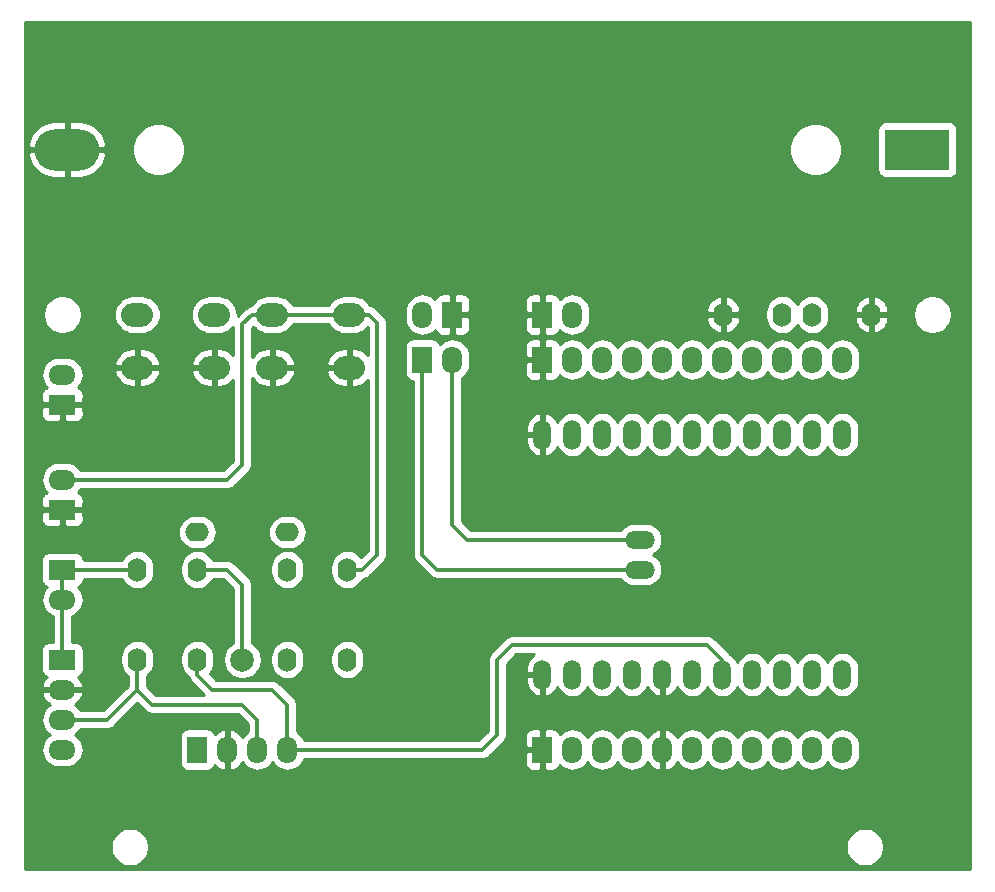
<source format=gtl>
G04 #@! TF.GenerationSoftware,KiCad,Pcbnew,(5.1.5)-3*
G04 #@! TF.CreationDate,2020-07-16T15:34:51+02:00*
G04 #@! TF.ProjectId,AdaptaddorCubeCellV2,41646170-7461-4646-946f-724375626543,1.0*
G04 #@! TF.SameCoordinates,Original*
G04 #@! TF.FileFunction,Copper,L1,Top*
G04 #@! TF.FilePolarity,Positive*
%FSLAX46Y46*%
G04 Gerber Fmt 4.6, Leading zero omitted, Abs format (unit mm)*
G04 Created by KiCad (PCBNEW (5.1.5)-3) date 2020-07-16 15:34:51*
%MOMM*%
%LPD*%
G04 APERTURE LIST*
%ADD10R,5.500000X3.500000*%
%ADD11O,5.500000X3.500000*%
%ADD12R,1.700000X2.300000*%
%ADD13O,1.700000X2.300000*%
%ADD14R,2.300000X1.700000*%
%ADD15O,2.300000X1.700000*%
%ADD16O,1.600000X2.000000*%
%ADD17O,2.700000X2.000000*%
%ADD18O,2.524000X1.524000*%
%ADD19O,1.524000X2.524000*%
%ADD20O,2.000000X1.600000*%
%ADD21C,2.000000*%
%ADD22C,0.350000*%
%ADD23C,0.254000*%
G04 APERTURE END LIST*
D10*
X165100000Y-77470000D03*
D11*
X93100000Y-77470000D03*
D12*
X133350000Y-128270000D03*
D13*
X135890000Y-128270000D03*
X138430000Y-128270000D03*
X140970000Y-128270000D03*
X143510000Y-128270000D03*
X146050000Y-128270000D03*
X148590000Y-128270000D03*
X151130000Y-128270000D03*
X153670000Y-128270000D03*
X156210000Y-128270000D03*
X158750000Y-128270000D03*
D12*
X133350000Y-95250000D03*
D13*
X135890000Y-95250000D03*
X138430000Y-95250000D03*
X140970000Y-95250000D03*
X143510000Y-95250000D03*
X146050000Y-95250000D03*
X148590000Y-95250000D03*
X151130000Y-95250000D03*
X153670000Y-95250000D03*
X156210000Y-95250000D03*
X158750000Y-95250000D03*
D12*
X123190000Y-95250000D03*
D13*
X125730000Y-95250000D03*
D12*
X133350000Y-91440000D03*
D13*
X135890000Y-91440000D03*
D12*
X125730000Y-91440000D03*
D13*
X123190000Y-91440000D03*
D14*
X92710000Y-107950000D03*
D15*
X92710000Y-105410000D03*
D14*
X92710000Y-99060000D03*
D15*
X92710000Y-96520000D03*
D12*
X104140000Y-128270000D03*
D13*
X106680000Y-128270000D03*
X109220000Y-128270000D03*
X111760000Y-128270000D03*
D14*
X92710000Y-120650000D03*
D15*
X92710000Y-123190000D03*
X92710000Y-125730000D03*
X92710000Y-128270000D03*
D16*
X156210000Y-91440000D03*
X161210000Y-91440000D03*
X148670000Y-91440000D03*
X153670000Y-91440000D03*
X116840000Y-113030000D03*
X116840000Y-120650000D03*
X111760000Y-120650000D03*
X111760000Y-113030000D03*
X104140000Y-120650000D03*
X104140000Y-113030000D03*
X99060000Y-113030000D03*
X99060000Y-120650000D03*
D17*
X116990000Y-91440000D03*
X116990000Y-95940000D03*
X110490000Y-91440000D03*
X110490000Y-95940000D03*
X99060000Y-95940000D03*
X99060000Y-91440000D03*
X105560000Y-95940000D03*
X105560000Y-91440000D03*
D18*
X141605000Y-110490000D03*
X141605000Y-113030000D03*
D19*
X158750000Y-101600000D03*
X156210000Y-101600000D03*
X153670000Y-101600000D03*
X151130000Y-101600000D03*
X148590000Y-101600000D03*
X146050000Y-101600000D03*
X143510000Y-101600000D03*
X140970000Y-101600000D03*
X138430000Y-101600000D03*
X135890000Y-101600000D03*
X158750000Y-121920000D03*
X156210000Y-121920000D03*
X153670000Y-121920000D03*
X151130000Y-121920000D03*
X148590000Y-121920000D03*
X146050000Y-121920000D03*
X143510000Y-121920000D03*
X140970000Y-121920000D03*
X138430000Y-121920000D03*
X135890000Y-121920000D03*
X133350000Y-101600000D03*
X133350000Y-121920000D03*
D20*
X104140000Y-109855000D03*
X111760000Y-109855000D03*
D15*
X92710000Y-115570000D03*
D14*
X92710000Y-113030000D03*
D21*
X107950000Y-120650000D03*
D22*
X92710000Y-107950000D02*
X109220000Y-107950000D01*
X110490000Y-106680000D02*
X110490000Y-95940000D01*
X109220000Y-107950000D02*
X110490000Y-106680000D01*
X116990000Y-91440000D02*
X110490000Y-91440000D01*
X108790000Y-91440000D02*
X107950000Y-92280000D01*
X110490000Y-91440000D02*
X108790000Y-91440000D01*
X107950000Y-92280000D02*
X107950000Y-104140000D01*
X106680000Y-105410000D02*
X92710000Y-105410000D01*
X107950000Y-104140000D02*
X106680000Y-105410000D01*
X119380000Y-111760000D02*
X118110000Y-113030000D01*
X119380000Y-92130000D02*
X119380000Y-111760000D01*
X118110000Y-113030000D02*
X116840000Y-113030000D01*
X116990000Y-91440000D02*
X118690000Y-91440000D01*
X118690000Y-91440000D02*
X119380000Y-92130000D01*
X104140000Y-121920000D02*
X104140000Y-120650000D01*
X110490000Y-123190000D02*
X105410000Y-123190000D01*
X105410000Y-123190000D02*
X104140000Y-121920000D01*
X111760000Y-128270000D02*
X111760000Y-124460000D01*
X111760000Y-124460000D02*
X110490000Y-123190000D01*
X128270000Y-128270000D02*
X111760000Y-128270000D01*
X148590000Y-121920000D02*
X148590000Y-120650000D01*
X130810000Y-119380000D02*
X129540000Y-120650000D01*
X148590000Y-120650000D02*
X147320000Y-119380000D01*
X147320000Y-119380000D02*
X130810000Y-119380000D01*
X129540000Y-127000000D02*
X128270000Y-128270000D01*
X129540000Y-120650000D02*
X129540000Y-127000000D01*
X107950000Y-124460000D02*
X100330000Y-124460000D01*
X99060000Y-123190000D02*
X99060000Y-120650000D01*
X109220000Y-128270000D02*
X109220000Y-125730000D01*
X100330000Y-124460000D02*
X99060000Y-123190000D01*
X109220000Y-125730000D02*
X107950000Y-124460000D01*
X99060000Y-123190000D02*
X96520000Y-125730000D01*
X96520000Y-125730000D02*
X92710000Y-125730000D01*
X104140000Y-113030000D02*
X106680000Y-113030000D01*
X107950000Y-114300000D02*
X107950000Y-120650000D01*
X106680000Y-113030000D02*
X107950000Y-114300000D01*
X92710000Y-120650000D02*
X92710000Y-115570000D01*
X92710000Y-115570000D02*
X92710000Y-113030000D01*
X92710000Y-113030000D02*
X99060000Y-113030000D01*
X125730000Y-95250000D02*
X125730000Y-109220000D01*
X127000000Y-110490000D02*
X141605000Y-110490000D01*
X125730000Y-109220000D02*
X127000000Y-110490000D01*
X123190000Y-95250000D02*
X123190000Y-111760000D01*
X124460000Y-113030000D02*
X141605000Y-113030000D01*
X123190000Y-111760000D02*
X124460000Y-113030000D01*
D23*
G36*
X169520001Y-138405000D02*
G01*
X89560000Y-138405000D01*
X89560000Y-136363967D01*
X96790000Y-136363967D01*
X96790000Y-136686033D01*
X96852832Y-137001912D01*
X96976082Y-137299463D01*
X97155013Y-137567252D01*
X97382748Y-137794987D01*
X97650537Y-137973918D01*
X97948088Y-138097168D01*
X98263967Y-138160000D01*
X98586033Y-138160000D01*
X98901912Y-138097168D01*
X99199463Y-137973918D01*
X99467252Y-137794987D01*
X99694987Y-137567252D01*
X99873918Y-137299463D01*
X99997168Y-137001912D01*
X100060000Y-136686033D01*
X100060000Y-136363967D01*
X159020000Y-136363967D01*
X159020000Y-136686033D01*
X159082832Y-137001912D01*
X159206082Y-137299463D01*
X159385013Y-137567252D01*
X159612748Y-137794987D01*
X159880537Y-137973918D01*
X160178088Y-138097168D01*
X160493967Y-138160000D01*
X160816033Y-138160000D01*
X161131912Y-138097168D01*
X161429463Y-137973918D01*
X161697252Y-137794987D01*
X161924987Y-137567252D01*
X162103918Y-137299463D01*
X162227168Y-137001912D01*
X162290000Y-136686033D01*
X162290000Y-136363967D01*
X162227168Y-136048088D01*
X162103918Y-135750537D01*
X161924987Y-135482748D01*
X161697252Y-135255013D01*
X161429463Y-135076082D01*
X161131912Y-134952832D01*
X160816033Y-134890000D01*
X160493967Y-134890000D01*
X160178088Y-134952832D01*
X159880537Y-135076082D01*
X159612748Y-135255013D01*
X159385013Y-135482748D01*
X159206082Y-135750537D01*
X159082832Y-136048088D01*
X159020000Y-136363967D01*
X100060000Y-136363967D01*
X99997168Y-136048088D01*
X99873918Y-135750537D01*
X99694987Y-135482748D01*
X99467252Y-135255013D01*
X99199463Y-135076082D01*
X98901912Y-134952832D01*
X98586033Y-134890000D01*
X98263967Y-134890000D01*
X97948088Y-134952832D01*
X97650537Y-135076082D01*
X97382748Y-135255013D01*
X97155013Y-135482748D01*
X96976082Y-135750537D01*
X96852832Y-136048088D01*
X96790000Y-136363967D01*
X89560000Y-136363967D01*
X89560000Y-125730000D01*
X90917815Y-125730000D01*
X90946487Y-126021111D01*
X91031401Y-126301034D01*
X91169294Y-126559014D01*
X91354866Y-126785134D01*
X91580986Y-126970706D01*
X91635791Y-127000000D01*
X91580986Y-127029294D01*
X91354866Y-127214866D01*
X91169294Y-127440986D01*
X91031401Y-127698966D01*
X90946487Y-127978889D01*
X90917815Y-128270000D01*
X90946487Y-128561111D01*
X91031401Y-128841034D01*
X91169294Y-129099014D01*
X91354866Y-129325134D01*
X91580986Y-129510706D01*
X91838966Y-129648599D01*
X92118889Y-129733513D01*
X92337050Y-129755000D01*
X93082950Y-129755000D01*
X93301111Y-129733513D01*
X93581034Y-129648599D01*
X93839014Y-129510706D01*
X94065134Y-129325134D01*
X94250706Y-129099014D01*
X94388599Y-128841034D01*
X94473513Y-128561111D01*
X94502185Y-128270000D01*
X94473513Y-127978889D01*
X94388599Y-127698966D01*
X94250706Y-127440986D01*
X94065134Y-127214866D01*
X93949540Y-127120000D01*
X102651928Y-127120000D01*
X102651928Y-129420000D01*
X102664188Y-129544482D01*
X102700498Y-129664180D01*
X102759463Y-129774494D01*
X102838815Y-129871185D01*
X102935506Y-129950537D01*
X103045820Y-130009502D01*
X103165518Y-130045812D01*
X103290000Y-130058072D01*
X104990000Y-130058072D01*
X105114482Y-130045812D01*
X105234180Y-130009502D01*
X105344494Y-129950537D01*
X105441185Y-129871185D01*
X105520537Y-129774494D01*
X105579502Y-129664180D01*
X105602225Y-129589272D01*
X105719748Y-129709857D01*
X105960574Y-129875291D01*
X106229047Y-129990563D01*
X106323110Y-130011476D01*
X106553000Y-129890155D01*
X106553000Y-128397000D01*
X106533000Y-128397000D01*
X106533000Y-128143000D01*
X106553000Y-128143000D01*
X106553000Y-126649845D01*
X106323110Y-126528524D01*
X106229047Y-126549437D01*
X105960574Y-126664709D01*
X105719748Y-126830143D01*
X105602225Y-126950728D01*
X105579502Y-126875820D01*
X105520537Y-126765506D01*
X105441185Y-126668815D01*
X105344494Y-126589463D01*
X105234180Y-126530498D01*
X105114482Y-126494188D01*
X104990000Y-126481928D01*
X103290000Y-126481928D01*
X103165518Y-126494188D01*
X103045820Y-126530498D01*
X102935506Y-126589463D01*
X102838815Y-126668815D01*
X102759463Y-126765506D01*
X102700498Y-126875820D01*
X102664188Y-126995518D01*
X102651928Y-127120000D01*
X93949540Y-127120000D01*
X93839014Y-127029294D01*
X93784209Y-127000000D01*
X93839014Y-126970706D01*
X94065134Y-126785134D01*
X94250706Y-126559014D01*
X94260869Y-126540000D01*
X96480212Y-126540000D01*
X96520000Y-126543919D01*
X96559788Y-126540000D01*
X96559791Y-126540000D01*
X96678788Y-126528280D01*
X96831473Y-126481963D01*
X96972189Y-126406749D01*
X97095528Y-126305528D01*
X97120900Y-126274613D01*
X99060000Y-124335513D01*
X99729105Y-125004618D01*
X99754472Y-125035528D01*
X99822210Y-125091119D01*
X99877810Y-125136749D01*
X99919376Y-125158966D01*
X100018527Y-125211963D01*
X100171212Y-125258280D01*
X100290209Y-125270000D01*
X100290211Y-125270000D01*
X100329999Y-125273919D01*
X100369787Y-125270000D01*
X107614488Y-125270000D01*
X108410001Y-126065514D01*
X108410001Y-126719130D01*
X108390986Y-126729294D01*
X108164866Y-126914866D01*
X107979294Y-127140987D01*
X107948105Y-127199338D01*
X107844176Y-127039381D01*
X107640252Y-126830143D01*
X107399426Y-126664709D01*
X107130953Y-126549437D01*
X107036890Y-126528524D01*
X106807000Y-126649845D01*
X106807000Y-128143000D01*
X106827000Y-128143000D01*
X106827000Y-128397000D01*
X106807000Y-128397000D01*
X106807000Y-129890155D01*
X107036890Y-130011476D01*
X107130953Y-129990563D01*
X107399426Y-129875291D01*
X107640252Y-129709857D01*
X107844176Y-129500619D01*
X107948105Y-129340663D01*
X107979294Y-129399014D01*
X108164866Y-129625134D01*
X108390987Y-129810706D01*
X108648967Y-129948599D01*
X108928890Y-130033513D01*
X109220000Y-130062185D01*
X109511111Y-130033513D01*
X109791034Y-129948599D01*
X110049014Y-129810706D01*
X110275134Y-129625134D01*
X110460706Y-129399014D01*
X110490000Y-129344209D01*
X110519294Y-129399014D01*
X110704866Y-129625134D01*
X110930987Y-129810706D01*
X111188967Y-129948599D01*
X111468890Y-130033513D01*
X111760000Y-130062185D01*
X112051111Y-130033513D01*
X112331034Y-129948599D01*
X112589014Y-129810706D01*
X112815134Y-129625134D01*
X112983483Y-129420000D01*
X131861928Y-129420000D01*
X131874188Y-129544482D01*
X131910498Y-129664180D01*
X131969463Y-129774494D01*
X132048815Y-129871185D01*
X132145506Y-129950537D01*
X132255820Y-130009502D01*
X132375518Y-130045812D01*
X132500000Y-130058072D01*
X133064250Y-130055000D01*
X133223000Y-129896250D01*
X133223000Y-128397000D01*
X132023750Y-128397000D01*
X131865000Y-128555750D01*
X131861928Y-129420000D01*
X112983483Y-129420000D01*
X113000706Y-129399014D01*
X113138599Y-129141034D01*
X113157113Y-129080000D01*
X128230212Y-129080000D01*
X128270000Y-129083919D01*
X128309788Y-129080000D01*
X128309791Y-129080000D01*
X128428788Y-129068280D01*
X128581473Y-129021963D01*
X128722189Y-128946749D01*
X128845528Y-128845528D01*
X128870899Y-128814613D01*
X130084618Y-127600895D01*
X130115528Y-127575528D01*
X130171119Y-127507790D01*
X130216749Y-127452190D01*
X130291962Y-127311474D01*
X130291963Y-127311473D01*
X130338280Y-127158788D01*
X130342100Y-127120000D01*
X131861928Y-127120000D01*
X131865000Y-127984250D01*
X132023750Y-128143000D01*
X133223000Y-128143000D01*
X133223000Y-126643750D01*
X133477000Y-126643750D01*
X133477000Y-128143000D01*
X133497000Y-128143000D01*
X133497000Y-128397000D01*
X133477000Y-128397000D01*
X133477000Y-129896250D01*
X133635750Y-130055000D01*
X134200000Y-130058072D01*
X134324482Y-130045812D01*
X134444180Y-130009502D01*
X134554494Y-129950537D01*
X134651185Y-129871185D01*
X134730537Y-129774494D01*
X134789502Y-129664180D01*
X134810393Y-129595313D01*
X134834866Y-129625134D01*
X135060987Y-129810706D01*
X135318967Y-129948599D01*
X135598890Y-130033513D01*
X135890000Y-130062185D01*
X136181111Y-130033513D01*
X136461034Y-129948599D01*
X136719014Y-129810706D01*
X136945134Y-129625134D01*
X137130706Y-129399014D01*
X137160000Y-129344209D01*
X137189294Y-129399014D01*
X137374866Y-129625134D01*
X137600987Y-129810706D01*
X137858967Y-129948599D01*
X138138890Y-130033513D01*
X138430000Y-130062185D01*
X138721111Y-130033513D01*
X139001034Y-129948599D01*
X139259014Y-129810706D01*
X139485134Y-129625134D01*
X139670706Y-129399014D01*
X139700000Y-129344209D01*
X139729294Y-129399014D01*
X139914866Y-129625134D01*
X140140987Y-129810706D01*
X140398967Y-129948599D01*
X140678890Y-130033513D01*
X140970000Y-130062185D01*
X141261111Y-130033513D01*
X141541034Y-129948599D01*
X141799014Y-129810706D01*
X142025134Y-129625134D01*
X142210706Y-129399014D01*
X142241895Y-129340663D01*
X142345824Y-129500619D01*
X142549748Y-129709857D01*
X142790574Y-129875291D01*
X143059047Y-129990563D01*
X143153110Y-130011476D01*
X143383000Y-129890155D01*
X143383000Y-128397000D01*
X143363000Y-128397000D01*
X143363000Y-128143000D01*
X143383000Y-128143000D01*
X143383000Y-126649845D01*
X143637000Y-126649845D01*
X143637000Y-128143000D01*
X143657000Y-128143000D01*
X143657000Y-128397000D01*
X143637000Y-128397000D01*
X143637000Y-129890155D01*
X143866890Y-130011476D01*
X143960953Y-129990563D01*
X144229426Y-129875291D01*
X144470252Y-129709857D01*
X144674176Y-129500619D01*
X144778105Y-129340663D01*
X144809294Y-129399014D01*
X144994866Y-129625134D01*
X145220987Y-129810706D01*
X145478967Y-129948599D01*
X145758890Y-130033513D01*
X146050000Y-130062185D01*
X146341111Y-130033513D01*
X146621034Y-129948599D01*
X146879014Y-129810706D01*
X147105134Y-129625134D01*
X147290706Y-129399014D01*
X147320000Y-129344209D01*
X147349294Y-129399014D01*
X147534866Y-129625134D01*
X147760987Y-129810706D01*
X148018967Y-129948599D01*
X148298890Y-130033513D01*
X148590000Y-130062185D01*
X148881111Y-130033513D01*
X149161034Y-129948599D01*
X149419014Y-129810706D01*
X149645134Y-129625134D01*
X149830706Y-129399014D01*
X149860000Y-129344209D01*
X149889294Y-129399014D01*
X150074866Y-129625134D01*
X150300987Y-129810706D01*
X150558967Y-129948599D01*
X150838890Y-130033513D01*
X151130000Y-130062185D01*
X151421111Y-130033513D01*
X151701034Y-129948599D01*
X151959014Y-129810706D01*
X152185134Y-129625134D01*
X152370706Y-129399014D01*
X152400000Y-129344209D01*
X152429294Y-129399014D01*
X152614866Y-129625134D01*
X152840987Y-129810706D01*
X153098967Y-129948599D01*
X153378890Y-130033513D01*
X153670000Y-130062185D01*
X153961111Y-130033513D01*
X154241034Y-129948599D01*
X154499014Y-129810706D01*
X154725134Y-129625134D01*
X154910706Y-129399014D01*
X154940000Y-129344209D01*
X154969294Y-129399014D01*
X155154866Y-129625134D01*
X155380987Y-129810706D01*
X155638967Y-129948599D01*
X155918890Y-130033513D01*
X156210000Y-130062185D01*
X156501111Y-130033513D01*
X156781034Y-129948599D01*
X157039014Y-129810706D01*
X157265134Y-129625134D01*
X157450706Y-129399014D01*
X157480000Y-129344209D01*
X157509294Y-129399014D01*
X157694866Y-129625134D01*
X157920987Y-129810706D01*
X158178967Y-129948599D01*
X158458890Y-130033513D01*
X158750000Y-130062185D01*
X159041111Y-130033513D01*
X159321034Y-129948599D01*
X159579014Y-129810706D01*
X159805134Y-129625134D01*
X159990706Y-129399014D01*
X160128599Y-129141034D01*
X160213513Y-128861110D01*
X160235000Y-128642949D01*
X160235000Y-127897050D01*
X160213513Y-127678889D01*
X160128599Y-127398966D01*
X159990706Y-127140986D01*
X159805134Y-126914866D01*
X159579013Y-126729294D01*
X159321033Y-126591401D01*
X159041110Y-126506487D01*
X158750000Y-126477815D01*
X158458889Y-126506487D01*
X158178966Y-126591401D01*
X157920986Y-126729294D01*
X157694866Y-126914866D01*
X157509294Y-127140987D01*
X157480000Y-127195792D01*
X157450706Y-127140986D01*
X157265134Y-126914866D01*
X157039013Y-126729294D01*
X156781033Y-126591401D01*
X156501110Y-126506487D01*
X156210000Y-126477815D01*
X155918889Y-126506487D01*
X155638966Y-126591401D01*
X155380986Y-126729294D01*
X155154866Y-126914866D01*
X154969294Y-127140987D01*
X154940000Y-127195792D01*
X154910706Y-127140986D01*
X154725134Y-126914866D01*
X154499013Y-126729294D01*
X154241033Y-126591401D01*
X153961110Y-126506487D01*
X153670000Y-126477815D01*
X153378889Y-126506487D01*
X153098966Y-126591401D01*
X152840986Y-126729294D01*
X152614866Y-126914866D01*
X152429294Y-127140987D01*
X152400000Y-127195792D01*
X152370706Y-127140986D01*
X152185134Y-126914866D01*
X151959013Y-126729294D01*
X151701033Y-126591401D01*
X151421110Y-126506487D01*
X151130000Y-126477815D01*
X150838889Y-126506487D01*
X150558966Y-126591401D01*
X150300986Y-126729294D01*
X150074866Y-126914866D01*
X149889294Y-127140987D01*
X149860000Y-127195792D01*
X149830706Y-127140986D01*
X149645134Y-126914866D01*
X149419013Y-126729294D01*
X149161033Y-126591401D01*
X148881110Y-126506487D01*
X148590000Y-126477815D01*
X148298889Y-126506487D01*
X148018966Y-126591401D01*
X147760986Y-126729294D01*
X147534866Y-126914866D01*
X147349294Y-127140987D01*
X147320000Y-127195792D01*
X147290706Y-127140986D01*
X147105134Y-126914866D01*
X146879013Y-126729294D01*
X146621033Y-126591401D01*
X146341110Y-126506487D01*
X146050000Y-126477815D01*
X145758889Y-126506487D01*
X145478966Y-126591401D01*
X145220986Y-126729294D01*
X144994866Y-126914866D01*
X144809294Y-127140987D01*
X144778105Y-127199338D01*
X144674176Y-127039381D01*
X144470252Y-126830143D01*
X144229426Y-126664709D01*
X143960953Y-126549437D01*
X143866890Y-126528524D01*
X143637000Y-126649845D01*
X143383000Y-126649845D01*
X143153110Y-126528524D01*
X143059047Y-126549437D01*
X142790574Y-126664709D01*
X142549748Y-126830143D01*
X142345824Y-127039381D01*
X142241895Y-127199337D01*
X142210706Y-127140986D01*
X142025134Y-126914866D01*
X141799013Y-126729294D01*
X141541033Y-126591401D01*
X141261110Y-126506487D01*
X140970000Y-126477815D01*
X140678889Y-126506487D01*
X140398966Y-126591401D01*
X140140986Y-126729294D01*
X139914866Y-126914866D01*
X139729294Y-127140987D01*
X139700000Y-127195792D01*
X139670706Y-127140986D01*
X139485134Y-126914866D01*
X139259013Y-126729294D01*
X139001033Y-126591401D01*
X138721110Y-126506487D01*
X138430000Y-126477815D01*
X138138889Y-126506487D01*
X137858966Y-126591401D01*
X137600986Y-126729294D01*
X137374866Y-126914866D01*
X137189294Y-127140987D01*
X137160000Y-127195792D01*
X137130706Y-127140986D01*
X136945134Y-126914866D01*
X136719013Y-126729294D01*
X136461033Y-126591401D01*
X136181110Y-126506487D01*
X135890000Y-126477815D01*
X135598889Y-126506487D01*
X135318966Y-126591401D01*
X135060986Y-126729294D01*
X134834866Y-126914866D01*
X134810393Y-126944687D01*
X134789502Y-126875820D01*
X134730537Y-126765506D01*
X134651185Y-126668815D01*
X134554494Y-126589463D01*
X134444180Y-126530498D01*
X134324482Y-126494188D01*
X134200000Y-126481928D01*
X133635750Y-126485000D01*
X133477000Y-126643750D01*
X133223000Y-126643750D01*
X133064250Y-126485000D01*
X132500000Y-126481928D01*
X132375518Y-126494188D01*
X132255820Y-126530498D01*
X132145506Y-126589463D01*
X132048815Y-126668815D01*
X131969463Y-126765506D01*
X131910498Y-126875820D01*
X131874188Y-126995518D01*
X131861928Y-127120000D01*
X130342100Y-127120000D01*
X130350000Y-127039791D01*
X130350000Y-127039789D01*
X130353919Y-127000001D01*
X130350000Y-126960213D01*
X130350000Y-122047000D01*
X131953000Y-122047000D01*
X131953000Y-122547000D01*
X132004619Y-122817101D01*
X132107941Y-123071942D01*
X132258994Y-123301729D01*
X132451974Y-123497632D01*
X132679465Y-123652122D01*
X132932724Y-123759262D01*
X133006930Y-123774220D01*
X133223000Y-123651720D01*
X133223000Y-122047000D01*
X131953000Y-122047000D01*
X130350000Y-122047000D01*
X130350000Y-120985512D01*
X131145513Y-120190000D01*
X132676340Y-120190000D01*
X132451974Y-120342368D01*
X132258994Y-120538271D01*
X132107941Y-120768058D01*
X132004619Y-121022899D01*
X131953000Y-121293000D01*
X131953000Y-121793000D01*
X133223000Y-121793000D01*
X133223000Y-121773000D01*
X133477000Y-121773000D01*
X133477000Y-121793000D01*
X133497000Y-121793000D01*
X133497000Y-122047000D01*
X133477000Y-122047000D01*
X133477000Y-123651720D01*
X133693070Y-123774220D01*
X133767276Y-123759262D01*
X134020535Y-123652122D01*
X134248026Y-123497632D01*
X134441006Y-123301729D01*
X134592059Y-123071942D01*
X134618962Y-123005587D01*
X134722817Y-123199887D01*
X134897393Y-123412608D01*
X135110114Y-123587183D01*
X135352806Y-123716904D01*
X135616141Y-123796786D01*
X135890000Y-123823759D01*
X136163860Y-123796786D01*
X136427195Y-123716904D01*
X136669887Y-123587183D01*
X136882608Y-123412608D01*
X137057183Y-123199887D01*
X137160000Y-123007529D01*
X137262817Y-123199887D01*
X137437393Y-123412608D01*
X137650114Y-123587183D01*
X137892806Y-123716904D01*
X138156141Y-123796786D01*
X138430000Y-123823759D01*
X138703860Y-123796786D01*
X138967195Y-123716904D01*
X139209887Y-123587183D01*
X139422608Y-123412608D01*
X139597183Y-123199887D01*
X139700000Y-123007529D01*
X139802817Y-123199887D01*
X139977393Y-123412608D01*
X140190114Y-123587183D01*
X140432806Y-123716904D01*
X140696141Y-123796786D01*
X140970000Y-123823759D01*
X141243860Y-123796786D01*
X141507195Y-123716904D01*
X141749887Y-123587183D01*
X141962608Y-123412608D01*
X142137183Y-123199887D01*
X142241038Y-123005587D01*
X142267941Y-123071942D01*
X142418994Y-123301729D01*
X142611974Y-123497632D01*
X142839465Y-123652122D01*
X143092724Y-123759262D01*
X143166930Y-123774220D01*
X143383000Y-123651720D01*
X143383000Y-122047000D01*
X143363000Y-122047000D01*
X143363000Y-121793000D01*
X143383000Y-121793000D01*
X143383000Y-121773000D01*
X143637000Y-121773000D01*
X143637000Y-121793000D01*
X143657000Y-121793000D01*
X143657000Y-122047000D01*
X143637000Y-122047000D01*
X143637000Y-123651720D01*
X143853070Y-123774220D01*
X143927276Y-123759262D01*
X144180535Y-123652122D01*
X144408026Y-123497632D01*
X144601006Y-123301729D01*
X144752059Y-123071942D01*
X144778962Y-123005587D01*
X144882817Y-123199887D01*
X145057393Y-123412608D01*
X145270114Y-123587183D01*
X145512806Y-123716904D01*
X145776141Y-123796786D01*
X146050000Y-123823759D01*
X146323860Y-123796786D01*
X146587195Y-123716904D01*
X146829887Y-123587183D01*
X147042608Y-123412608D01*
X147217183Y-123199887D01*
X147320000Y-123007529D01*
X147422817Y-123199887D01*
X147597393Y-123412608D01*
X147810114Y-123587183D01*
X148052806Y-123716904D01*
X148316141Y-123796786D01*
X148590000Y-123823759D01*
X148863860Y-123796786D01*
X149127195Y-123716904D01*
X149369887Y-123587183D01*
X149582608Y-123412608D01*
X149757183Y-123199887D01*
X149860000Y-123007529D01*
X149962817Y-123199887D01*
X150137393Y-123412608D01*
X150350114Y-123587183D01*
X150592806Y-123716904D01*
X150856141Y-123796786D01*
X151130000Y-123823759D01*
X151403860Y-123796786D01*
X151667195Y-123716904D01*
X151909887Y-123587183D01*
X152122608Y-123412608D01*
X152297183Y-123199887D01*
X152400000Y-123007529D01*
X152502817Y-123199887D01*
X152677393Y-123412608D01*
X152890114Y-123587183D01*
X153132806Y-123716904D01*
X153396141Y-123796786D01*
X153670000Y-123823759D01*
X153943860Y-123796786D01*
X154207195Y-123716904D01*
X154449887Y-123587183D01*
X154662608Y-123412608D01*
X154837183Y-123199887D01*
X154940000Y-123007529D01*
X155042817Y-123199887D01*
X155217393Y-123412608D01*
X155430114Y-123587183D01*
X155672806Y-123716904D01*
X155936141Y-123796786D01*
X156210000Y-123823759D01*
X156483860Y-123796786D01*
X156747195Y-123716904D01*
X156989887Y-123587183D01*
X157202608Y-123412608D01*
X157377183Y-123199887D01*
X157480000Y-123007529D01*
X157582817Y-123199887D01*
X157757393Y-123412608D01*
X157970114Y-123587183D01*
X158212806Y-123716904D01*
X158476141Y-123796786D01*
X158750000Y-123823759D01*
X159023860Y-123796786D01*
X159287195Y-123716904D01*
X159529887Y-123587183D01*
X159742608Y-123412608D01*
X159917183Y-123199887D01*
X160046904Y-122957195D01*
X160126786Y-122693860D01*
X160147000Y-122488625D01*
X160147000Y-121351375D01*
X160126786Y-121146140D01*
X160046904Y-120882805D01*
X159917183Y-120640113D01*
X159742607Y-120427392D01*
X159529886Y-120252817D01*
X159287194Y-120123096D01*
X159023859Y-120043214D01*
X158750000Y-120016241D01*
X158476140Y-120043214D01*
X158212805Y-120123096D01*
X157970113Y-120252817D01*
X157757392Y-120427393D01*
X157582817Y-120640114D01*
X157480000Y-120832471D01*
X157377183Y-120640113D01*
X157202607Y-120427392D01*
X156989886Y-120252817D01*
X156747194Y-120123096D01*
X156483859Y-120043214D01*
X156210000Y-120016241D01*
X155936140Y-120043214D01*
X155672805Y-120123096D01*
X155430113Y-120252817D01*
X155217392Y-120427393D01*
X155042817Y-120640114D01*
X154940000Y-120832471D01*
X154837183Y-120640113D01*
X154662607Y-120427392D01*
X154449886Y-120252817D01*
X154207194Y-120123096D01*
X153943859Y-120043214D01*
X153670000Y-120016241D01*
X153396140Y-120043214D01*
X153132805Y-120123096D01*
X152890113Y-120252817D01*
X152677392Y-120427393D01*
X152502817Y-120640114D01*
X152400000Y-120832471D01*
X152297183Y-120640113D01*
X152122607Y-120427392D01*
X151909886Y-120252817D01*
X151667194Y-120123096D01*
X151403859Y-120043214D01*
X151130000Y-120016241D01*
X150856140Y-120043214D01*
X150592805Y-120123096D01*
X150350113Y-120252817D01*
X150137392Y-120427393D01*
X149962817Y-120640114D01*
X149860000Y-120832471D01*
X149757183Y-120640113D01*
X149582607Y-120427392D01*
X149369886Y-120252817D01*
X149266573Y-120197595D01*
X149190893Y-120105380D01*
X149165528Y-120074472D01*
X149134618Y-120049105D01*
X147920899Y-118835387D01*
X147895528Y-118804472D01*
X147772189Y-118703251D01*
X147631473Y-118628037D01*
X147478788Y-118581720D01*
X147359791Y-118570000D01*
X147359788Y-118570000D01*
X147320000Y-118566081D01*
X147280212Y-118570000D01*
X130849787Y-118570000D01*
X130809999Y-118566081D01*
X130770211Y-118570000D01*
X130770209Y-118570000D01*
X130651212Y-118581720D01*
X130498527Y-118628037D01*
X130433024Y-118663049D01*
X130357810Y-118703251D01*
X130302210Y-118748881D01*
X130234472Y-118804472D01*
X130209105Y-118835382D01*
X128995387Y-120049101D01*
X128964472Y-120074472D01*
X128894703Y-120159487D01*
X128863251Y-120197811D01*
X128833850Y-120252817D01*
X128788037Y-120338528D01*
X128741720Y-120491213D01*
X128730000Y-120610209D01*
X128726081Y-120650000D01*
X128730000Y-120689788D01*
X128730001Y-126664486D01*
X127934488Y-127460000D01*
X113157114Y-127460000D01*
X113138599Y-127398966D01*
X113000706Y-127140986D01*
X112815134Y-126914866D01*
X112589013Y-126729294D01*
X112570000Y-126719131D01*
X112570000Y-124499787D01*
X112573919Y-124459999D01*
X112563223Y-124351401D01*
X112558280Y-124301212D01*
X112511963Y-124148527D01*
X112476951Y-124083024D01*
X112436749Y-124007810D01*
X112382708Y-123941962D01*
X112335528Y-123884472D01*
X112304618Y-123859105D01*
X111090899Y-122645387D01*
X111065528Y-122614472D01*
X110942189Y-122513251D01*
X110801473Y-122438037D01*
X110648788Y-122391720D01*
X110529791Y-122380000D01*
X110529788Y-122380000D01*
X110490000Y-122376081D01*
X110450212Y-122380000D01*
X105745513Y-122380000D01*
X105193646Y-121828133D01*
X105338932Y-121651101D01*
X105472182Y-121401807D01*
X105554236Y-121131308D01*
X105575000Y-120920491D01*
X105575000Y-120379508D01*
X105554236Y-120168691D01*
X105472182Y-119898192D01*
X105338932Y-119648899D01*
X105159607Y-119430392D01*
X104941100Y-119251068D01*
X104691807Y-119117818D01*
X104421308Y-119035764D01*
X104140000Y-119008057D01*
X103858691Y-119035764D01*
X103588192Y-119117818D01*
X103338899Y-119251068D01*
X103120392Y-119430393D01*
X102941068Y-119648900D01*
X102807818Y-119898193D01*
X102725764Y-120168692D01*
X102705000Y-120379509D01*
X102705000Y-120920492D01*
X102725764Y-121131309D01*
X102807818Y-121401808D01*
X102941068Y-121651101D01*
X103120393Y-121869608D01*
X103338769Y-122048824D01*
X103341720Y-122078787D01*
X103388037Y-122231472D01*
X103388038Y-122231473D01*
X103463251Y-122372189D01*
X103479280Y-122391720D01*
X103564472Y-122495528D01*
X103595387Y-122520899D01*
X104724487Y-123650000D01*
X100665513Y-123650000D01*
X99870000Y-122854488D01*
X99870000Y-122041629D01*
X100079608Y-121869608D01*
X100258932Y-121651101D01*
X100392182Y-121401807D01*
X100474236Y-121131308D01*
X100495000Y-120920491D01*
X100495000Y-120379508D01*
X100474236Y-120168691D01*
X100392182Y-119898192D01*
X100258932Y-119648899D01*
X100079607Y-119430392D01*
X99861100Y-119251068D01*
X99611807Y-119117818D01*
X99341308Y-119035764D01*
X99060000Y-119008057D01*
X98778691Y-119035764D01*
X98508192Y-119117818D01*
X98258899Y-119251068D01*
X98040392Y-119430393D01*
X97861068Y-119648900D01*
X97727818Y-119898193D01*
X97645764Y-120168692D01*
X97625000Y-120379509D01*
X97625000Y-120920492D01*
X97645764Y-121131309D01*
X97727818Y-121401808D01*
X97861068Y-121651101D01*
X98040393Y-121869608D01*
X98250000Y-122041628D01*
X98250000Y-122854487D01*
X96184488Y-124920000D01*
X94260869Y-124920000D01*
X94250706Y-124900986D01*
X94065134Y-124674866D01*
X93839014Y-124489294D01*
X93780663Y-124458105D01*
X93940619Y-124354176D01*
X94149857Y-124150252D01*
X94315291Y-123909426D01*
X94430563Y-123640953D01*
X94451476Y-123546890D01*
X94330155Y-123317000D01*
X92837000Y-123317000D01*
X92837000Y-123337000D01*
X92583000Y-123337000D01*
X92583000Y-123317000D01*
X91089845Y-123317000D01*
X90968524Y-123546890D01*
X90989437Y-123640953D01*
X91104709Y-123909426D01*
X91270143Y-124150252D01*
X91479381Y-124354176D01*
X91639337Y-124458105D01*
X91580986Y-124489294D01*
X91354866Y-124674866D01*
X91169294Y-124900986D01*
X91031401Y-125158966D01*
X90946487Y-125438889D01*
X90917815Y-125730000D01*
X89560000Y-125730000D01*
X89560000Y-115570000D01*
X90917815Y-115570000D01*
X90946487Y-115861111D01*
X91031401Y-116141034D01*
X91169294Y-116399014D01*
X91354866Y-116625134D01*
X91580986Y-116810706D01*
X91838966Y-116948599D01*
X91900001Y-116967114D01*
X91900000Y-119161928D01*
X91560000Y-119161928D01*
X91435518Y-119174188D01*
X91315820Y-119210498D01*
X91205506Y-119269463D01*
X91108815Y-119348815D01*
X91029463Y-119445506D01*
X90970498Y-119555820D01*
X90934188Y-119675518D01*
X90921928Y-119800000D01*
X90921928Y-121500000D01*
X90934188Y-121624482D01*
X90970498Y-121744180D01*
X91029463Y-121854494D01*
X91108815Y-121951185D01*
X91205506Y-122030537D01*
X91315820Y-122089502D01*
X91390728Y-122112225D01*
X91270143Y-122229748D01*
X91104709Y-122470574D01*
X90989437Y-122739047D01*
X90968524Y-122833110D01*
X91089845Y-123063000D01*
X92583000Y-123063000D01*
X92583000Y-123043000D01*
X92837000Y-123043000D01*
X92837000Y-123063000D01*
X94330155Y-123063000D01*
X94451476Y-122833110D01*
X94430563Y-122739047D01*
X94315291Y-122470574D01*
X94149857Y-122229748D01*
X94029272Y-122112225D01*
X94104180Y-122089502D01*
X94214494Y-122030537D01*
X94311185Y-121951185D01*
X94390537Y-121854494D01*
X94449502Y-121744180D01*
X94485812Y-121624482D01*
X94498072Y-121500000D01*
X94498072Y-119800000D01*
X94485812Y-119675518D01*
X94449502Y-119555820D01*
X94390537Y-119445506D01*
X94311185Y-119348815D01*
X94214494Y-119269463D01*
X94104180Y-119210498D01*
X93984482Y-119174188D01*
X93860000Y-119161928D01*
X93520000Y-119161928D01*
X93520000Y-116967114D01*
X93581034Y-116948599D01*
X93839014Y-116810706D01*
X94065134Y-116625134D01*
X94250706Y-116399014D01*
X94388599Y-116141034D01*
X94473513Y-115861111D01*
X94502185Y-115570000D01*
X94473513Y-115278889D01*
X94388599Y-114998966D01*
X94250706Y-114740986D01*
X94065134Y-114514866D01*
X94035313Y-114490393D01*
X94104180Y-114469502D01*
X94214494Y-114410537D01*
X94311185Y-114331185D01*
X94390537Y-114234494D01*
X94449502Y-114124180D01*
X94485812Y-114004482D01*
X94498072Y-113880000D01*
X94498072Y-113840000D01*
X97758922Y-113840000D01*
X97861068Y-114031101D01*
X98040393Y-114249608D01*
X98258900Y-114428932D01*
X98508193Y-114562182D01*
X98778692Y-114644236D01*
X99060000Y-114671943D01*
X99341309Y-114644236D01*
X99611808Y-114562182D01*
X99861101Y-114428932D01*
X100079608Y-114249608D01*
X100258932Y-114031101D01*
X100392182Y-113781807D01*
X100474236Y-113511308D01*
X100495000Y-113300491D01*
X100495000Y-112759509D01*
X102705000Y-112759509D01*
X102705000Y-113300492D01*
X102725764Y-113511309D01*
X102807818Y-113781808D01*
X102941068Y-114031101D01*
X103120393Y-114249608D01*
X103338900Y-114428932D01*
X103588193Y-114562182D01*
X103858692Y-114644236D01*
X104140000Y-114671943D01*
X104421309Y-114644236D01*
X104691808Y-114562182D01*
X104941101Y-114428932D01*
X105159608Y-114249608D01*
X105338932Y-114031101D01*
X105441077Y-113840000D01*
X106344488Y-113840000D01*
X107140000Y-114635513D01*
X107140001Y-119224827D01*
X106907748Y-119380013D01*
X106680013Y-119607748D01*
X106501082Y-119875537D01*
X106377832Y-120173088D01*
X106315000Y-120488967D01*
X106315000Y-120811033D01*
X106377832Y-121126912D01*
X106501082Y-121424463D01*
X106680013Y-121692252D01*
X106907748Y-121919987D01*
X107175537Y-122098918D01*
X107473088Y-122222168D01*
X107788967Y-122285000D01*
X108111033Y-122285000D01*
X108426912Y-122222168D01*
X108724463Y-122098918D01*
X108992252Y-121919987D01*
X109219987Y-121692252D01*
X109398918Y-121424463D01*
X109522168Y-121126912D01*
X109585000Y-120811033D01*
X109585000Y-120488967D01*
X109563228Y-120379508D01*
X110325000Y-120379508D01*
X110325000Y-120920491D01*
X110345764Y-121131308D01*
X110427818Y-121401807D01*
X110561068Y-121651100D01*
X110740392Y-121869607D01*
X110958899Y-122048932D01*
X111208192Y-122182182D01*
X111478691Y-122264236D01*
X111760000Y-122291943D01*
X112041308Y-122264236D01*
X112311807Y-122182182D01*
X112561100Y-122048932D01*
X112779607Y-121869608D01*
X112958932Y-121651101D01*
X113092182Y-121401808D01*
X113174236Y-121131309D01*
X113195000Y-120920492D01*
X113195000Y-120379509D01*
X113195000Y-120379508D01*
X115405000Y-120379508D01*
X115405000Y-120920491D01*
X115425764Y-121131308D01*
X115507818Y-121401807D01*
X115641068Y-121651100D01*
X115820392Y-121869607D01*
X116038899Y-122048932D01*
X116288192Y-122182182D01*
X116558691Y-122264236D01*
X116840000Y-122291943D01*
X117121308Y-122264236D01*
X117391807Y-122182182D01*
X117641100Y-122048932D01*
X117859607Y-121869608D01*
X118038932Y-121651101D01*
X118172182Y-121401808D01*
X118254236Y-121131309D01*
X118275000Y-120920492D01*
X118275000Y-120379509D01*
X118254236Y-120168692D01*
X118172182Y-119898193D01*
X118038932Y-119648899D01*
X117859608Y-119430392D01*
X117641101Y-119251068D01*
X117391808Y-119117818D01*
X117121309Y-119035764D01*
X116840000Y-119008057D01*
X116558692Y-119035764D01*
X116288193Y-119117818D01*
X116038900Y-119251068D01*
X115820393Y-119430392D01*
X115641068Y-119648899D01*
X115507818Y-119898192D01*
X115425764Y-120168691D01*
X115405000Y-120379508D01*
X113195000Y-120379508D01*
X113174236Y-120168692D01*
X113092182Y-119898193D01*
X112958932Y-119648899D01*
X112779608Y-119430392D01*
X112561101Y-119251068D01*
X112311808Y-119117818D01*
X112041309Y-119035764D01*
X111760000Y-119008057D01*
X111478692Y-119035764D01*
X111208193Y-119117818D01*
X110958900Y-119251068D01*
X110740393Y-119430392D01*
X110561068Y-119648899D01*
X110427818Y-119898192D01*
X110345764Y-120168691D01*
X110325000Y-120379508D01*
X109563228Y-120379508D01*
X109522168Y-120173088D01*
X109398918Y-119875537D01*
X109219987Y-119607748D01*
X108992252Y-119380013D01*
X108760000Y-119224827D01*
X108760000Y-114339787D01*
X108763919Y-114299999D01*
X108757467Y-114234494D01*
X108748280Y-114141212D01*
X108701963Y-113988527D01*
X108666951Y-113923024D01*
X108626749Y-113847810D01*
X108572581Y-113781807D01*
X108525528Y-113724472D01*
X108494619Y-113699106D01*
X107555021Y-112759508D01*
X110325000Y-112759508D01*
X110325000Y-113300491D01*
X110345764Y-113511308D01*
X110427818Y-113781807D01*
X110561068Y-114031100D01*
X110740392Y-114249607D01*
X110958899Y-114428932D01*
X111208192Y-114562182D01*
X111478691Y-114644236D01*
X111760000Y-114671943D01*
X112041308Y-114644236D01*
X112311807Y-114562182D01*
X112561100Y-114428932D01*
X112779607Y-114249608D01*
X112958932Y-114031101D01*
X113092182Y-113781808D01*
X113174236Y-113511309D01*
X113195000Y-113300492D01*
X113195000Y-112759509D01*
X113174236Y-112548692D01*
X113092182Y-112278193D01*
X112958932Y-112028899D01*
X112779608Y-111810392D01*
X112561101Y-111631068D01*
X112311808Y-111497818D01*
X112041309Y-111415764D01*
X111760000Y-111388057D01*
X111478692Y-111415764D01*
X111208193Y-111497818D01*
X110958900Y-111631068D01*
X110740393Y-111810392D01*
X110561068Y-112028899D01*
X110427818Y-112278192D01*
X110345764Y-112548691D01*
X110325000Y-112759508D01*
X107555021Y-112759508D01*
X107280899Y-112485387D01*
X107255528Y-112454472D01*
X107132189Y-112353251D01*
X106991473Y-112278037D01*
X106838788Y-112231720D01*
X106719791Y-112220000D01*
X106719788Y-112220000D01*
X106680000Y-112216081D01*
X106640212Y-112220000D01*
X105441078Y-112220000D01*
X105338932Y-112028899D01*
X105159607Y-111810392D01*
X104941100Y-111631068D01*
X104691807Y-111497818D01*
X104421308Y-111415764D01*
X104140000Y-111388057D01*
X103858691Y-111415764D01*
X103588192Y-111497818D01*
X103338899Y-111631068D01*
X103120392Y-111810393D01*
X102941068Y-112028900D01*
X102807818Y-112278193D01*
X102725764Y-112548692D01*
X102705000Y-112759509D01*
X100495000Y-112759509D01*
X100495000Y-112759508D01*
X100474236Y-112548691D01*
X100392182Y-112278192D01*
X100258932Y-112028899D01*
X100079607Y-111810392D01*
X99861100Y-111631068D01*
X99611807Y-111497818D01*
X99341308Y-111415764D01*
X99060000Y-111388057D01*
X98778691Y-111415764D01*
X98508192Y-111497818D01*
X98258899Y-111631068D01*
X98040392Y-111810393D01*
X97861068Y-112028900D01*
X97758923Y-112220000D01*
X94498072Y-112220000D01*
X94498072Y-112180000D01*
X94485812Y-112055518D01*
X94449502Y-111935820D01*
X94390537Y-111825506D01*
X94311185Y-111728815D01*
X94214494Y-111649463D01*
X94104180Y-111590498D01*
X93984482Y-111554188D01*
X93860000Y-111541928D01*
X91560000Y-111541928D01*
X91435518Y-111554188D01*
X91315820Y-111590498D01*
X91205506Y-111649463D01*
X91108815Y-111728815D01*
X91029463Y-111825506D01*
X90970498Y-111935820D01*
X90934188Y-112055518D01*
X90921928Y-112180000D01*
X90921928Y-113880000D01*
X90934188Y-114004482D01*
X90970498Y-114124180D01*
X91029463Y-114234494D01*
X91108815Y-114331185D01*
X91205506Y-114410537D01*
X91315820Y-114469502D01*
X91384687Y-114490393D01*
X91354866Y-114514866D01*
X91169294Y-114740986D01*
X91031401Y-114998966D01*
X90946487Y-115278889D01*
X90917815Y-115570000D01*
X89560000Y-115570000D01*
X89560000Y-109855000D01*
X102498057Y-109855000D01*
X102525764Y-110136309D01*
X102607818Y-110406808D01*
X102741068Y-110656101D01*
X102920392Y-110874608D01*
X103138899Y-111053932D01*
X103388192Y-111187182D01*
X103658691Y-111269236D01*
X103869508Y-111290000D01*
X104410492Y-111290000D01*
X104621309Y-111269236D01*
X104891808Y-111187182D01*
X105141101Y-111053932D01*
X105359608Y-110874608D01*
X105538932Y-110656101D01*
X105672182Y-110406808D01*
X105754236Y-110136309D01*
X105781943Y-109855000D01*
X110118057Y-109855000D01*
X110145764Y-110136309D01*
X110227818Y-110406808D01*
X110361068Y-110656101D01*
X110540392Y-110874608D01*
X110758899Y-111053932D01*
X111008192Y-111187182D01*
X111278691Y-111269236D01*
X111489508Y-111290000D01*
X112030492Y-111290000D01*
X112241309Y-111269236D01*
X112511808Y-111187182D01*
X112761101Y-111053932D01*
X112979608Y-110874608D01*
X113158932Y-110656101D01*
X113292182Y-110406808D01*
X113374236Y-110136309D01*
X113401943Y-109855000D01*
X113374236Y-109573691D01*
X113292182Y-109303192D01*
X113158932Y-109053899D01*
X112979608Y-108835392D01*
X112761101Y-108656068D01*
X112511808Y-108522818D01*
X112241309Y-108440764D01*
X112030492Y-108420000D01*
X111489508Y-108420000D01*
X111278691Y-108440764D01*
X111008192Y-108522818D01*
X110758899Y-108656068D01*
X110540392Y-108835392D01*
X110361068Y-109053899D01*
X110227818Y-109303192D01*
X110145764Y-109573691D01*
X110118057Y-109855000D01*
X105781943Y-109855000D01*
X105754236Y-109573691D01*
X105672182Y-109303192D01*
X105538932Y-109053899D01*
X105359608Y-108835392D01*
X105141101Y-108656068D01*
X104891808Y-108522818D01*
X104621309Y-108440764D01*
X104410492Y-108420000D01*
X103869508Y-108420000D01*
X103658691Y-108440764D01*
X103388192Y-108522818D01*
X103138899Y-108656068D01*
X102920392Y-108835392D01*
X102741068Y-109053899D01*
X102607818Y-109303192D01*
X102525764Y-109573691D01*
X102498057Y-109855000D01*
X89560000Y-109855000D01*
X89560000Y-108800000D01*
X90921928Y-108800000D01*
X90934188Y-108924482D01*
X90970498Y-109044180D01*
X91029463Y-109154494D01*
X91108815Y-109251185D01*
X91205506Y-109330537D01*
X91315820Y-109389502D01*
X91435518Y-109425812D01*
X91560000Y-109438072D01*
X92424250Y-109435000D01*
X92583000Y-109276250D01*
X92583000Y-108077000D01*
X92837000Y-108077000D01*
X92837000Y-109276250D01*
X92995750Y-109435000D01*
X93860000Y-109438072D01*
X93984482Y-109425812D01*
X94104180Y-109389502D01*
X94214494Y-109330537D01*
X94311185Y-109251185D01*
X94390537Y-109154494D01*
X94449502Y-109044180D01*
X94485812Y-108924482D01*
X94498072Y-108800000D01*
X94495000Y-108235750D01*
X94336250Y-108077000D01*
X92837000Y-108077000D01*
X92583000Y-108077000D01*
X91083750Y-108077000D01*
X90925000Y-108235750D01*
X90921928Y-108800000D01*
X89560000Y-108800000D01*
X89560000Y-105410000D01*
X90917815Y-105410000D01*
X90946487Y-105701111D01*
X91031401Y-105981034D01*
X91169294Y-106239014D01*
X91354866Y-106465134D01*
X91384687Y-106489607D01*
X91315820Y-106510498D01*
X91205506Y-106569463D01*
X91108815Y-106648815D01*
X91029463Y-106745506D01*
X90970498Y-106855820D01*
X90934188Y-106975518D01*
X90921928Y-107100000D01*
X90925000Y-107664250D01*
X91083750Y-107823000D01*
X92583000Y-107823000D01*
X92583000Y-107803000D01*
X92837000Y-107803000D01*
X92837000Y-107823000D01*
X94336250Y-107823000D01*
X94495000Y-107664250D01*
X94498072Y-107100000D01*
X94485812Y-106975518D01*
X94449502Y-106855820D01*
X94390537Y-106745506D01*
X94311185Y-106648815D01*
X94214494Y-106569463D01*
X94104180Y-106510498D01*
X94035313Y-106489607D01*
X94065134Y-106465134D01*
X94250706Y-106239014D01*
X94260869Y-106220000D01*
X106640212Y-106220000D01*
X106680000Y-106223919D01*
X106719788Y-106220000D01*
X106719791Y-106220000D01*
X106838788Y-106208280D01*
X106991473Y-106161963D01*
X107132189Y-106086749D01*
X107255528Y-105985528D01*
X107280899Y-105954613D01*
X108494618Y-104740895D01*
X108525528Y-104715528D01*
X108581119Y-104647790D01*
X108626749Y-104592190D01*
X108701962Y-104451474D01*
X108701963Y-104451473D01*
X108748280Y-104298788D01*
X108760000Y-104179791D01*
X108760000Y-104179789D01*
X108763919Y-104140001D01*
X108760000Y-104100213D01*
X108760000Y-96814360D01*
X108894078Y-97006317D01*
X109126046Y-97228895D01*
X109396980Y-97401942D01*
X109696468Y-97518807D01*
X110013000Y-97575000D01*
X110363000Y-97575000D01*
X110363000Y-96067000D01*
X110617000Y-96067000D01*
X110617000Y-97575000D01*
X110967000Y-97575000D01*
X111283532Y-97518807D01*
X111583020Y-97401942D01*
X111853954Y-97228895D01*
X112085922Y-97006317D01*
X112270010Y-96742761D01*
X112399144Y-96448355D01*
X112430124Y-96320434D01*
X115049876Y-96320434D01*
X115080856Y-96448355D01*
X115209990Y-96742761D01*
X115394078Y-97006317D01*
X115626046Y-97228895D01*
X115896980Y-97401942D01*
X116196468Y-97518807D01*
X116513000Y-97575000D01*
X116863000Y-97575000D01*
X116863000Y-96067000D01*
X115169223Y-96067000D01*
X115049876Y-96320434D01*
X112430124Y-96320434D01*
X112310777Y-96067000D01*
X110617000Y-96067000D01*
X110363000Y-96067000D01*
X110343000Y-96067000D01*
X110343000Y-95813000D01*
X110363000Y-95813000D01*
X110363000Y-94305000D01*
X110617000Y-94305000D01*
X110617000Y-95813000D01*
X112310777Y-95813000D01*
X112430124Y-95559566D01*
X115049876Y-95559566D01*
X115169223Y-95813000D01*
X116863000Y-95813000D01*
X116863000Y-94305000D01*
X116513000Y-94305000D01*
X116196468Y-94361193D01*
X115896980Y-94478058D01*
X115626046Y-94651105D01*
X115394078Y-94873683D01*
X115209990Y-95137239D01*
X115080856Y-95431645D01*
X115049876Y-95559566D01*
X112430124Y-95559566D01*
X112399144Y-95431645D01*
X112270010Y-95137239D01*
X112085922Y-94873683D01*
X111853954Y-94651105D01*
X111583020Y-94478058D01*
X111283532Y-94361193D01*
X110967000Y-94305000D01*
X110617000Y-94305000D01*
X110363000Y-94305000D01*
X110013000Y-94305000D01*
X109696468Y-94361193D01*
X109396980Y-94478058D01*
X109126046Y-94651105D01*
X108894078Y-94873683D01*
X108760000Y-95065640D01*
X108760000Y-92615512D01*
X108886113Y-92489400D01*
X108978286Y-92601714D01*
X109227248Y-92806031D01*
X109511285Y-92957852D01*
X109819484Y-93051343D01*
X110059678Y-93075000D01*
X110920322Y-93075000D01*
X111160516Y-93051343D01*
X111468715Y-92957852D01*
X111752752Y-92806031D01*
X112001714Y-92601714D01*
X112206031Y-92352752D01*
X112260953Y-92250000D01*
X115219047Y-92250000D01*
X115273969Y-92352752D01*
X115478286Y-92601714D01*
X115727248Y-92806031D01*
X116011285Y-92957852D01*
X116319484Y-93051343D01*
X116559678Y-93075000D01*
X117420322Y-93075000D01*
X117660516Y-93051343D01*
X117968715Y-92957852D01*
X118252752Y-92806031D01*
X118501714Y-92601714D01*
X118570000Y-92518507D01*
X118570000Y-94858406D01*
X118353954Y-94651105D01*
X118083020Y-94478058D01*
X117783532Y-94361193D01*
X117467000Y-94305000D01*
X117117000Y-94305000D01*
X117117000Y-95813000D01*
X117137000Y-95813000D01*
X117137000Y-96067000D01*
X117117000Y-96067000D01*
X117117000Y-97575000D01*
X117467000Y-97575000D01*
X117783532Y-97518807D01*
X118083020Y-97401942D01*
X118353954Y-97228895D01*
X118570000Y-97021594D01*
X118570001Y-111424486D01*
X118005872Y-111988615D01*
X117859608Y-111810392D01*
X117641101Y-111631068D01*
X117391808Y-111497818D01*
X117121309Y-111415764D01*
X116840000Y-111388057D01*
X116558692Y-111415764D01*
X116288193Y-111497818D01*
X116038900Y-111631068D01*
X115820393Y-111810392D01*
X115641068Y-112028899D01*
X115507818Y-112278192D01*
X115425764Y-112548691D01*
X115405000Y-112759508D01*
X115405000Y-113300491D01*
X115425764Y-113511308D01*
X115507818Y-113781807D01*
X115641068Y-114031100D01*
X115820392Y-114249607D01*
X116038899Y-114428932D01*
X116288192Y-114562182D01*
X116558691Y-114644236D01*
X116840000Y-114671943D01*
X117121308Y-114644236D01*
X117391807Y-114562182D01*
X117641100Y-114428932D01*
X117859607Y-114249608D01*
X118038932Y-114031101D01*
X118140594Y-113840906D01*
X118149788Y-113840000D01*
X118149791Y-113840000D01*
X118268788Y-113828280D01*
X118421473Y-113781963D01*
X118562189Y-113706749D01*
X118685528Y-113605528D01*
X118710899Y-113574613D01*
X119924618Y-112360895D01*
X119955528Y-112335528D01*
X120040720Y-112231721D01*
X120056749Y-112212190D01*
X120131962Y-112071474D01*
X120131963Y-112071473D01*
X120178280Y-111918788D01*
X120190000Y-111799791D01*
X120190000Y-111799789D01*
X120193919Y-111760001D01*
X120190000Y-111720213D01*
X120190000Y-94100000D01*
X121701928Y-94100000D01*
X121701928Y-96400000D01*
X121714188Y-96524482D01*
X121750498Y-96644180D01*
X121809463Y-96754494D01*
X121888815Y-96851185D01*
X121985506Y-96930537D01*
X122095820Y-96989502D01*
X122215518Y-97025812D01*
X122340000Y-97038072D01*
X122380000Y-97038072D01*
X122380001Y-111720202D01*
X122376081Y-111760000D01*
X122386208Y-111862817D01*
X122391721Y-111918788D01*
X122427700Y-112037392D01*
X122438038Y-112071473D01*
X122513251Y-112212189D01*
X122567419Y-112278192D01*
X122614473Y-112335528D01*
X122645383Y-112360895D01*
X123859105Y-113574618D01*
X123884472Y-113605528D01*
X123952210Y-113661119D01*
X124007810Y-113706749D01*
X124083024Y-113746951D01*
X124148527Y-113781963D01*
X124301212Y-113828280D01*
X124420209Y-113840000D01*
X124420211Y-113840000D01*
X124459999Y-113843919D01*
X124499787Y-113840000D01*
X139962530Y-113840000D01*
X140112392Y-114022608D01*
X140325113Y-114197183D01*
X140567805Y-114326904D01*
X140831140Y-114406786D01*
X141036375Y-114427000D01*
X142173625Y-114427000D01*
X142378860Y-114406786D01*
X142642195Y-114326904D01*
X142884887Y-114197183D01*
X143097608Y-114022608D01*
X143272183Y-113809887D01*
X143401904Y-113567195D01*
X143481786Y-113303860D01*
X143508759Y-113030000D01*
X143481786Y-112756140D01*
X143401904Y-112492805D01*
X143272183Y-112250113D01*
X143097608Y-112037392D01*
X142884887Y-111862817D01*
X142692529Y-111760000D01*
X142884887Y-111657183D01*
X143097608Y-111482608D01*
X143272183Y-111269887D01*
X143401904Y-111027195D01*
X143481786Y-110763860D01*
X143508759Y-110490000D01*
X143481786Y-110216140D01*
X143401904Y-109952805D01*
X143272183Y-109710113D01*
X143097608Y-109497392D01*
X142884887Y-109322817D01*
X142642195Y-109193096D01*
X142378860Y-109113214D01*
X142173625Y-109093000D01*
X141036375Y-109093000D01*
X140831140Y-109113214D01*
X140567805Y-109193096D01*
X140325113Y-109322817D01*
X140112392Y-109497392D01*
X139962530Y-109680000D01*
X127335513Y-109680000D01*
X126540000Y-108884488D01*
X126540000Y-101727000D01*
X131953000Y-101727000D01*
X131953000Y-102227000D01*
X132004619Y-102497101D01*
X132107941Y-102751942D01*
X132258994Y-102981729D01*
X132451974Y-103177632D01*
X132679465Y-103332122D01*
X132932724Y-103439262D01*
X133006930Y-103454220D01*
X133223000Y-103331720D01*
X133223000Y-101727000D01*
X131953000Y-101727000D01*
X126540000Y-101727000D01*
X126540000Y-100973000D01*
X131953000Y-100973000D01*
X131953000Y-101473000D01*
X133223000Y-101473000D01*
X133223000Y-99868280D01*
X133477000Y-99868280D01*
X133477000Y-101473000D01*
X133497000Y-101473000D01*
X133497000Y-101727000D01*
X133477000Y-101727000D01*
X133477000Y-103331720D01*
X133693070Y-103454220D01*
X133767276Y-103439262D01*
X134020535Y-103332122D01*
X134248026Y-103177632D01*
X134441006Y-102981729D01*
X134592059Y-102751942D01*
X134618962Y-102685587D01*
X134722817Y-102879887D01*
X134897393Y-103092608D01*
X135110114Y-103267183D01*
X135352806Y-103396904D01*
X135616141Y-103476786D01*
X135890000Y-103503759D01*
X136163860Y-103476786D01*
X136427195Y-103396904D01*
X136669887Y-103267183D01*
X136882608Y-103092608D01*
X137057183Y-102879887D01*
X137160000Y-102687529D01*
X137262817Y-102879887D01*
X137437393Y-103092608D01*
X137650114Y-103267183D01*
X137892806Y-103396904D01*
X138156141Y-103476786D01*
X138430000Y-103503759D01*
X138703860Y-103476786D01*
X138967195Y-103396904D01*
X139209887Y-103267183D01*
X139422608Y-103092608D01*
X139597183Y-102879887D01*
X139700000Y-102687529D01*
X139802817Y-102879887D01*
X139977393Y-103092608D01*
X140190114Y-103267183D01*
X140432806Y-103396904D01*
X140696141Y-103476786D01*
X140970000Y-103503759D01*
X141243860Y-103476786D01*
X141507195Y-103396904D01*
X141749887Y-103267183D01*
X141962608Y-103092608D01*
X142137183Y-102879887D01*
X142240000Y-102687529D01*
X142342817Y-102879887D01*
X142517393Y-103092608D01*
X142730114Y-103267183D01*
X142972806Y-103396904D01*
X143236141Y-103476786D01*
X143510000Y-103503759D01*
X143783860Y-103476786D01*
X144047195Y-103396904D01*
X144289887Y-103267183D01*
X144502608Y-103092608D01*
X144677183Y-102879887D01*
X144780000Y-102687529D01*
X144882817Y-102879887D01*
X145057393Y-103092608D01*
X145270114Y-103267183D01*
X145512806Y-103396904D01*
X145776141Y-103476786D01*
X146050000Y-103503759D01*
X146323860Y-103476786D01*
X146587195Y-103396904D01*
X146829887Y-103267183D01*
X147042608Y-103092608D01*
X147217183Y-102879887D01*
X147320000Y-102687529D01*
X147422817Y-102879887D01*
X147597393Y-103092608D01*
X147810114Y-103267183D01*
X148052806Y-103396904D01*
X148316141Y-103476786D01*
X148590000Y-103503759D01*
X148863860Y-103476786D01*
X149127195Y-103396904D01*
X149369887Y-103267183D01*
X149582608Y-103092608D01*
X149757183Y-102879887D01*
X149860000Y-102687529D01*
X149962817Y-102879887D01*
X150137393Y-103092608D01*
X150350114Y-103267183D01*
X150592806Y-103396904D01*
X150856141Y-103476786D01*
X151130000Y-103503759D01*
X151403860Y-103476786D01*
X151667195Y-103396904D01*
X151909887Y-103267183D01*
X152122608Y-103092608D01*
X152297183Y-102879887D01*
X152400000Y-102687529D01*
X152502817Y-102879887D01*
X152677393Y-103092608D01*
X152890114Y-103267183D01*
X153132806Y-103396904D01*
X153396141Y-103476786D01*
X153670000Y-103503759D01*
X153943860Y-103476786D01*
X154207195Y-103396904D01*
X154449887Y-103267183D01*
X154662608Y-103092608D01*
X154837183Y-102879887D01*
X154940000Y-102687529D01*
X155042817Y-102879887D01*
X155217393Y-103092608D01*
X155430114Y-103267183D01*
X155672806Y-103396904D01*
X155936141Y-103476786D01*
X156210000Y-103503759D01*
X156483860Y-103476786D01*
X156747195Y-103396904D01*
X156989887Y-103267183D01*
X157202608Y-103092608D01*
X157377183Y-102879887D01*
X157480000Y-102687529D01*
X157582817Y-102879887D01*
X157757393Y-103092608D01*
X157970114Y-103267183D01*
X158212806Y-103396904D01*
X158476141Y-103476786D01*
X158750000Y-103503759D01*
X159023860Y-103476786D01*
X159287195Y-103396904D01*
X159529887Y-103267183D01*
X159742608Y-103092608D01*
X159917183Y-102879887D01*
X160046904Y-102637195D01*
X160126786Y-102373860D01*
X160147000Y-102168625D01*
X160147000Y-101031375D01*
X160126786Y-100826140D01*
X160046904Y-100562805D01*
X159917183Y-100320113D01*
X159742607Y-100107392D01*
X159529886Y-99932817D01*
X159287194Y-99803096D01*
X159023859Y-99723214D01*
X158750000Y-99696241D01*
X158476140Y-99723214D01*
X158212805Y-99803096D01*
X157970113Y-99932817D01*
X157757392Y-100107393D01*
X157582817Y-100320114D01*
X157480000Y-100512471D01*
X157377183Y-100320113D01*
X157202607Y-100107392D01*
X156989886Y-99932817D01*
X156747194Y-99803096D01*
X156483859Y-99723214D01*
X156210000Y-99696241D01*
X155936140Y-99723214D01*
X155672805Y-99803096D01*
X155430113Y-99932817D01*
X155217392Y-100107393D01*
X155042817Y-100320114D01*
X154940000Y-100512471D01*
X154837183Y-100320113D01*
X154662607Y-100107392D01*
X154449886Y-99932817D01*
X154207194Y-99803096D01*
X153943859Y-99723214D01*
X153670000Y-99696241D01*
X153396140Y-99723214D01*
X153132805Y-99803096D01*
X152890113Y-99932817D01*
X152677392Y-100107393D01*
X152502817Y-100320114D01*
X152400000Y-100512471D01*
X152297183Y-100320113D01*
X152122607Y-100107392D01*
X151909886Y-99932817D01*
X151667194Y-99803096D01*
X151403859Y-99723214D01*
X151130000Y-99696241D01*
X150856140Y-99723214D01*
X150592805Y-99803096D01*
X150350113Y-99932817D01*
X150137392Y-100107393D01*
X149962817Y-100320114D01*
X149860000Y-100512471D01*
X149757183Y-100320113D01*
X149582607Y-100107392D01*
X149369886Y-99932817D01*
X149127194Y-99803096D01*
X148863859Y-99723214D01*
X148590000Y-99696241D01*
X148316140Y-99723214D01*
X148052805Y-99803096D01*
X147810113Y-99932817D01*
X147597392Y-100107393D01*
X147422817Y-100320114D01*
X147320000Y-100512471D01*
X147217183Y-100320113D01*
X147042607Y-100107392D01*
X146829886Y-99932817D01*
X146587194Y-99803096D01*
X146323859Y-99723214D01*
X146050000Y-99696241D01*
X145776140Y-99723214D01*
X145512805Y-99803096D01*
X145270113Y-99932817D01*
X145057392Y-100107393D01*
X144882817Y-100320114D01*
X144780000Y-100512471D01*
X144677183Y-100320113D01*
X144502607Y-100107392D01*
X144289886Y-99932817D01*
X144047194Y-99803096D01*
X143783859Y-99723214D01*
X143510000Y-99696241D01*
X143236140Y-99723214D01*
X142972805Y-99803096D01*
X142730113Y-99932817D01*
X142517392Y-100107393D01*
X142342817Y-100320114D01*
X142240000Y-100512471D01*
X142137183Y-100320113D01*
X141962607Y-100107392D01*
X141749886Y-99932817D01*
X141507194Y-99803096D01*
X141243859Y-99723214D01*
X140970000Y-99696241D01*
X140696140Y-99723214D01*
X140432805Y-99803096D01*
X140190113Y-99932817D01*
X139977392Y-100107393D01*
X139802817Y-100320114D01*
X139700000Y-100512471D01*
X139597183Y-100320113D01*
X139422607Y-100107392D01*
X139209886Y-99932817D01*
X138967194Y-99803096D01*
X138703859Y-99723214D01*
X138430000Y-99696241D01*
X138156140Y-99723214D01*
X137892805Y-99803096D01*
X137650113Y-99932817D01*
X137437392Y-100107393D01*
X137262817Y-100320114D01*
X137160000Y-100512471D01*
X137057183Y-100320113D01*
X136882607Y-100107392D01*
X136669886Y-99932817D01*
X136427194Y-99803096D01*
X136163859Y-99723214D01*
X135890000Y-99696241D01*
X135616140Y-99723214D01*
X135352805Y-99803096D01*
X135110113Y-99932817D01*
X134897392Y-100107393D01*
X134722817Y-100320114D01*
X134618962Y-100514414D01*
X134592059Y-100448058D01*
X134441006Y-100218271D01*
X134248026Y-100022368D01*
X134020535Y-99867878D01*
X133767276Y-99760738D01*
X133693070Y-99745780D01*
X133477000Y-99868280D01*
X133223000Y-99868280D01*
X133006930Y-99745780D01*
X132932724Y-99760738D01*
X132679465Y-99867878D01*
X132451974Y-100022368D01*
X132258994Y-100218271D01*
X132107941Y-100448058D01*
X132004619Y-100702899D01*
X131953000Y-100973000D01*
X126540000Y-100973000D01*
X126540000Y-96800869D01*
X126559014Y-96790706D01*
X126785134Y-96605134D01*
X126953483Y-96400000D01*
X131861928Y-96400000D01*
X131874188Y-96524482D01*
X131910498Y-96644180D01*
X131969463Y-96754494D01*
X132048815Y-96851185D01*
X132145506Y-96930537D01*
X132255820Y-96989502D01*
X132375518Y-97025812D01*
X132500000Y-97038072D01*
X133064250Y-97035000D01*
X133223000Y-96876250D01*
X133223000Y-95377000D01*
X132023750Y-95377000D01*
X131865000Y-95535750D01*
X131861928Y-96400000D01*
X126953483Y-96400000D01*
X126970706Y-96379014D01*
X127108599Y-96121034D01*
X127193513Y-95841110D01*
X127215000Y-95622949D01*
X127215000Y-94877050D01*
X127193513Y-94658889D01*
X127108599Y-94378966D01*
X126970706Y-94120986D01*
X126953484Y-94100000D01*
X131861928Y-94100000D01*
X131865000Y-94964250D01*
X132023750Y-95123000D01*
X133223000Y-95123000D01*
X133223000Y-93623750D01*
X133477000Y-93623750D01*
X133477000Y-95123000D01*
X133497000Y-95123000D01*
X133497000Y-95377000D01*
X133477000Y-95377000D01*
X133477000Y-96876250D01*
X133635750Y-97035000D01*
X134200000Y-97038072D01*
X134324482Y-97025812D01*
X134444180Y-96989502D01*
X134554494Y-96930537D01*
X134651185Y-96851185D01*
X134730537Y-96754494D01*
X134789502Y-96644180D01*
X134810393Y-96575313D01*
X134834866Y-96605134D01*
X135060987Y-96790706D01*
X135318967Y-96928599D01*
X135598890Y-97013513D01*
X135890000Y-97042185D01*
X136181111Y-97013513D01*
X136461034Y-96928599D01*
X136719014Y-96790706D01*
X136945134Y-96605134D01*
X137130706Y-96379014D01*
X137160000Y-96324209D01*
X137189294Y-96379014D01*
X137374866Y-96605134D01*
X137600987Y-96790706D01*
X137858967Y-96928599D01*
X138138890Y-97013513D01*
X138430000Y-97042185D01*
X138721111Y-97013513D01*
X139001034Y-96928599D01*
X139259014Y-96790706D01*
X139485134Y-96605134D01*
X139670706Y-96379014D01*
X139700000Y-96324209D01*
X139729294Y-96379014D01*
X139914866Y-96605134D01*
X140140987Y-96790706D01*
X140398967Y-96928599D01*
X140678890Y-97013513D01*
X140970000Y-97042185D01*
X141261111Y-97013513D01*
X141541034Y-96928599D01*
X141799014Y-96790706D01*
X142025134Y-96605134D01*
X142210706Y-96379014D01*
X142240000Y-96324209D01*
X142269294Y-96379014D01*
X142454866Y-96605134D01*
X142680987Y-96790706D01*
X142938967Y-96928599D01*
X143218890Y-97013513D01*
X143510000Y-97042185D01*
X143801111Y-97013513D01*
X144081034Y-96928599D01*
X144339014Y-96790706D01*
X144565134Y-96605134D01*
X144750706Y-96379014D01*
X144780000Y-96324209D01*
X144809294Y-96379014D01*
X144994866Y-96605134D01*
X145220987Y-96790706D01*
X145478967Y-96928599D01*
X145758890Y-97013513D01*
X146050000Y-97042185D01*
X146341111Y-97013513D01*
X146621034Y-96928599D01*
X146879014Y-96790706D01*
X147105134Y-96605134D01*
X147290706Y-96379014D01*
X147320000Y-96324209D01*
X147349294Y-96379014D01*
X147534866Y-96605134D01*
X147760987Y-96790706D01*
X148018967Y-96928599D01*
X148298890Y-97013513D01*
X148590000Y-97042185D01*
X148881111Y-97013513D01*
X149161034Y-96928599D01*
X149419014Y-96790706D01*
X149645134Y-96605134D01*
X149830706Y-96379014D01*
X149860000Y-96324209D01*
X149889294Y-96379014D01*
X150074866Y-96605134D01*
X150300987Y-96790706D01*
X150558967Y-96928599D01*
X150838890Y-97013513D01*
X151130000Y-97042185D01*
X151421111Y-97013513D01*
X151701034Y-96928599D01*
X151959014Y-96790706D01*
X152185134Y-96605134D01*
X152370706Y-96379014D01*
X152400000Y-96324209D01*
X152429294Y-96379014D01*
X152614866Y-96605134D01*
X152840987Y-96790706D01*
X153098967Y-96928599D01*
X153378890Y-97013513D01*
X153670000Y-97042185D01*
X153961111Y-97013513D01*
X154241034Y-96928599D01*
X154499014Y-96790706D01*
X154725134Y-96605134D01*
X154910706Y-96379014D01*
X154940000Y-96324209D01*
X154969294Y-96379014D01*
X155154866Y-96605134D01*
X155380987Y-96790706D01*
X155638967Y-96928599D01*
X155918890Y-97013513D01*
X156210000Y-97042185D01*
X156501111Y-97013513D01*
X156781034Y-96928599D01*
X157039014Y-96790706D01*
X157265134Y-96605134D01*
X157450706Y-96379014D01*
X157480000Y-96324209D01*
X157509294Y-96379014D01*
X157694866Y-96605134D01*
X157920987Y-96790706D01*
X158178967Y-96928599D01*
X158458890Y-97013513D01*
X158750000Y-97042185D01*
X159041111Y-97013513D01*
X159321034Y-96928599D01*
X159579014Y-96790706D01*
X159805134Y-96605134D01*
X159990706Y-96379014D01*
X160128599Y-96121034D01*
X160213513Y-95841110D01*
X160235000Y-95622949D01*
X160235000Y-94877050D01*
X160213513Y-94658889D01*
X160128599Y-94378966D01*
X159990706Y-94120986D01*
X159805134Y-93894866D01*
X159579013Y-93709294D01*
X159321033Y-93571401D01*
X159041110Y-93486487D01*
X158750000Y-93457815D01*
X158458889Y-93486487D01*
X158178966Y-93571401D01*
X157920986Y-93709294D01*
X157694866Y-93894866D01*
X157509294Y-94120987D01*
X157480000Y-94175792D01*
X157450706Y-94120986D01*
X157265134Y-93894866D01*
X157039013Y-93709294D01*
X156781033Y-93571401D01*
X156501110Y-93486487D01*
X156210000Y-93457815D01*
X155918889Y-93486487D01*
X155638966Y-93571401D01*
X155380986Y-93709294D01*
X155154866Y-93894866D01*
X154969294Y-94120987D01*
X154940000Y-94175792D01*
X154910706Y-94120986D01*
X154725134Y-93894866D01*
X154499013Y-93709294D01*
X154241033Y-93571401D01*
X153961110Y-93486487D01*
X153670000Y-93457815D01*
X153378889Y-93486487D01*
X153098966Y-93571401D01*
X152840986Y-93709294D01*
X152614866Y-93894866D01*
X152429294Y-94120987D01*
X152400000Y-94175792D01*
X152370706Y-94120986D01*
X152185134Y-93894866D01*
X151959013Y-93709294D01*
X151701033Y-93571401D01*
X151421110Y-93486487D01*
X151130000Y-93457815D01*
X150838889Y-93486487D01*
X150558966Y-93571401D01*
X150300986Y-93709294D01*
X150074866Y-93894866D01*
X149889294Y-94120987D01*
X149860000Y-94175792D01*
X149830706Y-94120986D01*
X149645134Y-93894866D01*
X149419013Y-93709294D01*
X149161033Y-93571401D01*
X148881110Y-93486487D01*
X148590000Y-93457815D01*
X148298889Y-93486487D01*
X148018966Y-93571401D01*
X147760986Y-93709294D01*
X147534866Y-93894866D01*
X147349294Y-94120987D01*
X147320000Y-94175792D01*
X147290706Y-94120986D01*
X147105134Y-93894866D01*
X146879013Y-93709294D01*
X146621033Y-93571401D01*
X146341110Y-93486487D01*
X146050000Y-93457815D01*
X145758889Y-93486487D01*
X145478966Y-93571401D01*
X145220986Y-93709294D01*
X144994866Y-93894866D01*
X144809294Y-94120987D01*
X144780000Y-94175792D01*
X144750706Y-94120986D01*
X144565134Y-93894866D01*
X144339013Y-93709294D01*
X144081033Y-93571401D01*
X143801110Y-93486487D01*
X143510000Y-93457815D01*
X143218889Y-93486487D01*
X142938966Y-93571401D01*
X142680986Y-93709294D01*
X142454866Y-93894866D01*
X142269294Y-94120987D01*
X142240000Y-94175792D01*
X142210706Y-94120986D01*
X142025134Y-93894866D01*
X141799013Y-93709294D01*
X141541033Y-93571401D01*
X141261110Y-93486487D01*
X140970000Y-93457815D01*
X140678889Y-93486487D01*
X140398966Y-93571401D01*
X140140986Y-93709294D01*
X139914866Y-93894866D01*
X139729294Y-94120987D01*
X139700000Y-94175792D01*
X139670706Y-94120986D01*
X139485134Y-93894866D01*
X139259013Y-93709294D01*
X139001033Y-93571401D01*
X138721110Y-93486487D01*
X138430000Y-93457815D01*
X138138889Y-93486487D01*
X137858966Y-93571401D01*
X137600986Y-93709294D01*
X137374866Y-93894866D01*
X137189294Y-94120987D01*
X137160000Y-94175792D01*
X137130706Y-94120986D01*
X136945134Y-93894866D01*
X136719013Y-93709294D01*
X136461033Y-93571401D01*
X136181110Y-93486487D01*
X135890000Y-93457815D01*
X135598889Y-93486487D01*
X135318966Y-93571401D01*
X135060986Y-93709294D01*
X134834866Y-93894866D01*
X134810393Y-93924687D01*
X134789502Y-93855820D01*
X134730537Y-93745506D01*
X134651185Y-93648815D01*
X134554494Y-93569463D01*
X134444180Y-93510498D01*
X134324482Y-93474188D01*
X134200000Y-93461928D01*
X133635750Y-93465000D01*
X133477000Y-93623750D01*
X133223000Y-93623750D01*
X133064250Y-93465000D01*
X132500000Y-93461928D01*
X132375518Y-93474188D01*
X132255820Y-93510498D01*
X132145506Y-93569463D01*
X132048815Y-93648815D01*
X131969463Y-93745506D01*
X131910498Y-93855820D01*
X131874188Y-93975518D01*
X131861928Y-94100000D01*
X126953484Y-94100000D01*
X126785134Y-93894866D01*
X126559013Y-93709294D01*
X126301033Y-93571401D01*
X126021110Y-93486487D01*
X125730000Y-93457815D01*
X125438889Y-93486487D01*
X125158966Y-93571401D01*
X124900986Y-93709294D01*
X124674866Y-93894866D01*
X124650393Y-93924687D01*
X124629502Y-93855820D01*
X124570537Y-93745506D01*
X124491185Y-93648815D01*
X124394494Y-93569463D01*
X124284180Y-93510498D01*
X124164482Y-93474188D01*
X124040000Y-93461928D01*
X122340000Y-93461928D01*
X122215518Y-93474188D01*
X122095820Y-93510498D01*
X121985506Y-93569463D01*
X121888815Y-93648815D01*
X121809463Y-93745506D01*
X121750498Y-93855820D01*
X121714188Y-93975518D01*
X121701928Y-94100000D01*
X120190000Y-94100000D01*
X120190000Y-92169787D01*
X120193919Y-92129999D01*
X120184179Y-92031110D01*
X120178280Y-91971212D01*
X120131963Y-91818527D01*
X120082373Y-91725750D01*
X120056749Y-91677810D01*
X120011119Y-91622210D01*
X119955528Y-91554472D01*
X119924619Y-91529106D01*
X119462563Y-91067050D01*
X121705000Y-91067050D01*
X121705000Y-91812949D01*
X121726487Y-92031110D01*
X121811401Y-92311033D01*
X121949294Y-92569013D01*
X122134866Y-92795134D01*
X122360986Y-92980706D01*
X122618966Y-93118599D01*
X122898889Y-93203513D01*
X123190000Y-93232185D01*
X123481110Y-93203513D01*
X123761033Y-93118599D01*
X124019013Y-92980706D01*
X124245134Y-92795134D01*
X124269607Y-92765313D01*
X124290498Y-92834180D01*
X124349463Y-92944494D01*
X124428815Y-93041185D01*
X124525506Y-93120537D01*
X124635820Y-93179502D01*
X124755518Y-93215812D01*
X124880000Y-93228072D01*
X125444250Y-93225000D01*
X125603000Y-93066250D01*
X125603000Y-91567000D01*
X125857000Y-91567000D01*
X125857000Y-93066250D01*
X126015750Y-93225000D01*
X126580000Y-93228072D01*
X126704482Y-93215812D01*
X126824180Y-93179502D01*
X126934494Y-93120537D01*
X127031185Y-93041185D01*
X127110537Y-92944494D01*
X127169502Y-92834180D01*
X127205812Y-92714482D01*
X127218072Y-92590000D01*
X131861928Y-92590000D01*
X131874188Y-92714482D01*
X131910498Y-92834180D01*
X131969463Y-92944494D01*
X132048815Y-93041185D01*
X132145506Y-93120537D01*
X132255820Y-93179502D01*
X132375518Y-93215812D01*
X132500000Y-93228072D01*
X133064250Y-93225000D01*
X133223000Y-93066250D01*
X133223000Y-91567000D01*
X132023750Y-91567000D01*
X131865000Y-91725750D01*
X131861928Y-92590000D01*
X127218072Y-92590000D01*
X127215000Y-91725750D01*
X127056250Y-91567000D01*
X125857000Y-91567000D01*
X125603000Y-91567000D01*
X125583000Y-91567000D01*
X125583000Y-91313000D01*
X125603000Y-91313000D01*
X125603000Y-89813750D01*
X125857000Y-89813750D01*
X125857000Y-91313000D01*
X127056250Y-91313000D01*
X127215000Y-91154250D01*
X127218072Y-90290000D01*
X131861928Y-90290000D01*
X131865000Y-91154250D01*
X132023750Y-91313000D01*
X133223000Y-91313000D01*
X133223000Y-89813750D01*
X133477000Y-89813750D01*
X133477000Y-91313000D01*
X133497000Y-91313000D01*
X133497000Y-91567000D01*
X133477000Y-91567000D01*
X133477000Y-93066250D01*
X133635750Y-93225000D01*
X134200000Y-93228072D01*
X134324482Y-93215812D01*
X134444180Y-93179502D01*
X134554494Y-93120537D01*
X134651185Y-93041185D01*
X134730537Y-92944494D01*
X134789502Y-92834180D01*
X134810393Y-92765313D01*
X134834866Y-92795134D01*
X135060987Y-92980706D01*
X135318967Y-93118599D01*
X135598890Y-93203513D01*
X135890000Y-93232185D01*
X136181111Y-93203513D01*
X136461034Y-93118599D01*
X136719014Y-92980706D01*
X136945134Y-92795134D01*
X137130706Y-92569014D01*
X137268599Y-92311034D01*
X137353513Y-92031110D01*
X137375000Y-91812949D01*
X137375000Y-91792887D01*
X147238063Y-91792887D01*
X147295404Y-92069306D01*
X147405570Y-92329227D01*
X147564327Y-92562662D01*
X147765575Y-92760639D01*
X148001579Y-92915551D01*
X148263270Y-93021444D01*
X148320961Y-93031904D01*
X148543000Y-92909915D01*
X148543000Y-91567000D01*
X148797000Y-91567000D01*
X148797000Y-92909915D01*
X149019039Y-93031904D01*
X149076730Y-93021444D01*
X149338421Y-92915551D01*
X149574425Y-92760639D01*
X149775673Y-92562662D01*
X149934430Y-92329227D01*
X150044596Y-92069306D01*
X150101937Y-91792887D01*
X149949474Y-91567000D01*
X148797000Y-91567000D01*
X148543000Y-91567000D01*
X147390526Y-91567000D01*
X147238063Y-91792887D01*
X137375000Y-91792887D01*
X137375000Y-91087113D01*
X147238063Y-91087113D01*
X147390526Y-91313000D01*
X148543000Y-91313000D01*
X148543000Y-89970085D01*
X148797000Y-89970085D01*
X148797000Y-91313000D01*
X149949474Y-91313000D01*
X150046324Y-91169508D01*
X152235000Y-91169508D01*
X152235000Y-91710491D01*
X152255764Y-91921308D01*
X152337818Y-92191807D01*
X152471068Y-92441100D01*
X152650392Y-92659607D01*
X152868899Y-92838932D01*
X153118192Y-92972182D01*
X153388691Y-93054236D01*
X153670000Y-93081943D01*
X153951308Y-93054236D01*
X154221807Y-92972182D01*
X154471100Y-92838932D01*
X154689607Y-92659608D01*
X154868932Y-92441101D01*
X154940000Y-92308142D01*
X155011068Y-92441101D01*
X155190393Y-92659608D01*
X155408900Y-92838932D01*
X155658193Y-92972182D01*
X155928692Y-93054236D01*
X156210000Y-93081943D01*
X156491309Y-93054236D01*
X156761808Y-92972182D01*
X157011101Y-92838932D01*
X157229608Y-92659608D01*
X157408932Y-92441101D01*
X157542182Y-92191807D01*
X157624236Y-91921308D01*
X157636884Y-91792887D01*
X159778063Y-91792887D01*
X159835404Y-92069306D01*
X159945570Y-92329227D01*
X160104327Y-92562662D01*
X160305575Y-92760639D01*
X160541579Y-92915551D01*
X160803270Y-93021444D01*
X160860961Y-93031904D01*
X161083000Y-92909915D01*
X161083000Y-91567000D01*
X161337000Y-91567000D01*
X161337000Y-92909915D01*
X161559039Y-93031904D01*
X161616730Y-93021444D01*
X161878421Y-92915551D01*
X162114425Y-92760639D01*
X162315673Y-92562662D01*
X162474430Y-92329227D01*
X162584596Y-92069306D01*
X162641937Y-91792887D01*
X162489474Y-91567000D01*
X161337000Y-91567000D01*
X161083000Y-91567000D01*
X159930526Y-91567000D01*
X159778063Y-91792887D01*
X157636884Y-91792887D01*
X157645000Y-91710491D01*
X157645000Y-91169508D01*
X157636885Y-91087113D01*
X159778063Y-91087113D01*
X159930526Y-91313000D01*
X161083000Y-91313000D01*
X161083000Y-89970085D01*
X161337000Y-89970085D01*
X161337000Y-91313000D01*
X162489474Y-91313000D01*
X162512444Y-91278967D01*
X164735000Y-91278967D01*
X164735000Y-91601033D01*
X164797832Y-91916912D01*
X164921082Y-92214463D01*
X165100013Y-92482252D01*
X165327748Y-92709987D01*
X165595537Y-92888918D01*
X165893088Y-93012168D01*
X166208967Y-93075000D01*
X166531033Y-93075000D01*
X166846912Y-93012168D01*
X167144463Y-92888918D01*
X167412252Y-92709987D01*
X167639987Y-92482252D01*
X167818918Y-92214463D01*
X167942168Y-91916912D01*
X168005000Y-91601033D01*
X168005000Y-91278967D01*
X167942168Y-90963088D01*
X167818918Y-90665537D01*
X167639987Y-90397748D01*
X167412252Y-90170013D01*
X167144463Y-89991082D01*
X166846912Y-89867832D01*
X166531033Y-89805000D01*
X166208967Y-89805000D01*
X165893088Y-89867832D01*
X165595537Y-89991082D01*
X165327748Y-90170013D01*
X165100013Y-90397748D01*
X164921082Y-90665537D01*
X164797832Y-90963088D01*
X164735000Y-91278967D01*
X162512444Y-91278967D01*
X162641937Y-91087113D01*
X162584596Y-90810694D01*
X162474430Y-90550773D01*
X162315673Y-90317338D01*
X162114425Y-90119361D01*
X161878421Y-89964449D01*
X161616730Y-89858556D01*
X161559039Y-89848096D01*
X161337000Y-89970085D01*
X161083000Y-89970085D01*
X160860961Y-89848096D01*
X160803270Y-89858556D01*
X160541579Y-89964449D01*
X160305575Y-90119361D01*
X160104327Y-90317338D01*
X159945570Y-90550773D01*
X159835404Y-90810694D01*
X159778063Y-91087113D01*
X157636885Y-91087113D01*
X157624236Y-90958691D01*
X157542182Y-90688192D01*
X157408932Y-90438899D01*
X157229607Y-90220392D01*
X157011100Y-90041068D01*
X156761807Y-89907818D01*
X156491308Y-89825764D01*
X156210000Y-89798057D01*
X155928691Y-89825764D01*
X155658192Y-89907818D01*
X155408899Y-90041068D01*
X155190392Y-90220393D01*
X155011068Y-90438900D01*
X154940000Y-90571859D01*
X154868932Y-90438899D01*
X154689608Y-90220392D01*
X154471101Y-90041068D01*
X154221808Y-89907818D01*
X153951309Y-89825764D01*
X153670000Y-89798057D01*
X153388692Y-89825764D01*
X153118193Y-89907818D01*
X152868900Y-90041068D01*
X152650393Y-90220392D01*
X152471068Y-90438899D01*
X152337818Y-90688192D01*
X152255764Y-90958691D01*
X152235000Y-91169508D01*
X150046324Y-91169508D01*
X150101937Y-91087113D01*
X150044596Y-90810694D01*
X149934430Y-90550773D01*
X149775673Y-90317338D01*
X149574425Y-90119361D01*
X149338421Y-89964449D01*
X149076730Y-89858556D01*
X149019039Y-89848096D01*
X148797000Y-89970085D01*
X148543000Y-89970085D01*
X148320961Y-89848096D01*
X148263270Y-89858556D01*
X148001579Y-89964449D01*
X147765575Y-90119361D01*
X147564327Y-90317338D01*
X147405570Y-90550773D01*
X147295404Y-90810694D01*
X147238063Y-91087113D01*
X137375000Y-91087113D01*
X137375000Y-91067050D01*
X137353513Y-90848889D01*
X137268599Y-90568966D01*
X137130706Y-90310986D01*
X136945134Y-90084866D01*
X136719013Y-89899294D01*
X136461033Y-89761401D01*
X136181110Y-89676487D01*
X135890000Y-89647815D01*
X135598889Y-89676487D01*
X135318966Y-89761401D01*
X135060986Y-89899294D01*
X134834866Y-90084866D01*
X134810393Y-90114687D01*
X134789502Y-90045820D01*
X134730537Y-89935506D01*
X134651185Y-89838815D01*
X134554494Y-89759463D01*
X134444180Y-89700498D01*
X134324482Y-89664188D01*
X134200000Y-89651928D01*
X133635750Y-89655000D01*
X133477000Y-89813750D01*
X133223000Y-89813750D01*
X133064250Y-89655000D01*
X132500000Y-89651928D01*
X132375518Y-89664188D01*
X132255820Y-89700498D01*
X132145506Y-89759463D01*
X132048815Y-89838815D01*
X131969463Y-89935506D01*
X131910498Y-90045820D01*
X131874188Y-90165518D01*
X131861928Y-90290000D01*
X127218072Y-90290000D01*
X127205812Y-90165518D01*
X127169502Y-90045820D01*
X127110537Y-89935506D01*
X127031185Y-89838815D01*
X126934494Y-89759463D01*
X126824180Y-89700498D01*
X126704482Y-89664188D01*
X126580000Y-89651928D01*
X126015750Y-89655000D01*
X125857000Y-89813750D01*
X125603000Y-89813750D01*
X125444250Y-89655000D01*
X124880000Y-89651928D01*
X124755518Y-89664188D01*
X124635820Y-89700498D01*
X124525506Y-89759463D01*
X124428815Y-89838815D01*
X124349463Y-89935506D01*
X124290498Y-90045820D01*
X124269607Y-90114687D01*
X124245134Y-90084866D01*
X124019014Y-89899294D01*
X123761034Y-89761401D01*
X123481111Y-89676487D01*
X123190000Y-89647815D01*
X122898890Y-89676487D01*
X122618967Y-89761401D01*
X122360987Y-89899294D01*
X122134866Y-90084866D01*
X121949294Y-90310986D01*
X121811401Y-90568966D01*
X121726487Y-90848889D01*
X121705000Y-91067050D01*
X119462563Y-91067050D01*
X119290899Y-90895387D01*
X119265528Y-90864472D01*
X119142189Y-90763251D01*
X119001473Y-90688037D01*
X118848788Y-90641720D01*
X118762685Y-90633240D01*
X118706031Y-90527248D01*
X118501714Y-90278286D01*
X118252752Y-90073969D01*
X117968715Y-89922148D01*
X117660516Y-89828657D01*
X117420322Y-89805000D01*
X116559678Y-89805000D01*
X116319484Y-89828657D01*
X116011285Y-89922148D01*
X115727248Y-90073969D01*
X115478286Y-90278286D01*
X115273969Y-90527248D01*
X115219047Y-90630000D01*
X112260953Y-90630000D01*
X112206031Y-90527248D01*
X112001714Y-90278286D01*
X111752752Y-90073969D01*
X111468715Y-89922148D01*
X111160516Y-89828657D01*
X110920322Y-89805000D01*
X110059678Y-89805000D01*
X109819484Y-89828657D01*
X109511285Y-89922148D01*
X109227248Y-90073969D01*
X108978286Y-90278286D01*
X108773969Y-90527248D01*
X108717315Y-90633240D01*
X108631212Y-90641720D01*
X108478527Y-90688037D01*
X108337811Y-90763251D01*
X108214472Y-90864472D01*
X108189105Y-90895382D01*
X107542906Y-91541582D01*
X107552911Y-91440000D01*
X107521343Y-91119484D01*
X107427852Y-90811285D01*
X107276031Y-90527248D01*
X107071714Y-90278286D01*
X106822752Y-90073969D01*
X106538715Y-89922148D01*
X106230516Y-89828657D01*
X105990322Y-89805000D01*
X105129678Y-89805000D01*
X104889484Y-89828657D01*
X104581285Y-89922148D01*
X104297248Y-90073969D01*
X104048286Y-90278286D01*
X103843969Y-90527248D01*
X103692148Y-90811285D01*
X103598657Y-91119484D01*
X103567089Y-91440000D01*
X103598657Y-91760516D01*
X103692148Y-92068715D01*
X103843969Y-92352752D01*
X104048286Y-92601714D01*
X104297248Y-92806031D01*
X104581285Y-92957852D01*
X104889484Y-93051343D01*
X105129678Y-93075000D01*
X105990322Y-93075000D01*
X106230516Y-93051343D01*
X106538715Y-92957852D01*
X106822752Y-92806031D01*
X107071714Y-92601714D01*
X107140000Y-92518507D01*
X107140000Y-94858406D01*
X106923954Y-94651105D01*
X106653020Y-94478058D01*
X106353532Y-94361193D01*
X106037000Y-94305000D01*
X105687000Y-94305000D01*
X105687000Y-95813000D01*
X105707000Y-95813000D01*
X105707000Y-96067000D01*
X105687000Y-96067000D01*
X105687000Y-97575000D01*
X106037000Y-97575000D01*
X106353532Y-97518807D01*
X106653020Y-97401942D01*
X106923954Y-97228895D01*
X107140000Y-97021594D01*
X107140001Y-103804486D01*
X106344488Y-104600000D01*
X94260869Y-104600000D01*
X94250706Y-104580986D01*
X94065134Y-104354866D01*
X93839014Y-104169294D01*
X93581034Y-104031401D01*
X93301111Y-103946487D01*
X93082950Y-103925000D01*
X92337050Y-103925000D01*
X92118889Y-103946487D01*
X91838966Y-104031401D01*
X91580986Y-104169294D01*
X91354866Y-104354866D01*
X91169294Y-104580986D01*
X91031401Y-104838966D01*
X90946487Y-105118889D01*
X90917815Y-105410000D01*
X89560000Y-105410000D01*
X89560000Y-99910000D01*
X90921928Y-99910000D01*
X90934188Y-100034482D01*
X90970498Y-100154180D01*
X91029463Y-100264494D01*
X91108815Y-100361185D01*
X91205506Y-100440537D01*
X91315820Y-100499502D01*
X91435518Y-100535812D01*
X91560000Y-100548072D01*
X92424250Y-100545000D01*
X92583000Y-100386250D01*
X92583000Y-99187000D01*
X92837000Y-99187000D01*
X92837000Y-100386250D01*
X92995750Y-100545000D01*
X93860000Y-100548072D01*
X93984482Y-100535812D01*
X94104180Y-100499502D01*
X94214494Y-100440537D01*
X94311185Y-100361185D01*
X94390537Y-100264494D01*
X94449502Y-100154180D01*
X94485812Y-100034482D01*
X94498072Y-99910000D01*
X94495000Y-99345750D01*
X94336250Y-99187000D01*
X92837000Y-99187000D01*
X92583000Y-99187000D01*
X91083750Y-99187000D01*
X90925000Y-99345750D01*
X90921928Y-99910000D01*
X89560000Y-99910000D01*
X89560000Y-96520000D01*
X90917815Y-96520000D01*
X90946487Y-96811111D01*
X91031401Y-97091034D01*
X91169294Y-97349014D01*
X91354866Y-97575134D01*
X91384687Y-97599607D01*
X91315820Y-97620498D01*
X91205506Y-97679463D01*
X91108815Y-97758815D01*
X91029463Y-97855506D01*
X90970498Y-97965820D01*
X90934188Y-98085518D01*
X90921928Y-98210000D01*
X90925000Y-98774250D01*
X91083750Y-98933000D01*
X92583000Y-98933000D01*
X92583000Y-98913000D01*
X92837000Y-98913000D01*
X92837000Y-98933000D01*
X94336250Y-98933000D01*
X94495000Y-98774250D01*
X94498072Y-98210000D01*
X94485812Y-98085518D01*
X94449502Y-97965820D01*
X94390537Y-97855506D01*
X94311185Y-97758815D01*
X94214494Y-97679463D01*
X94104180Y-97620498D01*
X94035313Y-97599607D01*
X94065134Y-97575134D01*
X94250706Y-97349014D01*
X94388599Y-97091034D01*
X94473513Y-96811111D01*
X94502185Y-96520000D01*
X94482530Y-96320434D01*
X97119876Y-96320434D01*
X97150856Y-96448355D01*
X97279990Y-96742761D01*
X97464078Y-97006317D01*
X97696046Y-97228895D01*
X97966980Y-97401942D01*
X98266468Y-97518807D01*
X98583000Y-97575000D01*
X98933000Y-97575000D01*
X98933000Y-96067000D01*
X99187000Y-96067000D01*
X99187000Y-97575000D01*
X99537000Y-97575000D01*
X99853532Y-97518807D01*
X100153020Y-97401942D01*
X100423954Y-97228895D01*
X100655922Y-97006317D01*
X100840010Y-96742761D01*
X100969144Y-96448355D01*
X101000124Y-96320434D01*
X103619876Y-96320434D01*
X103650856Y-96448355D01*
X103779990Y-96742761D01*
X103964078Y-97006317D01*
X104196046Y-97228895D01*
X104466980Y-97401942D01*
X104766468Y-97518807D01*
X105083000Y-97575000D01*
X105433000Y-97575000D01*
X105433000Y-96067000D01*
X103739223Y-96067000D01*
X103619876Y-96320434D01*
X101000124Y-96320434D01*
X100880777Y-96067000D01*
X99187000Y-96067000D01*
X98933000Y-96067000D01*
X97239223Y-96067000D01*
X97119876Y-96320434D01*
X94482530Y-96320434D01*
X94473513Y-96228889D01*
X94388599Y-95948966D01*
X94250706Y-95690986D01*
X94142853Y-95559566D01*
X97119876Y-95559566D01*
X97239223Y-95813000D01*
X98933000Y-95813000D01*
X98933000Y-94305000D01*
X99187000Y-94305000D01*
X99187000Y-95813000D01*
X100880777Y-95813000D01*
X101000124Y-95559566D01*
X103619876Y-95559566D01*
X103739223Y-95813000D01*
X105433000Y-95813000D01*
X105433000Y-94305000D01*
X105083000Y-94305000D01*
X104766468Y-94361193D01*
X104466980Y-94478058D01*
X104196046Y-94651105D01*
X103964078Y-94873683D01*
X103779990Y-95137239D01*
X103650856Y-95431645D01*
X103619876Y-95559566D01*
X101000124Y-95559566D01*
X100969144Y-95431645D01*
X100840010Y-95137239D01*
X100655922Y-94873683D01*
X100423954Y-94651105D01*
X100153020Y-94478058D01*
X99853532Y-94361193D01*
X99537000Y-94305000D01*
X99187000Y-94305000D01*
X98933000Y-94305000D01*
X98583000Y-94305000D01*
X98266468Y-94361193D01*
X97966980Y-94478058D01*
X97696046Y-94651105D01*
X97464078Y-94873683D01*
X97279990Y-95137239D01*
X97150856Y-95431645D01*
X97119876Y-95559566D01*
X94142853Y-95559566D01*
X94065134Y-95464866D01*
X93839014Y-95279294D01*
X93581034Y-95141401D01*
X93301111Y-95056487D01*
X93082950Y-95035000D01*
X92337050Y-95035000D01*
X92118889Y-95056487D01*
X91838966Y-95141401D01*
X91580986Y-95279294D01*
X91354866Y-95464866D01*
X91169294Y-95690986D01*
X91031401Y-95948966D01*
X90946487Y-96228889D01*
X90917815Y-96520000D01*
X89560000Y-96520000D01*
X89560000Y-91278967D01*
X91075000Y-91278967D01*
X91075000Y-91601033D01*
X91137832Y-91916912D01*
X91261082Y-92214463D01*
X91440013Y-92482252D01*
X91667748Y-92709987D01*
X91935537Y-92888918D01*
X92233088Y-93012168D01*
X92548967Y-93075000D01*
X92871033Y-93075000D01*
X93186912Y-93012168D01*
X93484463Y-92888918D01*
X93752252Y-92709987D01*
X93979987Y-92482252D01*
X94158918Y-92214463D01*
X94282168Y-91916912D01*
X94345000Y-91601033D01*
X94345000Y-91440000D01*
X97067089Y-91440000D01*
X97098657Y-91760516D01*
X97192148Y-92068715D01*
X97343969Y-92352752D01*
X97548286Y-92601714D01*
X97797248Y-92806031D01*
X98081285Y-92957852D01*
X98389484Y-93051343D01*
X98629678Y-93075000D01*
X99490322Y-93075000D01*
X99730516Y-93051343D01*
X100038715Y-92957852D01*
X100322752Y-92806031D01*
X100571714Y-92601714D01*
X100776031Y-92352752D01*
X100927852Y-92068715D01*
X101021343Y-91760516D01*
X101052911Y-91440000D01*
X101021343Y-91119484D01*
X100927852Y-90811285D01*
X100776031Y-90527248D01*
X100571714Y-90278286D01*
X100322752Y-90073969D01*
X100038715Y-89922148D01*
X99730516Y-89828657D01*
X99490322Y-89805000D01*
X98629678Y-89805000D01*
X98389484Y-89828657D01*
X98081285Y-89922148D01*
X97797248Y-90073969D01*
X97548286Y-90278286D01*
X97343969Y-90527248D01*
X97192148Y-90811285D01*
X97098657Y-91119484D01*
X97067089Y-91440000D01*
X94345000Y-91440000D01*
X94345000Y-91278967D01*
X94282168Y-90963088D01*
X94158918Y-90665537D01*
X93979987Y-90397748D01*
X93752252Y-90170013D01*
X93484463Y-89991082D01*
X93186912Y-89867832D01*
X92871033Y-89805000D01*
X92548967Y-89805000D01*
X92233088Y-89867832D01*
X91935537Y-89991082D01*
X91667748Y-90170013D01*
X91440013Y-90397748D01*
X91261082Y-90665537D01*
X91137832Y-90963088D01*
X91075000Y-91278967D01*
X89560000Y-91278967D01*
X89560000Y-77968003D01*
X89767573Y-77968003D01*
X89847947Y-78265368D01*
X90046388Y-78689439D01*
X90323748Y-79066648D01*
X90669369Y-79382498D01*
X91069968Y-79624852D01*
X91510150Y-79784396D01*
X91973000Y-79855000D01*
X92973000Y-79855000D01*
X92973000Y-77597000D01*
X93227000Y-77597000D01*
X93227000Y-79855000D01*
X94227000Y-79855000D01*
X94689850Y-79784396D01*
X95130032Y-79624852D01*
X95530631Y-79382498D01*
X95876252Y-79066648D01*
X96153612Y-78689439D01*
X96352053Y-78265368D01*
X96432427Y-77968003D01*
X96322625Y-77597000D01*
X93227000Y-77597000D01*
X92973000Y-77597000D01*
X89877375Y-77597000D01*
X89767573Y-77968003D01*
X89560000Y-77968003D01*
X89560000Y-76971997D01*
X89767573Y-76971997D01*
X89877375Y-77343000D01*
X92973000Y-77343000D01*
X92973000Y-75085000D01*
X93227000Y-75085000D01*
X93227000Y-77343000D01*
X96322625Y-77343000D01*
X96350187Y-77249872D01*
X98610000Y-77249872D01*
X98610000Y-77690128D01*
X98695890Y-78121925D01*
X98864369Y-78528669D01*
X99108962Y-78894729D01*
X99420271Y-79206038D01*
X99786331Y-79450631D01*
X100193075Y-79619110D01*
X100624872Y-79705000D01*
X101065128Y-79705000D01*
X101496925Y-79619110D01*
X101903669Y-79450631D01*
X102269729Y-79206038D01*
X102581038Y-78894729D01*
X102825631Y-78528669D01*
X102994110Y-78121925D01*
X103080000Y-77690128D01*
X103080000Y-77249872D01*
X154220000Y-77249872D01*
X154220000Y-77690128D01*
X154305890Y-78121925D01*
X154474369Y-78528669D01*
X154718962Y-78894729D01*
X155030271Y-79206038D01*
X155396331Y-79450631D01*
X155803075Y-79619110D01*
X156234872Y-79705000D01*
X156675128Y-79705000D01*
X157106925Y-79619110D01*
X157513669Y-79450631D01*
X157879729Y-79206038D01*
X158191038Y-78894729D01*
X158435631Y-78528669D01*
X158604110Y-78121925D01*
X158690000Y-77690128D01*
X158690000Y-77249872D01*
X158604110Y-76818075D01*
X158435631Y-76411331D01*
X158191038Y-76045271D01*
X157879729Y-75733962D01*
X157858834Y-75720000D01*
X161711928Y-75720000D01*
X161711928Y-79220000D01*
X161724188Y-79344482D01*
X161760498Y-79464180D01*
X161819463Y-79574494D01*
X161898815Y-79671185D01*
X161995506Y-79750537D01*
X162105820Y-79809502D01*
X162225518Y-79845812D01*
X162350000Y-79858072D01*
X167850000Y-79858072D01*
X167974482Y-79845812D01*
X168094180Y-79809502D01*
X168204494Y-79750537D01*
X168301185Y-79671185D01*
X168380537Y-79574494D01*
X168439502Y-79464180D01*
X168475812Y-79344482D01*
X168488072Y-79220000D01*
X168488072Y-75720000D01*
X168475812Y-75595518D01*
X168439502Y-75475820D01*
X168380537Y-75365506D01*
X168301185Y-75268815D01*
X168204494Y-75189463D01*
X168094180Y-75130498D01*
X167974482Y-75094188D01*
X167850000Y-75081928D01*
X162350000Y-75081928D01*
X162225518Y-75094188D01*
X162105820Y-75130498D01*
X161995506Y-75189463D01*
X161898815Y-75268815D01*
X161819463Y-75365506D01*
X161760498Y-75475820D01*
X161724188Y-75595518D01*
X161711928Y-75720000D01*
X157858834Y-75720000D01*
X157513669Y-75489369D01*
X157106925Y-75320890D01*
X156675128Y-75235000D01*
X156234872Y-75235000D01*
X155803075Y-75320890D01*
X155396331Y-75489369D01*
X155030271Y-75733962D01*
X154718962Y-76045271D01*
X154474369Y-76411331D01*
X154305890Y-76818075D01*
X154220000Y-77249872D01*
X103080000Y-77249872D01*
X102994110Y-76818075D01*
X102825631Y-76411331D01*
X102581038Y-76045271D01*
X102269729Y-75733962D01*
X101903669Y-75489369D01*
X101496925Y-75320890D01*
X101065128Y-75235000D01*
X100624872Y-75235000D01*
X100193075Y-75320890D01*
X99786331Y-75489369D01*
X99420271Y-75733962D01*
X99108962Y-76045271D01*
X98864369Y-76411331D01*
X98695890Y-76818075D01*
X98610000Y-77249872D01*
X96350187Y-77249872D01*
X96432427Y-76971997D01*
X96352053Y-76674632D01*
X96153612Y-76250561D01*
X95876252Y-75873352D01*
X95530631Y-75557502D01*
X95130032Y-75315148D01*
X94689850Y-75155604D01*
X94227000Y-75085000D01*
X93227000Y-75085000D01*
X92973000Y-75085000D01*
X91973000Y-75085000D01*
X91510150Y-75155604D01*
X91069968Y-75315148D01*
X90669369Y-75557502D01*
X90323748Y-75873352D01*
X90046388Y-76250561D01*
X89847947Y-76674632D01*
X89767573Y-76971997D01*
X89560000Y-76971997D01*
X89560000Y-66700000D01*
X169520000Y-66700000D01*
X169520001Y-138405000D01*
G37*
X169520001Y-138405000D02*
X89560000Y-138405000D01*
X89560000Y-136363967D01*
X96790000Y-136363967D01*
X96790000Y-136686033D01*
X96852832Y-137001912D01*
X96976082Y-137299463D01*
X97155013Y-137567252D01*
X97382748Y-137794987D01*
X97650537Y-137973918D01*
X97948088Y-138097168D01*
X98263967Y-138160000D01*
X98586033Y-138160000D01*
X98901912Y-138097168D01*
X99199463Y-137973918D01*
X99467252Y-137794987D01*
X99694987Y-137567252D01*
X99873918Y-137299463D01*
X99997168Y-137001912D01*
X100060000Y-136686033D01*
X100060000Y-136363967D01*
X159020000Y-136363967D01*
X159020000Y-136686033D01*
X159082832Y-137001912D01*
X159206082Y-137299463D01*
X159385013Y-137567252D01*
X159612748Y-137794987D01*
X159880537Y-137973918D01*
X160178088Y-138097168D01*
X160493967Y-138160000D01*
X160816033Y-138160000D01*
X161131912Y-138097168D01*
X161429463Y-137973918D01*
X161697252Y-137794987D01*
X161924987Y-137567252D01*
X162103918Y-137299463D01*
X162227168Y-137001912D01*
X162290000Y-136686033D01*
X162290000Y-136363967D01*
X162227168Y-136048088D01*
X162103918Y-135750537D01*
X161924987Y-135482748D01*
X161697252Y-135255013D01*
X161429463Y-135076082D01*
X161131912Y-134952832D01*
X160816033Y-134890000D01*
X160493967Y-134890000D01*
X160178088Y-134952832D01*
X159880537Y-135076082D01*
X159612748Y-135255013D01*
X159385013Y-135482748D01*
X159206082Y-135750537D01*
X159082832Y-136048088D01*
X159020000Y-136363967D01*
X100060000Y-136363967D01*
X99997168Y-136048088D01*
X99873918Y-135750537D01*
X99694987Y-135482748D01*
X99467252Y-135255013D01*
X99199463Y-135076082D01*
X98901912Y-134952832D01*
X98586033Y-134890000D01*
X98263967Y-134890000D01*
X97948088Y-134952832D01*
X97650537Y-135076082D01*
X97382748Y-135255013D01*
X97155013Y-135482748D01*
X96976082Y-135750537D01*
X96852832Y-136048088D01*
X96790000Y-136363967D01*
X89560000Y-136363967D01*
X89560000Y-125730000D01*
X90917815Y-125730000D01*
X90946487Y-126021111D01*
X91031401Y-126301034D01*
X91169294Y-126559014D01*
X91354866Y-126785134D01*
X91580986Y-126970706D01*
X91635791Y-127000000D01*
X91580986Y-127029294D01*
X91354866Y-127214866D01*
X91169294Y-127440986D01*
X91031401Y-127698966D01*
X90946487Y-127978889D01*
X90917815Y-128270000D01*
X90946487Y-128561111D01*
X91031401Y-128841034D01*
X91169294Y-129099014D01*
X91354866Y-129325134D01*
X91580986Y-129510706D01*
X91838966Y-129648599D01*
X92118889Y-129733513D01*
X92337050Y-129755000D01*
X93082950Y-129755000D01*
X93301111Y-129733513D01*
X93581034Y-129648599D01*
X93839014Y-129510706D01*
X94065134Y-129325134D01*
X94250706Y-129099014D01*
X94388599Y-128841034D01*
X94473513Y-128561111D01*
X94502185Y-128270000D01*
X94473513Y-127978889D01*
X94388599Y-127698966D01*
X94250706Y-127440986D01*
X94065134Y-127214866D01*
X93949540Y-127120000D01*
X102651928Y-127120000D01*
X102651928Y-129420000D01*
X102664188Y-129544482D01*
X102700498Y-129664180D01*
X102759463Y-129774494D01*
X102838815Y-129871185D01*
X102935506Y-129950537D01*
X103045820Y-130009502D01*
X103165518Y-130045812D01*
X103290000Y-130058072D01*
X104990000Y-130058072D01*
X105114482Y-130045812D01*
X105234180Y-130009502D01*
X105344494Y-129950537D01*
X105441185Y-129871185D01*
X105520537Y-129774494D01*
X105579502Y-129664180D01*
X105602225Y-129589272D01*
X105719748Y-129709857D01*
X105960574Y-129875291D01*
X106229047Y-129990563D01*
X106323110Y-130011476D01*
X106553000Y-129890155D01*
X106553000Y-128397000D01*
X106533000Y-128397000D01*
X106533000Y-128143000D01*
X106553000Y-128143000D01*
X106553000Y-126649845D01*
X106323110Y-126528524D01*
X106229047Y-126549437D01*
X105960574Y-126664709D01*
X105719748Y-126830143D01*
X105602225Y-126950728D01*
X105579502Y-126875820D01*
X105520537Y-126765506D01*
X105441185Y-126668815D01*
X105344494Y-126589463D01*
X105234180Y-126530498D01*
X105114482Y-126494188D01*
X104990000Y-126481928D01*
X103290000Y-126481928D01*
X103165518Y-126494188D01*
X103045820Y-126530498D01*
X102935506Y-126589463D01*
X102838815Y-126668815D01*
X102759463Y-126765506D01*
X102700498Y-126875820D01*
X102664188Y-126995518D01*
X102651928Y-127120000D01*
X93949540Y-127120000D01*
X93839014Y-127029294D01*
X93784209Y-127000000D01*
X93839014Y-126970706D01*
X94065134Y-126785134D01*
X94250706Y-126559014D01*
X94260869Y-126540000D01*
X96480212Y-126540000D01*
X96520000Y-126543919D01*
X96559788Y-126540000D01*
X96559791Y-126540000D01*
X96678788Y-126528280D01*
X96831473Y-126481963D01*
X96972189Y-126406749D01*
X97095528Y-126305528D01*
X97120900Y-126274613D01*
X99060000Y-124335513D01*
X99729105Y-125004618D01*
X99754472Y-125035528D01*
X99822210Y-125091119D01*
X99877810Y-125136749D01*
X99919376Y-125158966D01*
X100018527Y-125211963D01*
X100171212Y-125258280D01*
X100290209Y-125270000D01*
X100290211Y-125270000D01*
X100329999Y-125273919D01*
X100369787Y-125270000D01*
X107614488Y-125270000D01*
X108410001Y-126065514D01*
X108410001Y-126719130D01*
X108390986Y-126729294D01*
X108164866Y-126914866D01*
X107979294Y-127140987D01*
X107948105Y-127199338D01*
X107844176Y-127039381D01*
X107640252Y-126830143D01*
X107399426Y-126664709D01*
X107130953Y-126549437D01*
X107036890Y-126528524D01*
X106807000Y-126649845D01*
X106807000Y-128143000D01*
X106827000Y-128143000D01*
X106827000Y-128397000D01*
X106807000Y-128397000D01*
X106807000Y-129890155D01*
X107036890Y-130011476D01*
X107130953Y-129990563D01*
X107399426Y-129875291D01*
X107640252Y-129709857D01*
X107844176Y-129500619D01*
X107948105Y-129340663D01*
X107979294Y-129399014D01*
X108164866Y-129625134D01*
X108390987Y-129810706D01*
X108648967Y-129948599D01*
X108928890Y-130033513D01*
X109220000Y-130062185D01*
X109511111Y-130033513D01*
X109791034Y-129948599D01*
X110049014Y-129810706D01*
X110275134Y-129625134D01*
X110460706Y-129399014D01*
X110490000Y-129344209D01*
X110519294Y-129399014D01*
X110704866Y-129625134D01*
X110930987Y-129810706D01*
X111188967Y-129948599D01*
X111468890Y-130033513D01*
X111760000Y-130062185D01*
X112051111Y-130033513D01*
X112331034Y-129948599D01*
X112589014Y-129810706D01*
X112815134Y-129625134D01*
X112983483Y-129420000D01*
X131861928Y-129420000D01*
X131874188Y-129544482D01*
X131910498Y-129664180D01*
X131969463Y-129774494D01*
X132048815Y-129871185D01*
X132145506Y-129950537D01*
X132255820Y-130009502D01*
X132375518Y-130045812D01*
X132500000Y-130058072D01*
X133064250Y-130055000D01*
X133223000Y-129896250D01*
X133223000Y-128397000D01*
X132023750Y-128397000D01*
X131865000Y-128555750D01*
X131861928Y-129420000D01*
X112983483Y-129420000D01*
X113000706Y-129399014D01*
X113138599Y-129141034D01*
X113157113Y-129080000D01*
X128230212Y-129080000D01*
X128270000Y-129083919D01*
X128309788Y-129080000D01*
X128309791Y-129080000D01*
X128428788Y-129068280D01*
X128581473Y-129021963D01*
X128722189Y-128946749D01*
X128845528Y-128845528D01*
X128870899Y-128814613D01*
X130084618Y-127600895D01*
X130115528Y-127575528D01*
X130171119Y-127507790D01*
X130216749Y-127452190D01*
X130291962Y-127311474D01*
X130291963Y-127311473D01*
X130338280Y-127158788D01*
X130342100Y-127120000D01*
X131861928Y-127120000D01*
X131865000Y-127984250D01*
X132023750Y-128143000D01*
X133223000Y-128143000D01*
X133223000Y-126643750D01*
X133477000Y-126643750D01*
X133477000Y-128143000D01*
X133497000Y-128143000D01*
X133497000Y-128397000D01*
X133477000Y-128397000D01*
X133477000Y-129896250D01*
X133635750Y-130055000D01*
X134200000Y-130058072D01*
X134324482Y-130045812D01*
X134444180Y-130009502D01*
X134554494Y-129950537D01*
X134651185Y-129871185D01*
X134730537Y-129774494D01*
X134789502Y-129664180D01*
X134810393Y-129595313D01*
X134834866Y-129625134D01*
X135060987Y-129810706D01*
X135318967Y-129948599D01*
X135598890Y-130033513D01*
X135890000Y-130062185D01*
X136181111Y-130033513D01*
X136461034Y-129948599D01*
X136719014Y-129810706D01*
X136945134Y-129625134D01*
X137130706Y-129399014D01*
X137160000Y-129344209D01*
X137189294Y-129399014D01*
X137374866Y-129625134D01*
X137600987Y-129810706D01*
X137858967Y-129948599D01*
X138138890Y-130033513D01*
X138430000Y-130062185D01*
X138721111Y-130033513D01*
X139001034Y-129948599D01*
X139259014Y-129810706D01*
X139485134Y-129625134D01*
X139670706Y-129399014D01*
X139700000Y-129344209D01*
X139729294Y-129399014D01*
X139914866Y-129625134D01*
X140140987Y-129810706D01*
X140398967Y-129948599D01*
X140678890Y-130033513D01*
X140970000Y-130062185D01*
X141261111Y-130033513D01*
X141541034Y-129948599D01*
X141799014Y-129810706D01*
X142025134Y-129625134D01*
X142210706Y-129399014D01*
X142241895Y-129340663D01*
X142345824Y-129500619D01*
X142549748Y-129709857D01*
X142790574Y-129875291D01*
X143059047Y-129990563D01*
X143153110Y-130011476D01*
X143383000Y-129890155D01*
X143383000Y-128397000D01*
X143363000Y-128397000D01*
X143363000Y-128143000D01*
X143383000Y-128143000D01*
X143383000Y-126649845D01*
X143637000Y-126649845D01*
X143637000Y-128143000D01*
X143657000Y-128143000D01*
X143657000Y-128397000D01*
X143637000Y-128397000D01*
X143637000Y-129890155D01*
X143866890Y-130011476D01*
X143960953Y-129990563D01*
X144229426Y-129875291D01*
X144470252Y-129709857D01*
X144674176Y-129500619D01*
X144778105Y-129340663D01*
X144809294Y-129399014D01*
X144994866Y-129625134D01*
X145220987Y-129810706D01*
X145478967Y-129948599D01*
X145758890Y-130033513D01*
X146050000Y-130062185D01*
X146341111Y-130033513D01*
X146621034Y-129948599D01*
X146879014Y-129810706D01*
X147105134Y-129625134D01*
X147290706Y-129399014D01*
X147320000Y-129344209D01*
X147349294Y-129399014D01*
X147534866Y-129625134D01*
X147760987Y-129810706D01*
X148018967Y-129948599D01*
X148298890Y-130033513D01*
X148590000Y-130062185D01*
X148881111Y-130033513D01*
X149161034Y-129948599D01*
X149419014Y-129810706D01*
X149645134Y-129625134D01*
X149830706Y-129399014D01*
X149860000Y-129344209D01*
X149889294Y-129399014D01*
X150074866Y-129625134D01*
X150300987Y-129810706D01*
X150558967Y-129948599D01*
X150838890Y-130033513D01*
X151130000Y-130062185D01*
X151421111Y-130033513D01*
X151701034Y-129948599D01*
X151959014Y-129810706D01*
X152185134Y-129625134D01*
X152370706Y-129399014D01*
X152400000Y-129344209D01*
X152429294Y-129399014D01*
X152614866Y-129625134D01*
X152840987Y-129810706D01*
X153098967Y-129948599D01*
X153378890Y-130033513D01*
X153670000Y-130062185D01*
X153961111Y-130033513D01*
X154241034Y-129948599D01*
X154499014Y-129810706D01*
X154725134Y-129625134D01*
X154910706Y-129399014D01*
X154940000Y-129344209D01*
X154969294Y-129399014D01*
X155154866Y-129625134D01*
X155380987Y-129810706D01*
X155638967Y-129948599D01*
X155918890Y-130033513D01*
X156210000Y-130062185D01*
X156501111Y-130033513D01*
X156781034Y-129948599D01*
X157039014Y-129810706D01*
X157265134Y-129625134D01*
X157450706Y-129399014D01*
X157480000Y-129344209D01*
X157509294Y-129399014D01*
X157694866Y-129625134D01*
X157920987Y-129810706D01*
X158178967Y-129948599D01*
X158458890Y-130033513D01*
X158750000Y-130062185D01*
X159041111Y-130033513D01*
X159321034Y-129948599D01*
X159579014Y-129810706D01*
X159805134Y-129625134D01*
X159990706Y-129399014D01*
X160128599Y-129141034D01*
X160213513Y-128861110D01*
X160235000Y-128642949D01*
X160235000Y-127897050D01*
X160213513Y-127678889D01*
X160128599Y-127398966D01*
X159990706Y-127140986D01*
X159805134Y-126914866D01*
X159579013Y-126729294D01*
X159321033Y-126591401D01*
X159041110Y-126506487D01*
X158750000Y-126477815D01*
X158458889Y-126506487D01*
X158178966Y-126591401D01*
X157920986Y-126729294D01*
X157694866Y-126914866D01*
X157509294Y-127140987D01*
X157480000Y-127195792D01*
X157450706Y-127140986D01*
X157265134Y-126914866D01*
X157039013Y-126729294D01*
X156781033Y-126591401D01*
X156501110Y-126506487D01*
X156210000Y-126477815D01*
X155918889Y-126506487D01*
X155638966Y-126591401D01*
X155380986Y-126729294D01*
X155154866Y-126914866D01*
X154969294Y-127140987D01*
X154940000Y-127195792D01*
X154910706Y-127140986D01*
X154725134Y-126914866D01*
X154499013Y-126729294D01*
X154241033Y-126591401D01*
X153961110Y-126506487D01*
X153670000Y-126477815D01*
X153378889Y-126506487D01*
X153098966Y-126591401D01*
X152840986Y-126729294D01*
X152614866Y-126914866D01*
X152429294Y-127140987D01*
X152400000Y-127195792D01*
X152370706Y-127140986D01*
X152185134Y-126914866D01*
X151959013Y-126729294D01*
X151701033Y-126591401D01*
X151421110Y-126506487D01*
X151130000Y-126477815D01*
X150838889Y-126506487D01*
X150558966Y-126591401D01*
X150300986Y-126729294D01*
X150074866Y-126914866D01*
X149889294Y-127140987D01*
X149860000Y-127195792D01*
X149830706Y-127140986D01*
X149645134Y-126914866D01*
X149419013Y-126729294D01*
X149161033Y-126591401D01*
X148881110Y-126506487D01*
X148590000Y-126477815D01*
X148298889Y-126506487D01*
X148018966Y-126591401D01*
X147760986Y-126729294D01*
X147534866Y-126914866D01*
X147349294Y-127140987D01*
X147320000Y-127195792D01*
X147290706Y-127140986D01*
X147105134Y-126914866D01*
X146879013Y-126729294D01*
X146621033Y-126591401D01*
X146341110Y-126506487D01*
X146050000Y-126477815D01*
X145758889Y-126506487D01*
X145478966Y-126591401D01*
X145220986Y-126729294D01*
X144994866Y-126914866D01*
X144809294Y-127140987D01*
X144778105Y-127199338D01*
X144674176Y-127039381D01*
X144470252Y-126830143D01*
X144229426Y-126664709D01*
X143960953Y-126549437D01*
X143866890Y-126528524D01*
X143637000Y-126649845D01*
X143383000Y-126649845D01*
X143153110Y-126528524D01*
X143059047Y-126549437D01*
X142790574Y-126664709D01*
X142549748Y-126830143D01*
X142345824Y-127039381D01*
X142241895Y-127199337D01*
X142210706Y-127140986D01*
X142025134Y-126914866D01*
X141799013Y-126729294D01*
X141541033Y-126591401D01*
X141261110Y-126506487D01*
X140970000Y-126477815D01*
X140678889Y-126506487D01*
X140398966Y-126591401D01*
X140140986Y-126729294D01*
X139914866Y-126914866D01*
X139729294Y-127140987D01*
X139700000Y-127195792D01*
X139670706Y-127140986D01*
X139485134Y-126914866D01*
X139259013Y-126729294D01*
X139001033Y-126591401D01*
X138721110Y-126506487D01*
X138430000Y-126477815D01*
X138138889Y-126506487D01*
X137858966Y-126591401D01*
X137600986Y-126729294D01*
X137374866Y-126914866D01*
X137189294Y-127140987D01*
X137160000Y-127195792D01*
X137130706Y-127140986D01*
X136945134Y-126914866D01*
X136719013Y-126729294D01*
X136461033Y-126591401D01*
X136181110Y-126506487D01*
X135890000Y-126477815D01*
X135598889Y-126506487D01*
X135318966Y-126591401D01*
X135060986Y-126729294D01*
X134834866Y-126914866D01*
X134810393Y-126944687D01*
X134789502Y-126875820D01*
X134730537Y-126765506D01*
X134651185Y-126668815D01*
X134554494Y-126589463D01*
X134444180Y-126530498D01*
X134324482Y-126494188D01*
X134200000Y-126481928D01*
X133635750Y-126485000D01*
X133477000Y-126643750D01*
X133223000Y-126643750D01*
X133064250Y-126485000D01*
X132500000Y-126481928D01*
X132375518Y-126494188D01*
X132255820Y-126530498D01*
X132145506Y-126589463D01*
X132048815Y-126668815D01*
X131969463Y-126765506D01*
X131910498Y-126875820D01*
X131874188Y-126995518D01*
X131861928Y-127120000D01*
X130342100Y-127120000D01*
X130350000Y-127039791D01*
X130350000Y-127039789D01*
X130353919Y-127000001D01*
X130350000Y-126960213D01*
X130350000Y-122047000D01*
X131953000Y-122047000D01*
X131953000Y-122547000D01*
X132004619Y-122817101D01*
X132107941Y-123071942D01*
X132258994Y-123301729D01*
X132451974Y-123497632D01*
X132679465Y-123652122D01*
X132932724Y-123759262D01*
X133006930Y-123774220D01*
X133223000Y-123651720D01*
X133223000Y-122047000D01*
X131953000Y-122047000D01*
X130350000Y-122047000D01*
X130350000Y-120985512D01*
X131145513Y-120190000D01*
X132676340Y-120190000D01*
X132451974Y-120342368D01*
X132258994Y-120538271D01*
X132107941Y-120768058D01*
X132004619Y-121022899D01*
X131953000Y-121293000D01*
X131953000Y-121793000D01*
X133223000Y-121793000D01*
X133223000Y-121773000D01*
X133477000Y-121773000D01*
X133477000Y-121793000D01*
X133497000Y-121793000D01*
X133497000Y-122047000D01*
X133477000Y-122047000D01*
X133477000Y-123651720D01*
X133693070Y-123774220D01*
X133767276Y-123759262D01*
X134020535Y-123652122D01*
X134248026Y-123497632D01*
X134441006Y-123301729D01*
X134592059Y-123071942D01*
X134618962Y-123005587D01*
X134722817Y-123199887D01*
X134897393Y-123412608D01*
X135110114Y-123587183D01*
X135352806Y-123716904D01*
X135616141Y-123796786D01*
X135890000Y-123823759D01*
X136163860Y-123796786D01*
X136427195Y-123716904D01*
X136669887Y-123587183D01*
X136882608Y-123412608D01*
X137057183Y-123199887D01*
X137160000Y-123007529D01*
X137262817Y-123199887D01*
X137437393Y-123412608D01*
X137650114Y-123587183D01*
X137892806Y-123716904D01*
X138156141Y-123796786D01*
X138430000Y-123823759D01*
X138703860Y-123796786D01*
X138967195Y-123716904D01*
X139209887Y-123587183D01*
X139422608Y-123412608D01*
X139597183Y-123199887D01*
X139700000Y-123007529D01*
X139802817Y-123199887D01*
X139977393Y-123412608D01*
X140190114Y-123587183D01*
X140432806Y-123716904D01*
X140696141Y-123796786D01*
X140970000Y-123823759D01*
X141243860Y-123796786D01*
X141507195Y-123716904D01*
X141749887Y-123587183D01*
X141962608Y-123412608D01*
X142137183Y-123199887D01*
X142241038Y-123005587D01*
X142267941Y-123071942D01*
X142418994Y-123301729D01*
X142611974Y-123497632D01*
X142839465Y-123652122D01*
X143092724Y-123759262D01*
X143166930Y-123774220D01*
X143383000Y-123651720D01*
X143383000Y-122047000D01*
X143363000Y-122047000D01*
X143363000Y-121793000D01*
X143383000Y-121793000D01*
X143383000Y-121773000D01*
X143637000Y-121773000D01*
X143637000Y-121793000D01*
X143657000Y-121793000D01*
X143657000Y-122047000D01*
X143637000Y-122047000D01*
X143637000Y-123651720D01*
X143853070Y-123774220D01*
X143927276Y-123759262D01*
X144180535Y-123652122D01*
X144408026Y-123497632D01*
X144601006Y-123301729D01*
X144752059Y-123071942D01*
X144778962Y-123005587D01*
X144882817Y-123199887D01*
X145057393Y-123412608D01*
X145270114Y-123587183D01*
X145512806Y-123716904D01*
X145776141Y-123796786D01*
X146050000Y-123823759D01*
X146323860Y-123796786D01*
X146587195Y-123716904D01*
X146829887Y-123587183D01*
X147042608Y-123412608D01*
X147217183Y-123199887D01*
X147320000Y-123007529D01*
X147422817Y-123199887D01*
X147597393Y-123412608D01*
X147810114Y-123587183D01*
X148052806Y-123716904D01*
X148316141Y-123796786D01*
X148590000Y-123823759D01*
X148863860Y-123796786D01*
X149127195Y-123716904D01*
X149369887Y-123587183D01*
X149582608Y-123412608D01*
X149757183Y-123199887D01*
X149860000Y-123007529D01*
X149962817Y-123199887D01*
X150137393Y-123412608D01*
X150350114Y-123587183D01*
X150592806Y-123716904D01*
X150856141Y-123796786D01*
X151130000Y-123823759D01*
X151403860Y-123796786D01*
X151667195Y-123716904D01*
X151909887Y-123587183D01*
X152122608Y-123412608D01*
X152297183Y-123199887D01*
X152400000Y-123007529D01*
X152502817Y-123199887D01*
X152677393Y-123412608D01*
X152890114Y-123587183D01*
X153132806Y-123716904D01*
X153396141Y-123796786D01*
X153670000Y-123823759D01*
X153943860Y-123796786D01*
X154207195Y-123716904D01*
X154449887Y-123587183D01*
X154662608Y-123412608D01*
X154837183Y-123199887D01*
X154940000Y-123007529D01*
X155042817Y-123199887D01*
X155217393Y-123412608D01*
X155430114Y-123587183D01*
X155672806Y-123716904D01*
X155936141Y-123796786D01*
X156210000Y-123823759D01*
X156483860Y-123796786D01*
X156747195Y-123716904D01*
X156989887Y-123587183D01*
X157202608Y-123412608D01*
X157377183Y-123199887D01*
X157480000Y-123007529D01*
X157582817Y-123199887D01*
X157757393Y-123412608D01*
X157970114Y-123587183D01*
X158212806Y-123716904D01*
X158476141Y-123796786D01*
X158750000Y-123823759D01*
X159023860Y-123796786D01*
X159287195Y-123716904D01*
X159529887Y-123587183D01*
X159742608Y-123412608D01*
X159917183Y-123199887D01*
X160046904Y-122957195D01*
X160126786Y-122693860D01*
X160147000Y-122488625D01*
X160147000Y-121351375D01*
X160126786Y-121146140D01*
X160046904Y-120882805D01*
X159917183Y-120640113D01*
X159742607Y-120427392D01*
X159529886Y-120252817D01*
X159287194Y-120123096D01*
X159023859Y-120043214D01*
X158750000Y-120016241D01*
X158476140Y-120043214D01*
X158212805Y-120123096D01*
X157970113Y-120252817D01*
X157757392Y-120427393D01*
X157582817Y-120640114D01*
X157480000Y-120832471D01*
X157377183Y-120640113D01*
X157202607Y-120427392D01*
X156989886Y-120252817D01*
X156747194Y-120123096D01*
X156483859Y-120043214D01*
X156210000Y-120016241D01*
X155936140Y-120043214D01*
X155672805Y-120123096D01*
X155430113Y-120252817D01*
X155217392Y-120427393D01*
X155042817Y-120640114D01*
X154940000Y-120832471D01*
X154837183Y-120640113D01*
X154662607Y-120427392D01*
X154449886Y-120252817D01*
X154207194Y-120123096D01*
X153943859Y-120043214D01*
X153670000Y-120016241D01*
X153396140Y-120043214D01*
X153132805Y-120123096D01*
X152890113Y-120252817D01*
X152677392Y-120427393D01*
X152502817Y-120640114D01*
X152400000Y-120832471D01*
X152297183Y-120640113D01*
X152122607Y-120427392D01*
X151909886Y-120252817D01*
X151667194Y-120123096D01*
X151403859Y-120043214D01*
X151130000Y-120016241D01*
X150856140Y-120043214D01*
X150592805Y-120123096D01*
X150350113Y-120252817D01*
X150137392Y-120427393D01*
X149962817Y-120640114D01*
X149860000Y-120832471D01*
X149757183Y-120640113D01*
X149582607Y-120427392D01*
X149369886Y-120252817D01*
X149266573Y-120197595D01*
X149190893Y-120105380D01*
X149165528Y-120074472D01*
X149134618Y-120049105D01*
X147920899Y-118835387D01*
X147895528Y-118804472D01*
X147772189Y-118703251D01*
X147631473Y-118628037D01*
X147478788Y-118581720D01*
X147359791Y-118570000D01*
X147359788Y-118570000D01*
X147320000Y-118566081D01*
X147280212Y-118570000D01*
X130849787Y-118570000D01*
X130809999Y-118566081D01*
X130770211Y-118570000D01*
X130770209Y-118570000D01*
X130651212Y-118581720D01*
X130498527Y-118628037D01*
X130433024Y-118663049D01*
X130357810Y-118703251D01*
X130302210Y-118748881D01*
X130234472Y-118804472D01*
X130209105Y-118835382D01*
X128995387Y-120049101D01*
X128964472Y-120074472D01*
X128894703Y-120159487D01*
X128863251Y-120197811D01*
X128833850Y-120252817D01*
X128788037Y-120338528D01*
X128741720Y-120491213D01*
X128730000Y-120610209D01*
X128726081Y-120650000D01*
X128730000Y-120689788D01*
X128730001Y-126664486D01*
X127934488Y-127460000D01*
X113157114Y-127460000D01*
X113138599Y-127398966D01*
X113000706Y-127140986D01*
X112815134Y-126914866D01*
X112589013Y-126729294D01*
X112570000Y-126719131D01*
X112570000Y-124499787D01*
X112573919Y-124459999D01*
X112563223Y-124351401D01*
X112558280Y-124301212D01*
X112511963Y-124148527D01*
X112476951Y-124083024D01*
X112436749Y-124007810D01*
X112382708Y-123941962D01*
X112335528Y-123884472D01*
X112304618Y-123859105D01*
X111090899Y-122645387D01*
X111065528Y-122614472D01*
X110942189Y-122513251D01*
X110801473Y-122438037D01*
X110648788Y-122391720D01*
X110529791Y-122380000D01*
X110529788Y-122380000D01*
X110490000Y-122376081D01*
X110450212Y-122380000D01*
X105745513Y-122380000D01*
X105193646Y-121828133D01*
X105338932Y-121651101D01*
X105472182Y-121401807D01*
X105554236Y-121131308D01*
X105575000Y-120920491D01*
X105575000Y-120379508D01*
X105554236Y-120168691D01*
X105472182Y-119898192D01*
X105338932Y-119648899D01*
X105159607Y-119430392D01*
X104941100Y-119251068D01*
X104691807Y-119117818D01*
X104421308Y-119035764D01*
X104140000Y-119008057D01*
X103858691Y-119035764D01*
X103588192Y-119117818D01*
X103338899Y-119251068D01*
X103120392Y-119430393D01*
X102941068Y-119648900D01*
X102807818Y-119898193D01*
X102725764Y-120168692D01*
X102705000Y-120379509D01*
X102705000Y-120920492D01*
X102725764Y-121131309D01*
X102807818Y-121401808D01*
X102941068Y-121651101D01*
X103120393Y-121869608D01*
X103338769Y-122048824D01*
X103341720Y-122078787D01*
X103388037Y-122231472D01*
X103388038Y-122231473D01*
X103463251Y-122372189D01*
X103479280Y-122391720D01*
X103564472Y-122495528D01*
X103595387Y-122520899D01*
X104724487Y-123650000D01*
X100665513Y-123650000D01*
X99870000Y-122854488D01*
X99870000Y-122041629D01*
X100079608Y-121869608D01*
X100258932Y-121651101D01*
X100392182Y-121401807D01*
X100474236Y-121131308D01*
X100495000Y-120920491D01*
X100495000Y-120379508D01*
X100474236Y-120168691D01*
X100392182Y-119898192D01*
X100258932Y-119648899D01*
X100079607Y-119430392D01*
X99861100Y-119251068D01*
X99611807Y-119117818D01*
X99341308Y-119035764D01*
X99060000Y-119008057D01*
X98778691Y-119035764D01*
X98508192Y-119117818D01*
X98258899Y-119251068D01*
X98040392Y-119430393D01*
X97861068Y-119648900D01*
X97727818Y-119898193D01*
X97645764Y-120168692D01*
X97625000Y-120379509D01*
X97625000Y-120920492D01*
X97645764Y-121131309D01*
X97727818Y-121401808D01*
X97861068Y-121651101D01*
X98040393Y-121869608D01*
X98250000Y-122041628D01*
X98250000Y-122854487D01*
X96184488Y-124920000D01*
X94260869Y-124920000D01*
X94250706Y-124900986D01*
X94065134Y-124674866D01*
X93839014Y-124489294D01*
X93780663Y-124458105D01*
X93940619Y-124354176D01*
X94149857Y-124150252D01*
X94315291Y-123909426D01*
X94430563Y-123640953D01*
X94451476Y-123546890D01*
X94330155Y-123317000D01*
X92837000Y-123317000D01*
X92837000Y-123337000D01*
X92583000Y-123337000D01*
X92583000Y-123317000D01*
X91089845Y-123317000D01*
X90968524Y-123546890D01*
X90989437Y-123640953D01*
X91104709Y-123909426D01*
X91270143Y-124150252D01*
X91479381Y-124354176D01*
X91639337Y-124458105D01*
X91580986Y-124489294D01*
X91354866Y-124674866D01*
X91169294Y-124900986D01*
X91031401Y-125158966D01*
X90946487Y-125438889D01*
X90917815Y-125730000D01*
X89560000Y-125730000D01*
X89560000Y-115570000D01*
X90917815Y-115570000D01*
X90946487Y-115861111D01*
X91031401Y-116141034D01*
X91169294Y-116399014D01*
X91354866Y-116625134D01*
X91580986Y-116810706D01*
X91838966Y-116948599D01*
X91900001Y-116967114D01*
X91900000Y-119161928D01*
X91560000Y-119161928D01*
X91435518Y-119174188D01*
X91315820Y-119210498D01*
X91205506Y-119269463D01*
X91108815Y-119348815D01*
X91029463Y-119445506D01*
X90970498Y-119555820D01*
X90934188Y-119675518D01*
X90921928Y-119800000D01*
X90921928Y-121500000D01*
X90934188Y-121624482D01*
X90970498Y-121744180D01*
X91029463Y-121854494D01*
X91108815Y-121951185D01*
X91205506Y-122030537D01*
X91315820Y-122089502D01*
X91390728Y-122112225D01*
X91270143Y-122229748D01*
X91104709Y-122470574D01*
X90989437Y-122739047D01*
X90968524Y-122833110D01*
X91089845Y-123063000D01*
X92583000Y-123063000D01*
X92583000Y-123043000D01*
X92837000Y-123043000D01*
X92837000Y-123063000D01*
X94330155Y-123063000D01*
X94451476Y-122833110D01*
X94430563Y-122739047D01*
X94315291Y-122470574D01*
X94149857Y-122229748D01*
X94029272Y-122112225D01*
X94104180Y-122089502D01*
X94214494Y-122030537D01*
X94311185Y-121951185D01*
X94390537Y-121854494D01*
X94449502Y-121744180D01*
X94485812Y-121624482D01*
X94498072Y-121500000D01*
X94498072Y-119800000D01*
X94485812Y-119675518D01*
X94449502Y-119555820D01*
X94390537Y-119445506D01*
X94311185Y-119348815D01*
X94214494Y-119269463D01*
X94104180Y-119210498D01*
X93984482Y-119174188D01*
X93860000Y-119161928D01*
X93520000Y-119161928D01*
X93520000Y-116967114D01*
X93581034Y-116948599D01*
X93839014Y-116810706D01*
X94065134Y-116625134D01*
X94250706Y-116399014D01*
X94388599Y-116141034D01*
X94473513Y-115861111D01*
X94502185Y-115570000D01*
X94473513Y-115278889D01*
X94388599Y-114998966D01*
X94250706Y-114740986D01*
X94065134Y-114514866D01*
X94035313Y-114490393D01*
X94104180Y-114469502D01*
X94214494Y-114410537D01*
X94311185Y-114331185D01*
X94390537Y-114234494D01*
X94449502Y-114124180D01*
X94485812Y-114004482D01*
X94498072Y-113880000D01*
X94498072Y-113840000D01*
X97758922Y-113840000D01*
X97861068Y-114031101D01*
X98040393Y-114249608D01*
X98258900Y-114428932D01*
X98508193Y-114562182D01*
X98778692Y-114644236D01*
X99060000Y-114671943D01*
X99341309Y-114644236D01*
X99611808Y-114562182D01*
X99861101Y-114428932D01*
X100079608Y-114249608D01*
X100258932Y-114031101D01*
X100392182Y-113781807D01*
X100474236Y-113511308D01*
X100495000Y-113300491D01*
X100495000Y-112759509D01*
X102705000Y-112759509D01*
X102705000Y-113300492D01*
X102725764Y-113511309D01*
X102807818Y-113781808D01*
X102941068Y-114031101D01*
X103120393Y-114249608D01*
X103338900Y-114428932D01*
X103588193Y-114562182D01*
X103858692Y-114644236D01*
X104140000Y-114671943D01*
X104421309Y-114644236D01*
X104691808Y-114562182D01*
X104941101Y-114428932D01*
X105159608Y-114249608D01*
X105338932Y-114031101D01*
X105441077Y-113840000D01*
X106344488Y-113840000D01*
X107140000Y-114635513D01*
X107140001Y-119224827D01*
X106907748Y-119380013D01*
X106680013Y-119607748D01*
X106501082Y-119875537D01*
X106377832Y-120173088D01*
X106315000Y-120488967D01*
X106315000Y-120811033D01*
X106377832Y-121126912D01*
X106501082Y-121424463D01*
X106680013Y-121692252D01*
X106907748Y-121919987D01*
X107175537Y-122098918D01*
X107473088Y-122222168D01*
X107788967Y-122285000D01*
X108111033Y-122285000D01*
X108426912Y-122222168D01*
X108724463Y-122098918D01*
X108992252Y-121919987D01*
X109219987Y-121692252D01*
X109398918Y-121424463D01*
X109522168Y-121126912D01*
X109585000Y-120811033D01*
X109585000Y-120488967D01*
X109563228Y-120379508D01*
X110325000Y-120379508D01*
X110325000Y-120920491D01*
X110345764Y-121131308D01*
X110427818Y-121401807D01*
X110561068Y-121651100D01*
X110740392Y-121869607D01*
X110958899Y-122048932D01*
X111208192Y-122182182D01*
X111478691Y-122264236D01*
X111760000Y-122291943D01*
X112041308Y-122264236D01*
X112311807Y-122182182D01*
X112561100Y-122048932D01*
X112779607Y-121869608D01*
X112958932Y-121651101D01*
X113092182Y-121401808D01*
X113174236Y-121131309D01*
X113195000Y-120920492D01*
X113195000Y-120379509D01*
X113195000Y-120379508D01*
X115405000Y-120379508D01*
X115405000Y-120920491D01*
X115425764Y-121131308D01*
X115507818Y-121401807D01*
X115641068Y-121651100D01*
X115820392Y-121869607D01*
X116038899Y-122048932D01*
X116288192Y-122182182D01*
X116558691Y-122264236D01*
X116840000Y-122291943D01*
X117121308Y-122264236D01*
X117391807Y-122182182D01*
X117641100Y-122048932D01*
X117859607Y-121869608D01*
X118038932Y-121651101D01*
X118172182Y-121401808D01*
X118254236Y-121131309D01*
X118275000Y-120920492D01*
X118275000Y-120379509D01*
X118254236Y-120168692D01*
X118172182Y-119898193D01*
X118038932Y-119648899D01*
X117859608Y-119430392D01*
X117641101Y-119251068D01*
X117391808Y-119117818D01*
X117121309Y-119035764D01*
X116840000Y-119008057D01*
X116558692Y-119035764D01*
X116288193Y-119117818D01*
X116038900Y-119251068D01*
X115820393Y-119430392D01*
X115641068Y-119648899D01*
X115507818Y-119898192D01*
X115425764Y-120168691D01*
X115405000Y-120379508D01*
X113195000Y-120379508D01*
X113174236Y-120168692D01*
X113092182Y-119898193D01*
X112958932Y-119648899D01*
X112779608Y-119430392D01*
X112561101Y-119251068D01*
X112311808Y-119117818D01*
X112041309Y-119035764D01*
X111760000Y-119008057D01*
X111478692Y-119035764D01*
X111208193Y-119117818D01*
X110958900Y-119251068D01*
X110740393Y-119430392D01*
X110561068Y-119648899D01*
X110427818Y-119898192D01*
X110345764Y-120168691D01*
X110325000Y-120379508D01*
X109563228Y-120379508D01*
X109522168Y-120173088D01*
X109398918Y-119875537D01*
X109219987Y-119607748D01*
X108992252Y-119380013D01*
X108760000Y-119224827D01*
X108760000Y-114339787D01*
X108763919Y-114299999D01*
X108757467Y-114234494D01*
X108748280Y-114141212D01*
X108701963Y-113988527D01*
X108666951Y-113923024D01*
X108626749Y-113847810D01*
X108572581Y-113781807D01*
X108525528Y-113724472D01*
X108494619Y-113699106D01*
X107555021Y-112759508D01*
X110325000Y-112759508D01*
X110325000Y-113300491D01*
X110345764Y-113511308D01*
X110427818Y-113781807D01*
X110561068Y-114031100D01*
X110740392Y-114249607D01*
X110958899Y-114428932D01*
X111208192Y-114562182D01*
X111478691Y-114644236D01*
X111760000Y-114671943D01*
X112041308Y-114644236D01*
X112311807Y-114562182D01*
X112561100Y-114428932D01*
X112779607Y-114249608D01*
X112958932Y-114031101D01*
X113092182Y-113781808D01*
X113174236Y-113511309D01*
X113195000Y-113300492D01*
X113195000Y-112759509D01*
X113174236Y-112548692D01*
X113092182Y-112278193D01*
X112958932Y-112028899D01*
X112779608Y-111810392D01*
X112561101Y-111631068D01*
X112311808Y-111497818D01*
X112041309Y-111415764D01*
X111760000Y-111388057D01*
X111478692Y-111415764D01*
X111208193Y-111497818D01*
X110958900Y-111631068D01*
X110740393Y-111810392D01*
X110561068Y-112028899D01*
X110427818Y-112278192D01*
X110345764Y-112548691D01*
X110325000Y-112759508D01*
X107555021Y-112759508D01*
X107280899Y-112485387D01*
X107255528Y-112454472D01*
X107132189Y-112353251D01*
X106991473Y-112278037D01*
X106838788Y-112231720D01*
X106719791Y-112220000D01*
X106719788Y-112220000D01*
X106680000Y-112216081D01*
X106640212Y-112220000D01*
X105441078Y-112220000D01*
X105338932Y-112028899D01*
X105159607Y-111810392D01*
X104941100Y-111631068D01*
X104691807Y-111497818D01*
X104421308Y-111415764D01*
X104140000Y-111388057D01*
X103858691Y-111415764D01*
X103588192Y-111497818D01*
X103338899Y-111631068D01*
X103120392Y-111810393D01*
X102941068Y-112028900D01*
X102807818Y-112278193D01*
X102725764Y-112548692D01*
X102705000Y-112759509D01*
X100495000Y-112759509D01*
X100495000Y-112759508D01*
X100474236Y-112548691D01*
X100392182Y-112278192D01*
X100258932Y-112028899D01*
X100079607Y-111810392D01*
X99861100Y-111631068D01*
X99611807Y-111497818D01*
X99341308Y-111415764D01*
X99060000Y-111388057D01*
X98778691Y-111415764D01*
X98508192Y-111497818D01*
X98258899Y-111631068D01*
X98040392Y-111810393D01*
X97861068Y-112028900D01*
X97758923Y-112220000D01*
X94498072Y-112220000D01*
X94498072Y-112180000D01*
X94485812Y-112055518D01*
X94449502Y-111935820D01*
X94390537Y-111825506D01*
X94311185Y-111728815D01*
X94214494Y-111649463D01*
X94104180Y-111590498D01*
X93984482Y-111554188D01*
X93860000Y-111541928D01*
X91560000Y-111541928D01*
X91435518Y-111554188D01*
X91315820Y-111590498D01*
X91205506Y-111649463D01*
X91108815Y-111728815D01*
X91029463Y-111825506D01*
X90970498Y-111935820D01*
X90934188Y-112055518D01*
X90921928Y-112180000D01*
X90921928Y-113880000D01*
X90934188Y-114004482D01*
X90970498Y-114124180D01*
X91029463Y-114234494D01*
X91108815Y-114331185D01*
X91205506Y-114410537D01*
X91315820Y-114469502D01*
X91384687Y-114490393D01*
X91354866Y-114514866D01*
X91169294Y-114740986D01*
X91031401Y-114998966D01*
X90946487Y-115278889D01*
X90917815Y-115570000D01*
X89560000Y-115570000D01*
X89560000Y-109855000D01*
X102498057Y-109855000D01*
X102525764Y-110136309D01*
X102607818Y-110406808D01*
X102741068Y-110656101D01*
X102920392Y-110874608D01*
X103138899Y-111053932D01*
X103388192Y-111187182D01*
X103658691Y-111269236D01*
X103869508Y-111290000D01*
X104410492Y-111290000D01*
X104621309Y-111269236D01*
X104891808Y-111187182D01*
X105141101Y-111053932D01*
X105359608Y-110874608D01*
X105538932Y-110656101D01*
X105672182Y-110406808D01*
X105754236Y-110136309D01*
X105781943Y-109855000D01*
X110118057Y-109855000D01*
X110145764Y-110136309D01*
X110227818Y-110406808D01*
X110361068Y-110656101D01*
X110540392Y-110874608D01*
X110758899Y-111053932D01*
X111008192Y-111187182D01*
X111278691Y-111269236D01*
X111489508Y-111290000D01*
X112030492Y-111290000D01*
X112241309Y-111269236D01*
X112511808Y-111187182D01*
X112761101Y-111053932D01*
X112979608Y-110874608D01*
X113158932Y-110656101D01*
X113292182Y-110406808D01*
X113374236Y-110136309D01*
X113401943Y-109855000D01*
X113374236Y-109573691D01*
X113292182Y-109303192D01*
X113158932Y-109053899D01*
X112979608Y-108835392D01*
X112761101Y-108656068D01*
X112511808Y-108522818D01*
X112241309Y-108440764D01*
X112030492Y-108420000D01*
X111489508Y-108420000D01*
X111278691Y-108440764D01*
X111008192Y-108522818D01*
X110758899Y-108656068D01*
X110540392Y-108835392D01*
X110361068Y-109053899D01*
X110227818Y-109303192D01*
X110145764Y-109573691D01*
X110118057Y-109855000D01*
X105781943Y-109855000D01*
X105754236Y-109573691D01*
X105672182Y-109303192D01*
X105538932Y-109053899D01*
X105359608Y-108835392D01*
X105141101Y-108656068D01*
X104891808Y-108522818D01*
X104621309Y-108440764D01*
X104410492Y-108420000D01*
X103869508Y-108420000D01*
X103658691Y-108440764D01*
X103388192Y-108522818D01*
X103138899Y-108656068D01*
X102920392Y-108835392D01*
X102741068Y-109053899D01*
X102607818Y-109303192D01*
X102525764Y-109573691D01*
X102498057Y-109855000D01*
X89560000Y-109855000D01*
X89560000Y-108800000D01*
X90921928Y-108800000D01*
X90934188Y-108924482D01*
X90970498Y-109044180D01*
X91029463Y-109154494D01*
X91108815Y-109251185D01*
X91205506Y-109330537D01*
X91315820Y-109389502D01*
X91435518Y-109425812D01*
X91560000Y-109438072D01*
X92424250Y-109435000D01*
X92583000Y-109276250D01*
X92583000Y-108077000D01*
X92837000Y-108077000D01*
X92837000Y-109276250D01*
X92995750Y-109435000D01*
X93860000Y-109438072D01*
X93984482Y-109425812D01*
X94104180Y-109389502D01*
X94214494Y-109330537D01*
X94311185Y-109251185D01*
X94390537Y-109154494D01*
X94449502Y-109044180D01*
X94485812Y-108924482D01*
X94498072Y-108800000D01*
X94495000Y-108235750D01*
X94336250Y-108077000D01*
X92837000Y-108077000D01*
X92583000Y-108077000D01*
X91083750Y-108077000D01*
X90925000Y-108235750D01*
X90921928Y-108800000D01*
X89560000Y-108800000D01*
X89560000Y-105410000D01*
X90917815Y-105410000D01*
X90946487Y-105701111D01*
X91031401Y-105981034D01*
X91169294Y-106239014D01*
X91354866Y-106465134D01*
X91384687Y-106489607D01*
X91315820Y-106510498D01*
X91205506Y-106569463D01*
X91108815Y-106648815D01*
X91029463Y-106745506D01*
X90970498Y-106855820D01*
X90934188Y-106975518D01*
X90921928Y-107100000D01*
X90925000Y-107664250D01*
X91083750Y-107823000D01*
X92583000Y-107823000D01*
X92583000Y-107803000D01*
X92837000Y-107803000D01*
X92837000Y-107823000D01*
X94336250Y-107823000D01*
X94495000Y-107664250D01*
X94498072Y-107100000D01*
X94485812Y-106975518D01*
X94449502Y-106855820D01*
X94390537Y-106745506D01*
X94311185Y-106648815D01*
X94214494Y-106569463D01*
X94104180Y-106510498D01*
X94035313Y-106489607D01*
X94065134Y-106465134D01*
X94250706Y-106239014D01*
X94260869Y-106220000D01*
X106640212Y-106220000D01*
X106680000Y-106223919D01*
X106719788Y-106220000D01*
X106719791Y-106220000D01*
X106838788Y-106208280D01*
X106991473Y-106161963D01*
X107132189Y-106086749D01*
X107255528Y-105985528D01*
X107280899Y-105954613D01*
X108494618Y-104740895D01*
X108525528Y-104715528D01*
X108581119Y-104647790D01*
X108626749Y-104592190D01*
X108701962Y-104451474D01*
X108701963Y-104451473D01*
X108748280Y-104298788D01*
X108760000Y-104179791D01*
X108760000Y-104179789D01*
X108763919Y-104140001D01*
X108760000Y-104100213D01*
X108760000Y-96814360D01*
X108894078Y-97006317D01*
X109126046Y-97228895D01*
X109396980Y-97401942D01*
X109696468Y-97518807D01*
X110013000Y-97575000D01*
X110363000Y-97575000D01*
X110363000Y-96067000D01*
X110617000Y-96067000D01*
X110617000Y-97575000D01*
X110967000Y-97575000D01*
X111283532Y-97518807D01*
X111583020Y-97401942D01*
X111853954Y-97228895D01*
X112085922Y-97006317D01*
X112270010Y-96742761D01*
X112399144Y-96448355D01*
X112430124Y-96320434D01*
X115049876Y-96320434D01*
X115080856Y-96448355D01*
X115209990Y-96742761D01*
X115394078Y-97006317D01*
X115626046Y-97228895D01*
X115896980Y-97401942D01*
X116196468Y-97518807D01*
X116513000Y-97575000D01*
X116863000Y-97575000D01*
X116863000Y-96067000D01*
X115169223Y-96067000D01*
X115049876Y-96320434D01*
X112430124Y-96320434D01*
X112310777Y-96067000D01*
X110617000Y-96067000D01*
X110363000Y-96067000D01*
X110343000Y-96067000D01*
X110343000Y-95813000D01*
X110363000Y-95813000D01*
X110363000Y-94305000D01*
X110617000Y-94305000D01*
X110617000Y-95813000D01*
X112310777Y-95813000D01*
X112430124Y-95559566D01*
X115049876Y-95559566D01*
X115169223Y-95813000D01*
X116863000Y-95813000D01*
X116863000Y-94305000D01*
X116513000Y-94305000D01*
X116196468Y-94361193D01*
X115896980Y-94478058D01*
X115626046Y-94651105D01*
X115394078Y-94873683D01*
X115209990Y-95137239D01*
X115080856Y-95431645D01*
X115049876Y-95559566D01*
X112430124Y-95559566D01*
X112399144Y-95431645D01*
X112270010Y-95137239D01*
X112085922Y-94873683D01*
X111853954Y-94651105D01*
X111583020Y-94478058D01*
X111283532Y-94361193D01*
X110967000Y-94305000D01*
X110617000Y-94305000D01*
X110363000Y-94305000D01*
X110013000Y-94305000D01*
X109696468Y-94361193D01*
X109396980Y-94478058D01*
X109126046Y-94651105D01*
X108894078Y-94873683D01*
X108760000Y-95065640D01*
X108760000Y-92615512D01*
X108886113Y-92489400D01*
X108978286Y-92601714D01*
X109227248Y-92806031D01*
X109511285Y-92957852D01*
X109819484Y-93051343D01*
X110059678Y-93075000D01*
X110920322Y-93075000D01*
X111160516Y-93051343D01*
X111468715Y-92957852D01*
X111752752Y-92806031D01*
X112001714Y-92601714D01*
X112206031Y-92352752D01*
X112260953Y-92250000D01*
X115219047Y-92250000D01*
X115273969Y-92352752D01*
X115478286Y-92601714D01*
X115727248Y-92806031D01*
X116011285Y-92957852D01*
X116319484Y-93051343D01*
X116559678Y-93075000D01*
X117420322Y-93075000D01*
X117660516Y-93051343D01*
X117968715Y-92957852D01*
X118252752Y-92806031D01*
X118501714Y-92601714D01*
X118570000Y-92518507D01*
X118570000Y-94858406D01*
X118353954Y-94651105D01*
X118083020Y-94478058D01*
X117783532Y-94361193D01*
X117467000Y-94305000D01*
X117117000Y-94305000D01*
X117117000Y-95813000D01*
X117137000Y-95813000D01*
X117137000Y-96067000D01*
X117117000Y-96067000D01*
X117117000Y-97575000D01*
X117467000Y-97575000D01*
X117783532Y-97518807D01*
X118083020Y-97401942D01*
X118353954Y-97228895D01*
X118570000Y-97021594D01*
X118570001Y-111424486D01*
X118005872Y-111988615D01*
X117859608Y-111810392D01*
X117641101Y-111631068D01*
X117391808Y-111497818D01*
X117121309Y-111415764D01*
X116840000Y-111388057D01*
X116558692Y-111415764D01*
X116288193Y-111497818D01*
X116038900Y-111631068D01*
X115820393Y-111810392D01*
X115641068Y-112028899D01*
X115507818Y-112278192D01*
X115425764Y-112548691D01*
X115405000Y-112759508D01*
X115405000Y-113300491D01*
X115425764Y-113511308D01*
X115507818Y-113781807D01*
X115641068Y-114031100D01*
X115820392Y-114249607D01*
X116038899Y-114428932D01*
X116288192Y-114562182D01*
X116558691Y-114644236D01*
X116840000Y-114671943D01*
X117121308Y-114644236D01*
X117391807Y-114562182D01*
X117641100Y-114428932D01*
X117859607Y-114249608D01*
X118038932Y-114031101D01*
X118140594Y-113840906D01*
X118149788Y-113840000D01*
X118149791Y-113840000D01*
X118268788Y-113828280D01*
X118421473Y-113781963D01*
X118562189Y-113706749D01*
X118685528Y-113605528D01*
X118710899Y-113574613D01*
X119924618Y-112360895D01*
X119955528Y-112335528D01*
X120040720Y-112231721D01*
X120056749Y-112212190D01*
X120131962Y-112071474D01*
X120131963Y-112071473D01*
X120178280Y-111918788D01*
X120190000Y-111799791D01*
X120190000Y-111799789D01*
X120193919Y-111760001D01*
X120190000Y-111720213D01*
X120190000Y-94100000D01*
X121701928Y-94100000D01*
X121701928Y-96400000D01*
X121714188Y-96524482D01*
X121750498Y-96644180D01*
X121809463Y-96754494D01*
X121888815Y-96851185D01*
X121985506Y-96930537D01*
X122095820Y-96989502D01*
X122215518Y-97025812D01*
X122340000Y-97038072D01*
X122380000Y-97038072D01*
X122380001Y-111720202D01*
X122376081Y-111760000D01*
X122386208Y-111862817D01*
X122391721Y-111918788D01*
X122427700Y-112037392D01*
X122438038Y-112071473D01*
X122513251Y-112212189D01*
X122567419Y-112278192D01*
X122614473Y-112335528D01*
X122645383Y-112360895D01*
X123859105Y-113574618D01*
X123884472Y-113605528D01*
X123952210Y-113661119D01*
X124007810Y-113706749D01*
X124083024Y-113746951D01*
X124148527Y-113781963D01*
X124301212Y-113828280D01*
X124420209Y-113840000D01*
X124420211Y-113840000D01*
X124459999Y-113843919D01*
X124499787Y-113840000D01*
X139962530Y-113840000D01*
X140112392Y-114022608D01*
X140325113Y-114197183D01*
X140567805Y-114326904D01*
X140831140Y-114406786D01*
X141036375Y-114427000D01*
X142173625Y-114427000D01*
X142378860Y-114406786D01*
X142642195Y-114326904D01*
X142884887Y-114197183D01*
X143097608Y-114022608D01*
X143272183Y-113809887D01*
X143401904Y-113567195D01*
X143481786Y-113303860D01*
X143508759Y-113030000D01*
X143481786Y-112756140D01*
X143401904Y-112492805D01*
X143272183Y-112250113D01*
X143097608Y-112037392D01*
X142884887Y-111862817D01*
X142692529Y-111760000D01*
X142884887Y-111657183D01*
X143097608Y-111482608D01*
X143272183Y-111269887D01*
X143401904Y-111027195D01*
X143481786Y-110763860D01*
X143508759Y-110490000D01*
X143481786Y-110216140D01*
X143401904Y-109952805D01*
X143272183Y-109710113D01*
X143097608Y-109497392D01*
X142884887Y-109322817D01*
X142642195Y-109193096D01*
X142378860Y-109113214D01*
X142173625Y-109093000D01*
X141036375Y-109093000D01*
X140831140Y-109113214D01*
X140567805Y-109193096D01*
X140325113Y-109322817D01*
X140112392Y-109497392D01*
X139962530Y-109680000D01*
X127335513Y-109680000D01*
X126540000Y-108884488D01*
X126540000Y-101727000D01*
X131953000Y-101727000D01*
X131953000Y-102227000D01*
X132004619Y-102497101D01*
X132107941Y-102751942D01*
X132258994Y-102981729D01*
X132451974Y-103177632D01*
X132679465Y-103332122D01*
X132932724Y-103439262D01*
X133006930Y-103454220D01*
X133223000Y-103331720D01*
X133223000Y-101727000D01*
X131953000Y-101727000D01*
X126540000Y-101727000D01*
X126540000Y-100973000D01*
X131953000Y-100973000D01*
X131953000Y-101473000D01*
X133223000Y-101473000D01*
X133223000Y-99868280D01*
X133477000Y-99868280D01*
X133477000Y-101473000D01*
X133497000Y-101473000D01*
X133497000Y-101727000D01*
X133477000Y-101727000D01*
X133477000Y-103331720D01*
X133693070Y-103454220D01*
X133767276Y-103439262D01*
X134020535Y-103332122D01*
X134248026Y-103177632D01*
X134441006Y-102981729D01*
X134592059Y-102751942D01*
X134618962Y-102685587D01*
X134722817Y-102879887D01*
X134897393Y-103092608D01*
X135110114Y-103267183D01*
X135352806Y-103396904D01*
X135616141Y-103476786D01*
X135890000Y-103503759D01*
X136163860Y-103476786D01*
X136427195Y-103396904D01*
X136669887Y-103267183D01*
X136882608Y-103092608D01*
X137057183Y-102879887D01*
X137160000Y-102687529D01*
X137262817Y-102879887D01*
X137437393Y-103092608D01*
X137650114Y-103267183D01*
X137892806Y-103396904D01*
X138156141Y-103476786D01*
X138430000Y-103503759D01*
X138703860Y-103476786D01*
X138967195Y-103396904D01*
X139209887Y-103267183D01*
X139422608Y-103092608D01*
X139597183Y-102879887D01*
X139700000Y-102687529D01*
X139802817Y-102879887D01*
X139977393Y-103092608D01*
X140190114Y-103267183D01*
X140432806Y-103396904D01*
X140696141Y-103476786D01*
X140970000Y-103503759D01*
X141243860Y-103476786D01*
X141507195Y-103396904D01*
X141749887Y-103267183D01*
X141962608Y-103092608D01*
X142137183Y-102879887D01*
X142240000Y-102687529D01*
X142342817Y-102879887D01*
X142517393Y-103092608D01*
X142730114Y-103267183D01*
X142972806Y-103396904D01*
X143236141Y-103476786D01*
X143510000Y-103503759D01*
X143783860Y-103476786D01*
X144047195Y-103396904D01*
X144289887Y-103267183D01*
X144502608Y-103092608D01*
X144677183Y-102879887D01*
X144780000Y-102687529D01*
X144882817Y-102879887D01*
X145057393Y-103092608D01*
X145270114Y-103267183D01*
X145512806Y-103396904D01*
X145776141Y-103476786D01*
X146050000Y-103503759D01*
X146323860Y-103476786D01*
X146587195Y-103396904D01*
X146829887Y-103267183D01*
X147042608Y-103092608D01*
X147217183Y-102879887D01*
X147320000Y-102687529D01*
X147422817Y-102879887D01*
X147597393Y-103092608D01*
X147810114Y-103267183D01*
X148052806Y-103396904D01*
X148316141Y-103476786D01*
X148590000Y-103503759D01*
X148863860Y-103476786D01*
X149127195Y-103396904D01*
X149369887Y-103267183D01*
X149582608Y-103092608D01*
X149757183Y-102879887D01*
X149860000Y-102687529D01*
X149962817Y-102879887D01*
X150137393Y-103092608D01*
X150350114Y-103267183D01*
X150592806Y-103396904D01*
X150856141Y-103476786D01*
X151130000Y-103503759D01*
X151403860Y-103476786D01*
X151667195Y-103396904D01*
X151909887Y-103267183D01*
X152122608Y-103092608D01*
X152297183Y-102879887D01*
X152400000Y-102687529D01*
X152502817Y-102879887D01*
X152677393Y-103092608D01*
X152890114Y-103267183D01*
X153132806Y-103396904D01*
X153396141Y-103476786D01*
X153670000Y-103503759D01*
X153943860Y-103476786D01*
X154207195Y-103396904D01*
X154449887Y-103267183D01*
X154662608Y-103092608D01*
X154837183Y-102879887D01*
X154940000Y-102687529D01*
X155042817Y-102879887D01*
X155217393Y-103092608D01*
X155430114Y-103267183D01*
X155672806Y-103396904D01*
X155936141Y-103476786D01*
X156210000Y-103503759D01*
X156483860Y-103476786D01*
X156747195Y-103396904D01*
X156989887Y-103267183D01*
X157202608Y-103092608D01*
X157377183Y-102879887D01*
X157480000Y-102687529D01*
X157582817Y-102879887D01*
X157757393Y-103092608D01*
X157970114Y-103267183D01*
X158212806Y-103396904D01*
X158476141Y-103476786D01*
X158750000Y-103503759D01*
X159023860Y-103476786D01*
X159287195Y-103396904D01*
X159529887Y-103267183D01*
X159742608Y-103092608D01*
X159917183Y-102879887D01*
X160046904Y-102637195D01*
X160126786Y-102373860D01*
X160147000Y-102168625D01*
X160147000Y-101031375D01*
X160126786Y-100826140D01*
X160046904Y-100562805D01*
X159917183Y-100320113D01*
X159742607Y-100107392D01*
X159529886Y-99932817D01*
X159287194Y-99803096D01*
X159023859Y-99723214D01*
X158750000Y-99696241D01*
X158476140Y-99723214D01*
X158212805Y-99803096D01*
X157970113Y-99932817D01*
X157757392Y-100107393D01*
X157582817Y-100320114D01*
X157480000Y-100512471D01*
X157377183Y-100320113D01*
X157202607Y-100107392D01*
X156989886Y-99932817D01*
X156747194Y-99803096D01*
X156483859Y-99723214D01*
X156210000Y-99696241D01*
X155936140Y-99723214D01*
X155672805Y-99803096D01*
X155430113Y-99932817D01*
X155217392Y-100107393D01*
X155042817Y-100320114D01*
X154940000Y-100512471D01*
X154837183Y-100320113D01*
X154662607Y-100107392D01*
X154449886Y-99932817D01*
X154207194Y-99803096D01*
X153943859Y-99723214D01*
X153670000Y-99696241D01*
X153396140Y-99723214D01*
X153132805Y-99803096D01*
X152890113Y-99932817D01*
X152677392Y-100107393D01*
X152502817Y-100320114D01*
X152400000Y-100512471D01*
X152297183Y-100320113D01*
X152122607Y-100107392D01*
X151909886Y-99932817D01*
X151667194Y-99803096D01*
X151403859Y-99723214D01*
X151130000Y-99696241D01*
X150856140Y-99723214D01*
X150592805Y-99803096D01*
X150350113Y-99932817D01*
X150137392Y-100107393D01*
X149962817Y-100320114D01*
X149860000Y-100512471D01*
X149757183Y-100320113D01*
X149582607Y-100107392D01*
X149369886Y-99932817D01*
X149127194Y-99803096D01*
X148863859Y-99723214D01*
X148590000Y-99696241D01*
X148316140Y-99723214D01*
X148052805Y-99803096D01*
X147810113Y-99932817D01*
X147597392Y-100107393D01*
X147422817Y-100320114D01*
X147320000Y-100512471D01*
X147217183Y-100320113D01*
X147042607Y-100107392D01*
X146829886Y-99932817D01*
X146587194Y-99803096D01*
X146323859Y-99723214D01*
X146050000Y-99696241D01*
X145776140Y-99723214D01*
X145512805Y-99803096D01*
X145270113Y-99932817D01*
X145057392Y-100107393D01*
X144882817Y-100320114D01*
X144780000Y-100512471D01*
X144677183Y-100320113D01*
X144502607Y-100107392D01*
X144289886Y-99932817D01*
X144047194Y-99803096D01*
X143783859Y-99723214D01*
X143510000Y-99696241D01*
X143236140Y-99723214D01*
X142972805Y-99803096D01*
X142730113Y-99932817D01*
X142517392Y-100107393D01*
X142342817Y-100320114D01*
X142240000Y-100512471D01*
X142137183Y-100320113D01*
X141962607Y-100107392D01*
X141749886Y-99932817D01*
X141507194Y-99803096D01*
X141243859Y-99723214D01*
X140970000Y-99696241D01*
X140696140Y-99723214D01*
X140432805Y-99803096D01*
X140190113Y-99932817D01*
X139977392Y-100107393D01*
X139802817Y-100320114D01*
X139700000Y-100512471D01*
X139597183Y-100320113D01*
X139422607Y-100107392D01*
X139209886Y-99932817D01*
X138967194Y-99803096D01*
X138703859Y-99723214D01*
X138430000Y-99696241D01*
X138156140Y-99723214D01*
X137892805Y-99803096D01*
X137650113Y-99932817D01*
X137437392Y-100107393D01*
X137262817Y-100320114D01*
X137160000Y-100512471D01*
X137057183Y-100320113D01*
X136882607Y-100107392D01*
X136669886Y-99932817D01*
X136427194Y-99803096D01*
X136163859Y-99723214D01*
X135890000Y-99696241D01*
X135616140Y-99723214D01*
X135352805Y-99803096D01*
X135110113Y-99932817D01*
X134897392Y-100107393D01*
X134722817Y-100320114D01*
X134618962Y-100514414D01*
X134592059Y-100448058D01*
X134441006Y-100218271D01*
X134248026Y-100022368D01*
X134020535Y-99867878D01*
X133767276Y-99760738D01*
X133693070Y-99745780D01*
X133477000Y-99868280D01*
X133223000Y-99868280D01*
X133006930Y-99745780D01*
X132932724Y-99760738D01*
X132679465Y-99867878D01*
X132451974Y-100022368D01*
X132258994Y-100218271D01*
X132107941Y-100448058D01*
X132004619Y-100702899D01*
X131953000Y-100973000D01*
X126540000Y-100973000D01*
X126540000Y-96800869D01*
X126559014Y-96790706D01*
X126785134Y-96605134D01*
X126953483Y-96400000D01*
X131861928Y-96400000D01*
X131874188Y-96524482D01*
X131910498Y-96644180D01*
X131969463Y-96754494D01*
X132048815Y-96851185D01*
X132145506Y-96930537D01*
X132255820Y-96989502D01*
X132375518Y-97025812D01*
X132500000Y-97038072D01*
X133064250Y-97035000D01*
X133223000Y-96876250D01*
X133223000Y-95377000D01*
X132023750Y-95377000D01*
X131865000Y-95535750D01*
X131861928Y-96400000D01*
X126953483Y-96400000D01*
X126970706Y-96379014D01*
X127108599Y-96121034D01*
X127193513Y-95841110D01*
X127215000Y-95622949D01*
X127215000Y-94877050D01*
X127193513Y-94658889D01*
X127108599Y-94378966D01*
X126970706Y-94120986D01*
X126953484Y-94100000D01*
X131861928Y-94100000D01*
X131865000Y-94964250D01*
X132023750Y-95123000D01*
X133223000Y-95123000D01*
X133223000Y-93623750D01*
X133477000Y-93623750D01*
X133477000Y-95123000D01*
X133497000Y-95123000D01*
X133497000Y-95377000D01*
X133477000Y-95377000D01*
X133477000Y-96876250D01*
X133635750Y-97035000D01*
X134200000Y-97038072D01*
X134324482Y-97025812D01*
X134444180Y-96989502D01*
X134554494Y-96930537D01*
X134651185Y-96851185D01*
X134730537Y-96754494D01*
X134789502Y-96644180D01*
X134810393Y-96575313D01*
X134834866Y-96605134D01*
X135060987Y-96790706D01*
X135318967Y-96928599D01*
X135598890Y-97013513D01*
X135890000Y-97042185D01*
X136181111Y-97013513D01*
X136461034Y-96928599D01*
X136719014Y-96790706D01*
X136945134Y-96605134D01*
X137130706Y-96379014D01*
X137160000Y-96324209D01*
X137189294Y-96379014D01*
X137374866Y-96605134D01*
X137600987Y-96790706D01*
X137858967Y-96928599D01*
X138138890Y-97013513D01*
X138430000Y-97042185D01*
X138721111Y-97013513D01*
X139001034Y-96928599D01*
X139259014Y-96790706D01*
X139485134Y-96605134D01*
X139670706Y-96379014D01*
X139700000Y-96324209D01*
X139729294Y-96379014D01*
X139914866Y-96605134D01*
X140140987Y-96790706D01*
X140398967Y-96928599D01*
X140678890Y-97013513D01*
X140970000Y-97042185D01*
X141261111Y-97013513D01*
X141541034Y-96928599D01*
X141799014Y-96790706D01*
X142025134Y-96605134D01*
X142210706Y-96379014D01*
X142240000Y-96324209D01*
X142269294Y-96379014D01*
X142454866Y-96605134D01*
X142680987Y-96790706D01*
X142938967Y-96928599D01*
X143218890Y-97013513D01*
X143510000Y-97042185D01*
X143801111Y-97013513D01*
X144081034Y-96928599D01*
X144339014Y-96790706D01*
X144565134Y-96605134D01*
X144750706Y-96379014D01*
X144780000Y-96324209D01*
X144809294Y-96379014D01*
X144994866Y-96605134D01*
X145220987Y-96790706D01*
X145478967Y-96928599D01*
X145758890Y-97013513D01*
X146050000Y-97042185D01*
X146341111Y-97013513D01*
X146621034Y-96928599D01*
X146879014Y-96790706D01*
X147105134Y-96605134D01*
X147290706Y-96379014D01*
X147320000Y-96324209D01*
X147349294Y-96379014D01*
X147534866Y-96605134D01*
X147760987Y-96790706D01*
X148018967Y-96928599D01*
X148298890Y-97013513D01*
X148590000Y-97042185D01*
X148881111Y-97013513D01*
X149161034Y-96928599D01*
X149419014Y-96790706D01*
X149645134Y-96605134D01*
X149830706Y-96379014D01*
X149860000Y-96324209D01*
X149889294Y-96379014D01*
X150074866Y-96605134D01*
X150300987Y-96790706D01*
X150558967Y-96928599D01*
X150838890Y-97013513D01*
X151130000Y-97042185D01*
X151421111Y-97013513D01*
X151701034Y-96928599D01*
X151959014Y-96790706D01*
X152185134Y-96605134D01*
X152370706Y-96379014D01*
X152400000Y-96324209D01*
X152429294Y-96379014D01*
X152614866Y-96605134D01*
X152840987Y-96790706D01*
X153098967Y-96928599D01*
X153378890Y-97013513D01*
X153670000Y-97042185D01*
X153961111Y-97013513D01*
X154241034Y-96928599D01*
X154499014Y-96790706D01*
X154725134Y-96605134D01*
X154910706Y-96379014D01*
X154940000Y-96324209D01*
X154969294Y-96379014D01*
X155154866Y-96605134D01*
X155380987Y-96790706D01*
X155638967Y-96928599D01*
X155918890Y-97013513D01*
X156210000Y-97042185D01*
X156501111Y-97013513D01*
X156781034Y-96928599D01*
X157039014Y-96790706D01*
X157265134Y-96605134D01*
X157450706Y-96379014D01*
X157480000Y-96324209D01*
X157509294Y-96379014D01*
X157694866Y-96605134D01*
X157920987Y-96790706D01*
X158178967Y-96928599D01*
X158458890Y-97013513D01*
X158750000Y-97042185D01*
X159041111Y-97013513D01*
X159321034Y-96928599D01*
X159579014Y-96790706D01*
X159805134Y-96605134D01*
X159990706Y-96379014D01*
X160128599Y-96121034D01*
X160213513Y-95841110D01*
X160235000Y-95622949D01*
X160235000Y-94877050D01*
X160213513Y-94658889D01*
X160128599Y-94378966D01*
X159990706Y-94120986D01*
X159805134Y-93894866D01*
X159579013Y-93709294D01*
X159321033Y-93571401D01*
X159041110Y-93486487D01*
X158750000Y-93457815D01*
X158458889Y-93486487D01*
X158178966Y-93571401D01*
X157920986Y-93709294D01*
X157694866Y-93894866D01*
X157509294Y-94120987D01*
X157480000Y-94175792D01*
X157450706Y-94120986D01*
X157265134Y-93894866D01*
X157039013Y-93709294D01*
X156781033Y-93571401D01*
X156501110Y-93486487D01*
X156210000Y-93457815D01*
X155918889Y-93486487D01*
X155638966Y-93571401D01*
X155380986Y-93709294D01*
X155154866Y-93894866D01*
X154969294Y-94120987D01*
X154940000Y-94175792D01*
X154910706Y-94120986D01*
X154725134Y-93894866D01*
X154499013Y-93709294D01*
X154241033Y-93571401D01*
X153961110Y-93486487D01*
X153670000Y-93457815D01*
X153378889Y-93486487D01*
X153098966Y-93571401D01*
X152840986Y-93709294D01*
X152614866Y-93894866D01*
X152429294Y-94120987D01*
X152400000Y-94175792D01*
X152370706Y-94120986D01*
X152185134Y-93894866D01*
X151959013Y-93709294D01*
X151701033Y-93571401D01*
X151421110Y-93486487D01*
X151130000Y-93457815D01*
X150838889Y-93486487D01*
X150558966Y-93571401D01*
X150300986Y-93709294D01*
X150074866Y-93894866D01*
X149889294Y-94120987D01*
X149860000Y-94175792D01*
X149830706Y-94120986D01*
X149645134Y-93894866D01*
X149419013Y-93709294D01*
X149161033Y-93571401D01*
X148881110Y-93486487D01*
X148590000Y-93457815D01*
X148298889Y-93486487D01*
X148018966Y-93571401D01*
X147760986Y-93709294D01*
X147534866Y-93894866D01*
X147349294Y-94120987D01*
X147320000Y-94175792D01*
X147290706Y-94120986D01*
X147105134Y-93894866D01*
X146879013Y-93709294D01*
X146621033Y-93571401D01*
X146341110Y-93486487D01*
X146050000Y-93457815D01*
X145758889Y-93486487D01*
X145478966Y-93571401D01*
X145220986Y-93709294D01*
X144994866Y-93894866D01*
X144809294Y-94120987D01*
X144780000Y-94175792D01*
X144750706Y-94120986D01*
X144565134Y-93894866D01*
X144339013Y-93709294D01*
X144081033Y-93571401D01*
X143801110Y-93486487D01*
X143510000Y-93457815D01*
X143218889Y-93486487D01*
X142938966Y-93571401D01*
X142680986Y-93709294D01*
X142454866Y-93894866D01*
X142269294Y-94120987D01*
X142240000Y-94175792D01*
X142210706Y-94120986D01*
X142025134Y-93894866D01*
X141799013Y-93709294D01*
X141541033Y-93571401D01*
X141261110Y-93486487D01*
X140970000Y-93457815D01*
X140678889Y-93486487D01*
X140398966Y-93571401D01*
X140140986Y-93709294D01*
X139914866Y-93894866D01*
X139729294Y-94120987D01*
X139700000Y-94175792D01*
X139670706Y-94120986D01*
X139485134Y-93894866D01*
X139259013Y-93709294D01*
X139001033Y-93571401D01*
X138721110Y-93486487D01*
X138430000Y-93457815D01*
X138138889Y-93486487D01*
X137858966Y-93571401D01*
X137600986Y-93709294D01*
X137374866Y-93894866D01*
X137189294Y-94120987D01*
X137160000Y-94175792D01*
X137130706Y-94120986D01*
X136945134Y-93894866D01*
X136719013Y-93709294D01*
X136461033Y-93571401D01*
X136181110Y-93486487D01*
X135890000Y-93457815D01*
X135598889Y-93486487D01*
X135318966Y-93571401D01*
X135060986Y-93709294D01*
X134834866Y-93894866D01*
X134810393Y-93924687D01*
X134789502Y-93855820D01*
X134730537Y-93745506D01*
X134651185Y-93648815D01*
X134554494Y-93569463D01*
X134444180Y-93510498D01*
X134324482Y-93474188D01*
X134200000Y-93461928D01*
X133635750Y-93465000D01*
X133477000Y-93623750D01*
X133223000Y-93623750D01*
X133064250Y-93465000D01*
X132500000Y-93461928D01*
X132375518Y-93474188D01*
X132255820Y-93510498D01*
X132145506Y-93569463D01*
X132048815Y-93648815D01*
X131969463Y-93745506D01*
X131910498Y-93855820D01*
X131874188Y-93975518D01*
X131861928Y-94100000D01*
X126953484Y-94100000D01*
X126785134Y-93894866D01*
X126559013Y-93709294D01*
X126301033Y-93571401D01*
X126021110Y-93486487D01*
X125730000Y-93457815D01*
X125438889Y-93486487D01*
X125158966Y-93571401D01*
X124900986Y-93709294D01*
X124674866Y-93894866D01*
X124650393Y-93924687D01*
X124629502Y-93855820D01*
X124570537Y-93745506D01*
X124491185Y-93648815D01*
X124394494Y-93569463D01*
X124284180Y-93510498D01*
X124164482Y-93474188D01*
X124040000Y-93461928D01*
X122340000Y-93461928D01*
X122215518Y-93474188D01*
X122095820Y-93510498D01*
X121985506Y-93569463D01*
X121888815Y-93648815D01*
X121809463Y-93745506D01*
X121750498Y-93855820D01*
X121714188Y-93975518D01*
X121701928Y-94100000D01*
X120190000Y-94100000D01*
X120190000Y-92169787D01*
X120193919Y-92129999D01*
X120184179Y-92031110D01*
X120178280Y-91971212D01*
X120131963Y-91818527D01*
X120082373Y-91725750D01*
X120056749Y-91677810D01*
X120011119Y-91622210D01*
X119955528Y-91554472D01*
X119924619Y-91529106D01*
X119462563Y-91067050D01*
X121705000Y-91067050D01*
X121705000Y-91812949D01*
X121726487Y-92031110D01*
X121811401Y-92311033D01*
X121949294Y-92569013D01*
X122134866Y-92795134D01*
X122360986Y-92980706D01*
X122618966Y-93118599D01*
X122898889Y-93203513D01*
X123190000Y-93232185D01*
X123481110Y-93203513D01*
X123761033Y-93118599D01*
X124019013Y-92980706D01*
X124245134Y-92795134D01*
X124269607Y-92765313D01*
X124290498Y-92834180D01*
X124349463Y-92944494D01*
X124428815Y-93041185D01*
X124525506Y-93120537D01*
X124635820Y-93179502D01*
X124755518Y-93215812D01*
X124880000Y-93228072D01*
X125444250Y-93225000D01*
X125603000Y-93066250D01*
X125603000Y-91567000D01*
X125857000Y-91567000D01*
X125857000Y-93066250D01*
X126015750Y-93225000D01*
X126580000Y-93228072D01*
X126704482Y-93215812D01*
X126824180Y-93179502D01*
X126934494Y-93120537D01*
X127031185Y-93041185D01*
X127110537Y-92944494D01*
X127169502Y-92834180D01*
X127205812Y-92714482D01*
X127218072Y-92590000D01*
X131861928Y-92590000D01*
X131874188Y-92714482D01*
X131910498Y-92834180D01*
X131969463Y-92944494D01*
X132048815Y-93041185D01*
X132145506Y-93120537D01*
X132255820Y-93179502D01*
X132375518Y-93215812D01*
X132500000Y-93228072D01*
X133064250Y-93225000D01*
X133223000Y-93066250D01*
X133223000Y-91567000D01*
X132023750Y-91567000D01*
X131865000Y-91725750D01*
X131861928Y-92590000D01*
X127218072Y-92590000D01*
X127215000Y-91725750D01*
X127056250Y-91567000D01*
X125857000Y-91567000D01*
X125603000Y-91567000D01*
X125583000Y-91567000D01*
X125583000Y-91313000D01*
X125603000Y-91313000D01*
X125603000Y-89813750D01*
X125857000Y-89813750D01*
X125857000Y-91313000D01*
X127056250Y-91313000D01*
X127215000Y-91154250D01*
X127218072Y-90290000D01*
X131861928Y-90290000D01*
X131865000Y-91154250D01*
X132023750Y-91313000D01*
X133223000Y-91313000D01*
X133223000Y-89813750D01*
X133477000Y-89813750D01*
X133477000Y-91313000D01*
X133497000Y-91313000D01*
X133497000Y-91567000D01*
X133477000Y-91567000D01*
X133477000Y-93066250D01*
X133635750Y-93225000D01*
X134200000Y-93228072D01*
X134324482Y-93215812D01*
X134444180Y-93179502D01*
X134554494Y-93120537D01*
X134651185Y-93041185D01*
X134730537Y-92944494D01*
X134789502Y-92834180D01*
X134810393Y-92765313D01*
X134834866Y-92795134D01*
X135060987Y-92980706D01*
X135318967Y-93118599D01*
X135598890Y-93203513D01*
X135890000Y-93232185D01*
X136181111Y-93203513D01*
X136461034Y-93118599D01*
X136719014Y-92980706D01*
X136945134Y-92795134D01*
X137130706Y-92569014D01*
X137268599Y-92311034D01*
X137353513Y-92031110D01*
X137375000Y-91812949D01*
X137375000Y-91792887D01*
X147238063Y-91792887D01*
X147295404Y-92069306D01*
X147405570Y-92329227D01*
X147564327Y-92562662D01*
X147765575Y-92760639D01*
X148001579Y-92915551D01*
X148263270Y-93021444D01*
X148320961Y-93031904D01*
X148543000Y-92909915D01*
X148543000Y-91567000D01*
X148797000Y-91567000D01*
X148797000Y-92909915D01*
X149019039Y-93031904D01*
X149076730Y-93021444D01*
X149338421Y-92915551D01*
X149574425Y-92760639D01*
X149775673Y-92562662D01*
X149934430Y-92329227D01*
X150044596Y-92069306D01*
X150101937Y-91792887D01*
X149949474Y-91567000D01*
X148797000Y-91567000D01*
X148543000Y-91567000D01*
X147390526Y-91567000D01*
X147238063Y-91792887D01*
X137375000Y-91792887D01*
X137375000Y-91087113D01*
X147238063Y-91087113D01*
X147390526Y-91313000D01*
X148543000Y-91313000D01*
X148543000Y-89970085D01*
X148797000Y-89970085D01*
X148797000Y-91313000D01*
X149949474Y-91313000D01*
X150046324Y-91169508D01*
X152235000Y-91169508D01*
X152235000Y-91710491D01*
X152255764Y-91921308D01*
X152337818Y-92191807D01*
X152471068Y-92441100D01*
X152650392Y-92659607D01*
X152868899Y-92838932D01*
X153118192Y-92972182D01*
X153388691Y-93054236D01*
X153670000Y-93081943D01*
X153951308Y-93054236D01*
X154221807Y-92972182D01*
X154471100Y-92838932D01*
X154689607Y-92659608D01*
X154868932Y-92441101D01*
X154940000Y-92308142D01*
X155011068Y-92441101D01*
X155190393Y-92659608D01*
X155408900Y-92838932D01*
X155658193Y-92972182D01*
X155928692Y-93054236D01*
X156210000Y-93081943D01*
X156491309Y-93054236D01*
X156761808Y-92972182D01*
X157011101Y-92838932D01*
X157229608Y-92659608D01*
X157408932Y-92441101D01*
X157542182Y-92191807D01*
X157624236Y-91921308D01*
X157636884Y-91792887D01*
X159778063Y-91792887D01*
X159835404Y-92069306D01*
X159945570Y-92329227D01*
X160104327Y-92562662D01*
X160305575Y-92760639D01*
X160541579Y-92915551D01*
X160803270Y-93021444D01*
X160860961Y-93031904D01*
X161083000Y-92909915D01*
X161083000Y-91567000D01*
X161337000Y-91567000D01*
X161337000Y-92909915D01*
X161559039Y-93031904D01*
X161616730Y-93021444D01*
X161878421Y-92915551D01*
X162114425Y-92760639D01*
X162315673Y-92562662D01*
X162474430Y-92329227D01*
X162584596Y-92069306D01*
X162641937Y-91792887D01*
X162489474Y-91567000D01*
X161337000Y-91567000D01*
X161083000Y-91567000D01*
X159930526Y-91567000D01*
X159778063Y-91792887D01*
X157636884Y-91792887D01*
X157645000Y-91710491D01*
X157645000Y-91169508D01*
X157636885Y-91087113D01*
X159778063Y-91087113D01*
X159930526Y-91313000D01*
X161083000Y-91313000D01*
X161083000Y-89970085D01*
X161337000Y-89970085D01*
X161337000Y-91313000D01*
X162489474Y-91313000D01*
X162512444Y-91278967D01*
X164735000Y-91278967D01*
X164735000Y-91601033D01*
X164797832Y-91916912D01*
X164921082Y-92214463D01*
X165100013Y-92482252D01*
X165327748Y-92709987D01*
X165595537Y-92888918D01*
X165893088Y-93012168D01*
X166208967Y-93075000D01*
X166531033Y-93075000D01*
X166846912Y-93012168D01*
X167144463Y-92888918D01*
X167412252Y-92709987D01*
X167639987Y-92482252D01*
X167818918Y-92214463D01*
X167942168Y-91916912D01*
X168005000Y-91601033D01*
X168005000Y-91278967D01*
X167942168Y-90963088D01*
X167818918Y-90665537D01*
X167639987Y-90397748D01*
X167412252Y-90170013D01*
X167144463Y-89991082D01*
X166846912Y-89867832D01*
X166531033Y-89805000D01*
X166208967Y-89805000D01*
X165893088Y-89867832D01*
X165595537Y-89991082D01*
X165327748Y-90170013D01*
X165100013Y-90397748D01*
X164921082Y-90665537D01*
X164797832Y-90963088D01*
X164735000Y-91278967D01*
X162512444Y-91278967D01*
X162641937Y-91087113D01*
X162584596Y-90810694D01*
X162474430Y-90550773D01*
X162315673Y-90317338D01*
X162114425Y-90119361D01*
X161878421Y-89964449D01*
X161616730Y-89858556D01*
X161559039Y-89848096D01*
X161337000Y-89970085D01*
X161083000Y-89970085D01*
X160860961Y-89848096D01*
X160803270Y-89858556D01*
X160541579Y-89964449D01*
X160305575Y-90119361D01*
X160104327Y-90317338D01*
X159945570Y-90550773D01*
X159835404Y-90810694D01*
X159778063Y-91087113D01*
X157636885Y-91087113D01*
X157624236Y-90958691D01*
X157542182Y-90688192D01*
X157408932Y-90438899D01*
X157229607Y-90220392D01*
X157011100Y-90041068D01*
X156761807Y-89907818D01*
X156491308Y-89825764D01*
X156210000Y-89798057D01*
X155928691Y-89825764D01*
X155658192Y-89907818D01*
X155408899Y-90041068D01*
X155190392Y-90220393D01*
X155011068Y-90438900D01*
X154940000Y-90571859D01*
X154868932Y-90438899D01*
X154689608Y-90220392D01*
X154471101Y-90041068D01*
X154221808Y-89907818D01*
X153951309Y-89825764D01*
X153670000Y-89798057D01*
X153388692Y-89825764D01*
X153118193Y-89907818D01*
X152868900Y-90041068D01*
X152650393Y-90220392D01*
X152471068Y-90438899D01*
X152337818Y-90688192D01*
X152255764Y-90958691D01*
X152235000Y-91169508D01*
X150046324Y-91169508D01*
X150101937Y-91087113D01*
X150044596Y-90810694D01*
X149934430Y-90550773D01*
X149775673Y-90317338D01*
X149574425Y-90119361D01*
X149338421Y-89964449D01*
X149076730Y-89858556D01*
X149019039Y-89848096D01*
X148797000Y-89970085D01*
X148543000Y-89970085D01*
X148320961Y-89848096D01*
X148263270Y-89858556D01*
X148001579Y-89964449D01*
X147765575Y-90119361D01*
X147564327Y-90317338D01*
X147405570Y-90550773D01*
X147295404Y-90810694D01*
X147238063Y-91087113D01*
X137375000Y-91087113D01*
X137375000Y-91067050D01*
X137353513Y-90848889D01*
X137268599Y-90568966D01*
X137130706Y-90310986D01*
X136945134Y-90084866D01*
X136719013Y-89899294D01*
X136461033Y-89761401D01*
X136181110Y-89676487D01*
X135890000Y-89647815D01*
X135598889Y-89676487D01*
X135318966Y-89761401D01*
X135060986Y-89899294D01*
X134834866Y-90084866D01*
X134810393Y-90114687D01*
X134789502Y-90045820D01*
X134730537Y-89935506D01*
X134651185Y-89838815D01*
X134554494Y-89759463D01*
X134444180Y-89700498D01*
X134324482Y-89664188D01*
X134200000Y-89651928D01*
X133635750Y-89655000D01*
X133477000Y-89813750D01*
X133223000Y-89813750D01*
X133064250Y-89655000D01*
X132500000Y-89651928D01*
X132375518Y-89664188D01*
X132255820Y-89700498D01*
X132145506Y-89759463D01*
X132048815Y-89838815D01*
X131969463Y-89935506D01*
X131910498Y-90045820D01*
X131874188Y-90165518D01*
X131861928Y-90290000D01*
X127218072Y-90290000D01*
X127205812Y-90165518D01*
X127169502Y-90045820D01*
X127110537Y-89935506D01*
X127031185Y-89838815D01*
X126934494Y-89759463D01*
X126824180Y-89700498D01*
X126704482Y-89664188D01*
X126580000Y-89651928D01*
X126015750Y-89655000D01*
X125857000Y-89813750D01*
X125603000Y-89813750D01*
X125444250Y-89655000D01*
X124880000Y-89651928D01*
X124755518Y-89664188D01*
X124635820Y-89700498D01*
X124525506Y-89759463D01*
X124428815Y-89838815D01*
X124349463Y-89935506D01*
X124290498Y-90045820D01*
X124269607Y-90114687D01*
X124245134Y-90084866D01*
X124019014Y-89899294D01*
X123761034Y-89761401D01*
X123481111Y-89676487D01*
X123190000Y-89647815D01*
X122898890Y-89676487D01*
X122618967Y-89761401D01*
X122360987Y-89899294D01*
X122134866Y-90084866D01*
X121949294Y-90310986D01*
X121811401Y-90568966D01*
X121726487Y-90848889D01*
X121705000Y-91067050D01*
X119462563Y-91067050D01*
X119290899Y-90895387D01*
X119265528Y-90864472D01*
X119142189Y-90763251D01*
X119001473Y-90688037D01*
X118848788Y-90641720D01*
X118762685Y-90633240D01*
X118706031Y-90527248D01*
X118501714Y-90278286D01*
X118252752Y-90073969D01*
X117968715Y-89922148D01*
X117660516Y-89828657D01*
X117420322Y-89805000D01*
X116559678Y-89805000D01*
X116319484Y-89828657D01*
X116011285Y-89922148D01*
X115727248Y-90073969D01*
X115478286Y-90278286D01*
X115273969Y-90527248D01*
X115219047Y-90630000D01*
X112260953Y-90630000D01*
X112206031Y-90527248D01*
X112001714Y-90278286D01*
X111752752Y-90073969D01*
X111468715Y-89922148D01*
X111160516Y-89828657D01*
X110920322Y-89805000D01*
X110059678Y-89805000D01*
X109819484Y-89828657D01*
X109511285Y-89922148D01*
X109227248Y-90073969D01*
X108978286Y-90278286D01*
X108773969Y-90527248D01*
X108717315Y-90633240D01*
X108631212Y-90641720D01*
X108478527Y-90688037D01*
X108337811Y-90763251D01*
X108214472Y-90864472D01*
X108189105Y-90895382D01*
X107542906Y-91541582D01*
X107552911Y-91440000D01*
X107521343Y-91119484D01*
X107427852Y-90811285D01*
X107276031Y-90527248D01*
X107071714Y-90278286D01*
X106822752Y-90073969D01*
X106538715Y-89922148D01*
X106230516Y-89828657D01*
X105990322Y-89805000D01*
X105129678Y-89805000D01*
X104889484Y-89828657D01*
X104581285Y-89922148D01*
X104297248Y-90073969D01*
X104048286Y-90278286D01*
X103843969Y-90527248D01*
X103692148Y-90811285D01*
X103598657Y-91119484D01*
X103567089Y-91440000D01*
X103598657Y-91760516D01*
X103692148Y-92068715D01*
X103843969Y-92352752D01*
X104048286Y-92601714D01*
X104297248Y-92806031D01*
X104581285Y-92957852D01*
X104889484Y-93051343D01*
X105129678Y-93075000D01*
X105990322Y-93075000D01*
X106230516Y-93051343D01*
X106538715Y-92957852D01*
X106822752Y-92806031D01*
X107071714Y-92601714D01*
X107140000Y-92518507D01*
X107140000Y-94858406D01*
X106923954Y-94651105D01*
X106653020Y-94478058D01*
X106353532Y-94361193D01*
X106037000Y-94305000D01*
X105687000Y-94305000D01*
X105687000Y-95813000D01*
X105707000Y-95813000D01*
X105707000Y-96067000D01*
X105687000Y-96067000D01*
X105687000Y-97575000D01*
X106037000Y-97575000D01*
X106353532Y-97518807D01*
X106653020Y-97401942D01*
X106923954Y-97228895D01*
X107140000Y-97021594D01*
X107140001Y-103804486D01*
X106344488Y-104600000D01*
X94260869Y-104600000D01*
X94250706Y-104580986D01*
X94065134Y-104354866D01*
X93839014Y-104169294D01*
X93581034Y-104031401D01*
X93301111Y-103946487D01*
X93082950Y-103925000D01*
X92337050Y-103925000D01*
X92118889Y-103946487D01*
X91838966Y-104031401D01*
X91580986Y-104169294D01*
X91354866Y-104354866D01*
X91169294Y-104580986D01*
X91031401Y-104838966D01*
X90946487Y-105118889D01*
X90917815Y-105410000D01*
X89560000Y-105410000D01*
X89560000Y-99910000D01*
X90921928Y-99910000D01*
X90934188Y-100034482D01*
X90970498Y-100154180D01*
X91029463Y-100264494D01*
X91108815Y-100361185D01*
X91205506Y-100440537D01*
X91315820Y-100499502D01*
X91435518Y-100535812D01*
X91560000Y-100548072D01*
X92424250Y-100545000D01*
X92583000Y-100386250D01*
X92583000Y-99187000D01*
X92837000Y-99187000D01*
X92837000Y-100386250D01*
X92995750Y-100545000D01*
X93860000Y-100548072D01*
X93984482Y-100535812D01*
X94104180Y-100499502D01*
X94214494Y-100440537D01*
X94311185Y-100361185D01*
X94390537Y-100264494D01*
X94449502Y-100154180D01*
X94485812Y-100034482D01*
X94498072Y-99910000D01*
X94495000Y-99345750D01*
X94336250Y-99187000D01*
X92837000Y-99187000D01*
X92583000Y-99187000D01*
X91083750Y-99187000D01*
X90925000Y-99345750D01*
X90921928Y-99910000D01*
X89560000Y-99910000D01*
X89560000Y-96520000D01*
X90917815Y-96520000D01*
X90946487Y-96811111D01*
X91031401Y-97091034D01*
X91169294Y-97349014D01*
X91354866Y-97575134D01*
X91384687Y-97599607D01*
X91315820Y-97620498D01*
X91205506Y-97679463D01*
X91108815Y-97758815D01*
X91029463Y-97855506D01*
X90970498Y-97965820D01*
X90934188Y-98085518D01*
X90921928Y-98210000D01*
X90925000Y-98774250D01*
X91083750Y-98933000D01*
X92583000Y-98933000D01*
X92583000Y-98913000D01*
X92837000Y-98913000D01*
X92837000Y-98933000D01*
X94336250Y-98933000D01*
X94495000Y-98774250D01*
X94498072Y-98210000D01*
X94485812Y-98085518D01*
X94449502Y-97965820D01*
X94390537Y-97855506D01*
X94311185Y-97758815D01*
X94214494Y-97679463D01*
X94104180Y-97620498D01*
X94035313Y-97599607D01*
X94065134Y-97575134D01*
X94250706Y-97349014D01*
X94388599Y-97091034D01*
X94473513Y-96811111D01*
X94502185Y-96520000D01*
X94482530Y-96320434D01*
X97119876Y-96320434D01*
X97150856Y-96448355D01*
X97279990Y-96742761D01*
X97464078Y-97006317D01*
X97696046Y-97228895D01*
X97966980Y-97401942D01*
X98266468Y-97518807D01*
X98583000Y-97575000D01*
X98933000Y-97575000D01*
X98933000Y-96067000D01*
X99187000Y-96067000D01*
X99187000Y-97575000D01*
X99537000Y-97575000D01*
X99853532Y-97518807D01*
X100153020Y-97401942D01*
X100423954Y-97228895D01*
X100655922Y-97006317D01*
X100840010Y-96742761D01*
X100969144Y-96448355D01*
X101000124Y-96320434D01*
X103619876Y-96320434D01*
X103650856Y-96448355D01*
X103779990Y-96742761D01*
X103964078Y-97006317D01*
X104196046Y-97228895D01*
X104466980Y-97401942D01*
X104766468Y-97518807D01*
X105083000Y-97575000D01*
X105433000Y-97575000D01*
X105433000Y-96067000D01*
X103739223Y-96067000D01*
X103619876Y-96320434D01*
X101000124Y-96320434D01*
X100880777Y-96067000D01*
X99187000Y-96067000D01*
X98933000Y-96067000D01*
X97239223Y-96067000D01*
X97119876Y-96320434D01*
X94482530Y-96320434D01*
X94473513Y-96228889D01*
X94388599Y-95948966D01*
X94250706Y-95690986D01*
X94142853Y-95559566D01*
X97119876Y-95559566D01*
X97239223Y-95813000D01*
X98933000Y-95813000D01*
X98933000Y-94305000D01*
X99187000Y-94305000D01*
X99187000Y-95813000D01*
X100880777Y-95813000D01*
X101000124Y-95559566D01*
X103619876Y-95559566D01*
X103739223Y-95813000D01*
X105433000Y-95813000D01*
X105433000Y-94305000D01*
X105083000Y-94305000D01*
X104766468Y-94361193D01*
X104466980Y-94478058D01*
X104196046Y-94651105D01*
X103964078Y-94873683D01*
X103779990Y-95137239D01*
X103650856Y-95431645D01*
X103619876Y-95559566D01*
X101000124Y-95559566D01*
X100969144Y-95431645D01*
X100840010Y-95137239D01*
X100655922Y-94873683D01*
X100423954Y-94651105D01*
X100153020Y-94478058D01*
X99853532Y-94361193D01*
X99537000Y-94305000D01*
X99187000Y-94305000D01*
X98933000Y-94305000D01*
X98583000Y-94305000D01*
X98266468Y-94361193D01*
X97966980Y-94478058D01*
X97696046Y-94651105D01*
X97464078Y-94873683D01*
X97279990Y-95137239D01*
X97150856Y-95431645D01*
X97119876Y-95559566D01*
X94142853Y-95559566D01*
X94065134Y-95464866D01*
X93839014Y-95279294D01*
X93581034Y-95141401D01*
X93301111Y-95056487D01*
X93082950Y-95035000D01*
X92337050Y-95035000D01*
X92118889Y-95056487D01*
X91838966Y-95141401D01*
X91580986Y-95279294D01*
X91354866Y-95464866D01*
X91169294Y-95690986D01*
X91031401Y-95948966D01*
X90946487Y-96228889D01*
X90917815Y-96520000D01*
X89560000Y-96520000D01*
X89560000Y-91278967D01*
X91075000Y-91278967D01*
X91075000Y-91601033D01*
X91137832Y-91916912D01*
X91261082Y-92214463D01*
X91440013Y-92482252D01*
X91667748Y-92709987D01*
X91935537Y-92888918D01*
X92233088Y-93012168D01*
X92548967Y-93075000D01*
X92871033Y-93075000D01*
X93186912Y-93012168D01*
X93484463Y-92888918D01*
X93752252Y-92709987D01*
X93979987Y-92482252D01*
X94158918Y-92214463D01*
X94282168Y-91916912D01*
X94345000Y-91601033D01*
X94345000Y-91440000D01*
X97067089Y-91440000D01*
X97098657Y-91760516D01*
X97192148Y-92068715D01*
X97343969Y-92352752D01*
X97548286Y-92601714D01*
X97797248Y-92806031D01*
X98081285Y-92957852D01*
X98389484Y-93051343D01*
X98629678Y-93075000D01*
X99490322Y-93075000D01*
X99730516Y-93051343D01*
X100038715Y-92957852D01*
X100322752Y-92806031D01*
X100571714Y-92601714D01*
X100776031Y-92352752D01*
X100927852Y-92068715D01*
X101021343Y-91760516D01*
X101052911Y-91440000D01*
X101021343Y-91119484D01*
X100927852Y-90811285D01*
X100776031Y-90527248D01*
X100571714Y-90278286D01*
X100322752Y-90073969D01*
X100038715Y-89922148D01*
X99730516Y-89828657D01*
X99490322Y-89805000D01*
X98629678Y-89805000D01*
X98389484Y-89828657D01*
X98081285Y-89922148D01*
X97797248Y-90073969D01*
X97548286Y-90278286D01*
X97343969Y-90527248D01*
X97192148Y-90811285D01*
X97098657Y-91119484D01*
X97067089Y-91440000D01*
X94345000Y-91440000D01*
X94345000Y-91278967D01*
X94282168Y-90963088D01*
X94158918Y-90665537D01*
X93979987Y-90397748D01*
X93752252Y-90170013D01*
X93484463Y-89991082D01*
X93186912Y-89867832D01*
X92871033Y-89805000D01*
X92548967Y-89805000D01*
X92233088Y-89867832D01*
X91935537Y-89991082D01*
X91667748Y-90170013D01*
X91440013Y-90397748D01*
X91261082Y-90665537D01*
X91137832Y-90963088D01*
X91075000Y-91278967D01*
X89560000Y-91278967D01*
X89560000Y-77968003D01*
X89767573Y-77968003D01*
X89847947Y-78265368D01*
X90046388Y-78689439D01*
X90323748Y-79066648D01*
X90669369Y-79382498D01*
X91069968Y-79624852D01*
X91510150Y-79784396D01*
X91973000Y-79855000D01*
X92973000Y-79855000D01*
X92973000Y-77597000D01*
X93227000Y-77597000D01*
X93227000Y-79855000D01*
X94227000Y-79855000D01*
X94689850Y-79784396D01*
X95130032Y-79624852D01*
X95530631Y-79382498D01*
X95876252Y-79066648D01*
X96153612Y-78689439D01*
X96352053Y-78265368D01*
X96432427Y-77968003D01*
X96322625Y-77597000D01*
X93227000Y-77597000D01*
X92973000Y-77597000D01*
X89877375Y-77597000D01*
X89767573Y-77968003D01*
X89560000Y-77968003D01*
X89560000Y-76971997D01*
X89767573Y-76971997D01*
X89877375Y-77343000D01*
X92973000Y-77343000D01*
X92973000Y-75085000D01*
X93227000Y-75085000D01*
X93227000Y-77343000D01*
X96322625Y-77343000D01*
X96350187Y-77249872D01*
X98610000Y-77249872D01*
X98610000Y-77690128D01*
X98695890Y-78121925D01*
X98864369Y-78528669D01*
X99108962Y-78894729D01*
X99420271Y-79206038D01*
X99786331Y-79450631D01*
X100193075Y-79619110D01*
X100624872Y-79705000D01*
X101065128Y-79705000D01*
X101496925Y-79619110D01*
X101903669Y-79450631D01*
X102269729Y-79206038D01*
X102581038Y-78894729D01*
X102825631Y-78528669D01*
X102994110Y-78121925D01*
X103080000Y-77690128D01*
X103080000Y-77249872D01*
X154220000Y-77249872D01*
X154220000Y-77690128D01*
X154305890Y-78121925D01*
X154474369Y-78528669D01*
X154718962Y-78894729D01*
X155030271Y-79206038D01*
X155396331Y-79450631D01*
X155803075Y-79619110D01*
X156234872Y-79705000D01*
X156675128Y-79705000D01*
X157106925Y-79619110D01*
X157513669Y-79450631D01*
X157879729Y-79206038D01*
X158191038Y-78894729D01*
X158435631Y-78528669D01*
X158604110Y-78121925D01*
X158690000Y-77690128D01*
X158690000Y-77249872D01*
X158604110Y-76818075D01*
X158435631Y-76411331D01*
X158191038Y-76045271D01*
X157879729Y-75733962D01*
X157858834Y-75720000D01*
X161711928Y-75720000D01*
X161711928Y-79220000D01*
X161724188Y-79344482D01*
X161760498Y-79464180D01*
X161819463Y-79574494D01*
X161898815Y-79671185D01*
X161995506Y-79750537D01*
X162105820Y-79809502D01*
X162225518Y-79845812D01*
X162350000Y-79858072D01*
X167850000Y-79858072D01*
X167974482Y-79845812D01*
X168094180Y-79809502D01*
X168204494Y-79750537D01*
X168301185Y-79671185D01*
X168380537Y-79574494D01*
X168439502Y-79464180D01*
X168475812Y-79344482D01*
X168488072Y-79220000D01*
X168488072Y-75720000D01*
X168475812Y-75595518D01*
X168439502Y-75475820D01*
X168380537Y-75365506D01*
X168301185Y-75268815D01*
X168204494Y-75189463D01*
X168094180Y-75130498D01*
X167974482Y-75094188D01*
X167850000Y-75081928D01*
X162350000Y-75081928D01*
X162225518Y-75094188D01*
X162105820Y-75130498D01*
X161995506Y-75189463D01*
X161898815Y-75268815D01*
X161819463Y-75365506D01*
X161760498Y-75475820D01*
X161724188Y-75595518D01*
X161711928Y-75720000D01*
X157858834Y-75720000D01*
X157513669Y-75489369D01*
X157106925Y-75320890D01*
X156675128Y-75235000D01*
X156234872Y-75235000D01*
X155803075Y-75320890D01*
X155396331Y-75489369D01*
X155030271Y-75733962D01*
X154718962Y-76045271D01*
X154474369Y-76411331D01*
X154305890Y-76818075D01*
X154220000Y-77249872D01*
X103080000Y-77249872D01*
X102994110Y-76818075D01*
X102825631Y-76411331D01*
X102581038Y-76045271D01*
X102269729Y-75733962D01*
X101903669Y-75489369D01*
X101496925Y-75320890D01*
X101065128Y-75235000D01*
X100624872Y-75235000D01*
X100193075Y-75320890D01*
X99786331Y-75489369D01*
X99420271Y-75733962D01*
X99108962Y-76045271D01*
X98864369Y-76411331D01*
X98695890Y-76818075D01*
X98610000Y-77249872D01*
X96350187Y-77249872D01*
X96432427Y-76971997D01*
X96352053Y-76674632D01*
X96153612Y-76250561D01*
X95876252Y-75873352D01*
X95530631Y-75557502D01*
X95130032Y-75315148D01*
X94689850Y-75155604D01*
X94227000Y-75085000D01*
X93227000Y-75085000D01*
X92973000Y-75085000D01*
X91973000Y-75085000D01*
X91510150Y-75155604D01*
X91069968Y-75315148D01*
X90669369Y-75557502D01*
X90323748Y-75873352D01*
X90046388Y-76250561D01*
X89847947Y-76674632D01*
X89767573Y-76971997D01*
X89560000Y-76971997D01*
X89560000Y-66700000D01*
X169520000Y-66700000D01*
X169520001Y-138405000D01*
M02*

</source>
